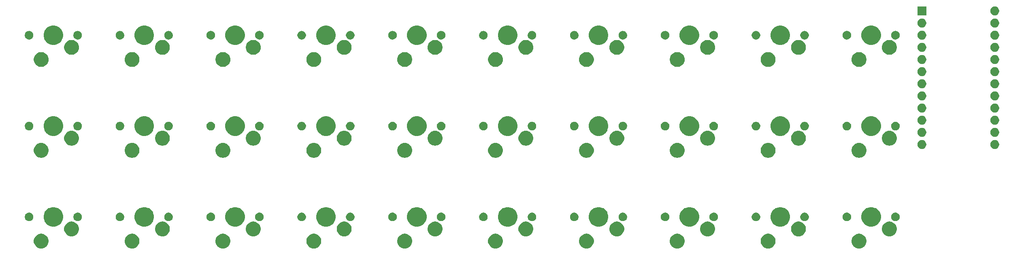
<source format=gbr>
G04 #@! TF.GenerationSoftware,KiCad,Pcbnew,5.1.5-52549c5~84~ubuntu19.10.1*
G04 #@! TF.CreationDate,2020-02-17T22:45:33-08:00*
G04 #@! TF.ProjectId,keycad,6b657963-6164-42e6-9b69-6361645f7063,rev?*
G04 #@! TF.SameCoordinates,Original*
G04 #@! TF.FileFunction,Soldermask,Top*
G04 #@! TF.FilePolarity,Negative*
%FSLAX46Y46*%
G04 Gerber Fmt 4.6, Leading zero omitted, Abs format (unit mm)*
G04 Created by KiCad (PCBNEW 5.1.5-52549c5~84~ubuntu19.10.1) date 2020-02-17 22:45:33*
%MOMM*%
%LPD*%
G04 APERTURE LIST*
%ADD10C,0.150000*%
G04 APERTURE END LIST*
D10*
G36*
X168762585Y-41558802D02*
G01*
X168912410Y-41588604D01*
X169194674Y-41705521D01*
X169448705Y-41875259D01*
X169664741Y-42091295D01*
X169834479Y-42345326D01*
X169951396Y-42627590D01*
X170011000Y-42927240D01*
X170011000Y-43232760D01*
X169951396Y-43532410D01*
X169834479Y-43814674D01*
X169664741Y-44068705D01*
X169448705Y-44284741D01*
X169194674Y-44454479D01*
X168912410Y-44571396D01*
X168762585Y-44601198D01*
X168612761Y-44631000D01*
X168307239Y-44631000D01*
X168157415Y-44601198D01*
X168007590Y-44571396D01*
X167725326Y-44454479D01*
X167471295Y-44284741D01*
X167255259Y-44068705D01*
X167085521Y-43814674D01*
X166968604Y-43532410D01*
X166909000Y-43232760D01*
X166909000Y-42927240D01*
X166968604Y-42627590D01*
X167085521Y-42345326D01*
X167255259Y-42091295D01*
X167471295Y-41875259D01*
X167725326Y-41705521D01*
X168007590Y-41588604D01*
X168157415Y-41558802D01*
X168307239Y-41529000D01*
X168612761Y-41529000D01*
X168762585Y-41558802D01*
G37*
G36*
X-2237415Y-41558802D02*
G01*
X-2087590Y-41588604D01*
X-1805326Y-41705521D01*
X-1551295Y-41875259D01*
X-1335259Y-42091295D01*
X-1165521Y-42345326D01*
X-1048604Y-42627590D01*
X-989000Y-42927240D01*
X-989000Y-43232760D01*
X-1048604Y-43532410D01*
X-1165521Y-43814674D01*
X-1335259Y-44068705D01*
X-1551295Y-44284741D01*
X-1805326Y-44454479D01*
X-2087590Y-44571396D01*
X-2237415Y-44601198D01*
X-2387239Y-44631000D01*
X-2692761Y-44631000D01*
X-2842585Y-44601198D01*
X-2992410Y-44571396D01*
X-3274674Y-44454479D01*
X-3528705Y-44284741D01*
X-3744741Y-44068705D01*
X-3914479Y-43814674D01*
X-4031396Y-43532410D01*
X-4091000Y-43232760D01*
X-4091000Y-42927240D01*
X-4031396Y-42627590D01*
X-3914479Y-42345326D01*
X-3744741Y-42091295D01*
X-3528705Y-41875259D01*
X-3274674Y-41705521D01*
X-2992410Y-41588604D01*
X-2842585Y-41558802D01*
X-2692761Y-41529000D01*
X-2387239Y-41529000D01*
X-2237415Y-41558802D01*
G37*
G36*
X16762585Y-41558802D02*
G01*
X16912410Y-41588604D01*
X17194674Y-41705521D01*
X17448705Y-41875259D01*
X17664741Y-42091295D01*
X17834479Y-42345326D01*
X17951396Y-42627590D01*
X18011000Y-42927240D01*
X18011000Y-43232760D01*
X17951396Y-43532410D01*
X17834479Y-43814674D01*
X17664741Y-44068705D01*
X17448705Y-44284741D01*
X17194674Y-44454479D01*
X16912410Y-44571396D01*
X16762585Y-44601198D01*
X16612761Y-44631000D01*
X16307239Y-44631000D01*
X16157415Y-44601198D01*
X16007590Y-44571396D01*
X15725326Y-44454479D01*
X15471295Y-44284741D01*
X15255259Y-44068705D01*
X15085521Y-43814674D01*
X14968604Y-43532410D01*
X14909000Y-43232760D01*
X14909000Y-42927240D01*
X14968604Y-42627590D01*
X15085521Y-42345326D01*
X15255259Y-42091295D01*
X15471295Y-41875259D01*
X15725326Y-41705521D01*
X16007590Y-41588604D01*
X16157415Y-41558802D01*
X16307239Y-41529000D01*
X16612761Y-41529000D01*
X16762585Y-41558802D01*
G37*
G36*
X35762585Y-41558802D02*
G01*
X35912410Y-41588604D01*
X36194674Y-41705521D01*
X36448705Y-41875259D01*
X36664741Y-42091295D01*
X36834479Y-42345326D01*
X36951396Y-42627590D01*
X37011000Y-42927240D01*
X37011000Y-43232760D01*
X36951396Y-43532410D01*
X36834479Y-43814674D01*
X36664741Y-44068705D01*
X36448705Y-44284741D01*
X36194674Y-44454479D01*
X35912410Y-44571396D01*
X35762585Y-44601198D01*
X35612761Y-44631000D01*
X35307239Y-44631000D01*
X35157415Y-44601198D01*
X35007590Y-44571396D01*
X34725326Y-44454479D01*
X34471295Y-44284741D01*
X34255259Y-44068705D01*
X34085521Y-43814674D01*
X33968604Y-43532410D01*
X33909000Y-43232760D01*
X33909000Y-42927240D01*
X33968604Y-42627590D01*
X34085521Y-42345326D01*
X34255259Y-42091295D01*
X34471295Y-41875259D01*
X34725326Y-41705521D01*
X35007590Y-41588604D01*
X35157415Y-41558802D01*
X35307239Y-41529000D01*
X35612761Y-41529000D01*
X35762585Y-41558802D01*
G37*
G36*
X54762585Y-41558802D02*
G01*
X54912410Y-41588604D01*
X55194674Y-41705521D01*
X55448705Y-41875259D01*
X55664741Y-42091295D01*
X55834479Y-42345326D01*
X55951396Y-42627590D01*
X56011000Y-42927240D01*
X56011000Y-43232760D01*
X55951396Y-43532410D01*
X55834479Y-43814674D01*
X55664741Y-44068705D01*
X55448705Y-44284741D01*
X55194674Y-44454479D01*
X54912410Y-44571396D01*
X54762585Y-44601198D01*
X54612761Y-44631000D01*
X54307239Y-44631000D01*
X54157415Y-44601198D01*
X54007590Y-44571396D01*
X53725326Y-44454479D01*
X53471295Y-44284741D01*
X53255259Y-44068705D01*
X53085521Y-43814674D01*
X52968604Y-43532410D01*
X52909000Y-43232760D01*
X52909000Y-42927240D01*
X52968604Y-42627590D01*
X53085521Y-42345326D01*
X53255259Y-42091295D01*
X53471295Y-41875259D01*
X53725326Y-41705521D01*
X54007590Y-41588604D01*
X54157415Y-41558802D01*
X54307239Y-41529000D01*
X54612761Y-41529000D01*
X54762585Y-41558802D01*
G37*
G36*
X73762585Y-41558802D02*
G01*
X73912410Y-41588604D01*
X74194674Y-41705521D01*
X74448705Y-41875259D01*
X74664741Y-42091295D01*
X74834479Y-42345326D01*
X74951396Y-42627590D01*
X75011000Y-42927240D01*
X75011000Y-43232760D01*
X74951396Y-43532410D01*
X74834479Y-43814674D01*
X74664741Y-44068705D01*
X74448705Y-44284741D01*
X74194674Y-44454479D01*
X73912410Y-44571396D01*
X73762585Y-44601198D01*
X73612761Y-44631000D01*
X73307239Y-44631000D01*
X73157415Y-44601198D01*
X73007590Y-44571396D01*
X72725326Y-44454479D01*
X72471295Y-44284741D01*
X72255259Y-44068705D01*
X72085521Y-43814674D01*
X71968604Y-43532410D01*
X71909000Y-43232760D01*
X71909000Y-42927240D01*
X71968604Y-42627590D01*
X72085521Y-42345326D01*
X72255259Y-42091295D01*
X72471295Y-41875259D01*
X72725326Y-41705521D01*
X73007590Y-41588604D01*
X73157415Y-41558802D01*
X73307239Y-41529000D01*
X73612761Y-41529000D01*
X73762585Y-41558802D01*
G37*
G36*
X92762585Y-41558802D02*
G01*
X92912410Y-41588604D01*
X93194674Y-41705521D01*
X93448705Y-41875259D01*
X93664741Y-42091295D01*
X93834479Y-42345326D01*
X93951396Y-42627590D01*
X94011000Y-42927240D01*
X94011000Y-43232760D01*
X93951396Y-43532410D01*
X93834479Y-43814674D01*
X93664741Y-44068705D01*
X93448705Y-44284741D01*
X93194674Y-44454479D01*
X92912410Y-44571396D01*
X92762585Y-44601198D01*
X92612761Y-44631000D01*
X92307239Y-44631000D01*
X92157415Y-44601198D01*
X92007590Y-44571396D01*
X91725326Y-44454479D01*
X91471295Y-44284741D01*
X91255259Y-44068705D01*
X91085521Y-43814674D01*
X90968604Y-43532410D01*
X90909000Y-43232760D01*
X90909000Y-42927240D01*
X90968604Y-42627590D01*
X91085521Y-42345326D01*
X91255259Y-42091295D01*
X91471295Y-41875259D01*
X91725326Y-41705521D01*
X92007590Y-41588604D01*
X92157415Y-41558802D01*
X92307239Y-41529000D01*
X92612761Y-41529000D01*
X92762585Y-41558802D01*
G37*
G36*
X111762585Y-41558802D02*
G01*
X111912410Y-41588604D01*
X112194674Y-41705521D01*
X112448705Y-41875259D01*
X112664741Y-42091295D01*
X112834479Y-42345326D01*
X112951396Y-42627590D01*
X113011000Y-42927240D01*
X113011000Y-43232760D01*
X112951396Y-43532410D01*
X112834479Y-43814674D01*
X112664741Y-44068705D01*
X112448705Y-44284741D01*
X112194674Y-44454479D01*
X111912410Y-44571396D01*
X111762585Y-44601198D01*
X111612761Y-44631000D01*
X111307239Y-44631000D01*
X111157415Y-44601198D01*
X111007590Y-44571396D01*
X110725326Y-44454479D01*
X110471295Y-44284741D01*
X110255259Y-44068705D01*
X110085521Y-43814674D01*
X109968604Y-43532410D01*
X109909000Y-43232760D01*
X109909000Y-42927240D01*
X109968604Y-42627590D01*
X110085521Y-42345326D01*
X110255259Y-42091295D01*
X110471295Y-41875259D01*
X110725326Y-41705521D01*
X111007590Y-41588604D01*
X111157415Y-41558802D01*
X111307239Y-41529000D01*
X111612761Y-41529000D01*
X111762585Y-41558802D01*
G37*
G36*
X130762585Y-41558802D02*
G01*
X130912410Y-41588604D01*
X131194674Y-41705521D01*
X131448705Y-41875259D01*
X131664741Y-42091295D01*
X131834479Y-42345326D01*
X131951396Y-42627590D01*
X132011000Y-42927240D01*
X132011000Y-43232760D01*
X131951396Y-43532410D01*
X131834479Y-43814674D01*
X131664741Y-44068705D01*
X131448705Y-44284741D01*
X131194674Y-44454479D01*
X130912410Y-44571396D01*
X130762585Y-44601198D01*
X130612761Y-44631000D01*
X130307239Y-44631000D01*
X130157415Y-44601198D01*
X130007590Y-44571396D01*
X129725326Y-44454479D01*
X129471295Y-44284741D01*
X129255259Y-44068705D01*
X129085521Y-43814674D01*
X128968604Y-43532410D01*
X128909000Y-43232760D01*
X128909000Y-42927240D01*
X128968604Y-42627590D01*
X129085521Y-42345326D01*
X129255259Y-42091295D01*
X129471295Y-41875259D01*
X129725326Y-41705521D01*
X130007590Y-41588604D01*
X130157415Y-41558802D01*
X130307239Y-41529000D01*
X130612761Y-41529000D01*
X130762585Y-41558802D01*
G37*
G36*
X149762585Y-41558802D02*
G01*
X149912410Y-41588604D01*
X150194674Y-41705521D01*
X150448705Y-41875259D01*
X150664741Y-42091295D01*
X150834479Y-42345326D01*
X150951396Y-42627590D01*
X151011000Y-42927240D01*
X151011000Y-43232760D01*
X150951396Y-43532410D01*
X150834479Y-43814674D01*
X150664741Y-44068705D01*
X150448705Y-44284741D01*
X150194674Y-44454479D01*
X149912410Y-44571396D01*
X149762585Y-44601198D01*
X149612761Y-44631000D01*
X149307239Y-44631000D01*
X149157415Y-44601198D01*
X149007590Y-44571396D01*
X148725326Y-44454479D01*
X148471295Y-44284741D01*
X148255259Y-44068705D01*
X148085521Y-43814674D01*
X147968604Y-43532410D01*
X147909000Y-43232760D01*
X147909000Y-42927240D01*
X147968604Y-42627590D01*
X148085521Y-42345326D01*
X148255259Y-42091295D01*
X148471295Y-41875259D01*
X148725326Y-41705521D01*
X149007590Y-41588604D01*
X149157415Y-41558802D01*
X149307239Y-41529000D01*
X149612761Y-41529000D01*
X149762585Y-41558802D01*
G37*
G36*
X61112585Y-39018802D02*
G01*
X61262410Y-39048604D01*
X61544674Y-39165521D01*
X61798705Y-39335259D01*
X62014741Y-39551295D01*
X62184479Y-39805326D01*
X62301396Y-40087590D01*
X62361000Y-40387240D01*
X62361000Y-40692760D01*
X62301396Y-40992410D01*
X62184479Y-41274674D01*
X62014741Y-41528705D01*
X61798705Y-41744741D01*
X61544674Y-41914479D01*
X61262410Y-42031396D01*
X61112585Y-42061198D01*
X60962761Y-42091000D01*
X60657239Y-42091000D01*
X60507415Y-42061198D01*
X60357590Y-42031396D01*
X60075326Y-41914479D01*
X59821295Y-41744741D01*
X59605259Y-41528705D01*
X59435521Y-41274674D01*
X59318604Y-40992410D01*
X59259000Y-40692760D01*
X59259000Y-40387240D01*
X59318604Y-40087590D01*
X59435521Y-39805326D01*
X59605259Y-39551295D01*
X59821295Y-39335259D01*
X60075326Y-39165521D01*
X60357590Y-39048604D01*
X60507415Y-39018802D01*
X60657239Y-38989000D01*
X60962761Y-38989000D01*
X61112585Y-39018802D01*
G37*
G36*
X175112585Y-39018802D02*
G01*
X175262410Y-39048604D01*
X175544674Y-39165521D01*
X175798705Y-39335259D01*
X176014741Y-39551295D01*
X176184479Y-39805326D01*
X176301396Y-40087590D01*
X176361000Y-40387240D01*
X176361000Y-40692760D01*
X176301396Y-40992410D01*
X176184479Y-41274674D01*
X176014741Y-41528705D01*
X175798705Y-41744741D01*
X175544674Y-41914479D01*
X175262410Y-42031396D01*
X175112585Y-42061198D01*
X174962761Y-42091000D01*
X174657239Y-42091000D01*
X174507415Y-42061198D01*
X174357590Y-42031396D01*
X174075326Y-41914479D01*
X173821295Y-41744741D01*
X173605259Y-41528705D01*
X173435521Y-41274674D01*
X173318604Y-40992410D01*
X173259000Y-40692760D01*
X173259000Y-40387240D01*
X173318604Y-40087590D01*
X173435521Y-39805326D01*
X173605259Y-39551295D01*
X173821295Y-39335259D01*
X174075326Y-39165521D01*
X174357590Y-39048604D01*
X174507415Y-39018802D01*
X174657239Y-38989000D01*
X174962761Y-38989000D01*
X175112585Y-39018802D01*
G37*
G36*
X156112585Y-39018802D02*
G01*
X156262410Y-39048604D01*
X156544674Y-39165521D01*
X156798705Y-39335259D01*
X157014741Y-39551295D01*
X157184479Y-39805326D01*
X157301396Y-40087590D01*
X157361000Y-40387240D01*
X157361000Y-40692760D01*
X157301396Y-40992410D01*
X157184479Y-41274674D01*
X157014741Y-41528705D01*
X156798705Y-41744741D01*
X156544674Y-41914479D01*
X156262410Y-42031396D01*
X156112585Y-42061198D01*
X155962761Y-42091000D01*
X155657239Y-42091000D01*
X155507415Y-42061198D01*
X155357590Y-42031396D01*
X155075326Y-41914479D01*
X154821295Y-41744741D01*
X154605259Y-41528705D01*
X154435521Y-41274674D01*
X154318604Y-40992410D01*
X154259000Y-40692760D01*
X154259000Y-40387240D01*
X154318604Y-40087590D01*
X154435521Y-39805326D01*
X154605259Y-39551295D01*
X154821295Y-39335259D01*
X155075326Y-39165521D01*
X155357590Y-39048604D01*
X155507415Y-39018802D01*
X155657239Y-38989000D01*
X155962761Y-38989000D01*
X156112585Y-39018802D01*
G37*
G36*
X4112585Y-39018802D02*
G01*
X4262410Y-39048604D01*
X4544674Y-39165521D01*
X4798705Y-39335259D01*
X5014741Y-39551295D01*
X5184479Y-39805326D01*
X5301396Y-40087590D01*
X5361000Y-40387240D01*
X5361000Y-40692760D01*
X5301396Y-40992410D01*
X5184479Y-41274674D01*
X5014741Y-41528705D01*
X4798705Y-41744741D01*
X4544674Y-41914479D01*
X4262410Y-42031396D01*
X4112585Y-42061198D01*
X3962761Y-42091000D01*
X3657239Y-42091000D01*
X3507415Y-42061198D01*
X3357590Y-42031396D01*
X3075326Y-41914479D01*
X2821295Y-41744741D01*
X2605259Y-41528705D01*
X2435521Y-41274674D01*
X2318604Y-40992410D01*
X2259000Y-40692760D01*
X2259000Y-40387240D01*
X2318604Y-40087590D01*
X2435521Y-39805326D01*
X2605259Y-39551295D01*
X2821295Y-39335259D01*
X3075326Y-39165521D01*
X3357590Y-39048604D01*
X3507415Y-39018802D01*
X3657239Y-38989000D01*
X3962761Y-38989000D01*
X4112585Y-39018802D01*
G37*
G36*
X137112585Y-39018802D02*
G01*
X137262410Y-39048604D01*
X137544674Y-39165521D01*
X137798705Y-39335259D01*
X138014741Y-39551295D01*
X138184479Y-39805326D01*
X138301396Y-40087590D01*
X138361000Y-40387240D01*
X138361000Y-40692760D01*
X138301396Y-40992410D01*
X138184479Y-41274674D01*
X138014741Y-41528705D01*
X137798705Y-41744741D01*
X137544674Y-41914479D01*
X137262410Y-42031396D01*
X137112585Y-42061198D01*
X136962761Y-42091000D01*
X136657239Y-42091000D01*
X136507415Y-42061198D01*
X136357590Y-42031396D01*
X136075326Y-41914479D01*
X135821295Y-41744741D01*
X135605259Y-41528705D01*
X135435521Y-41274674D01*
X135318604Y-40992410D01*
X135259000Y-40692760D01*
X135259000Y-40387240D01*
X135318604Y-40087590D01*
X135435521Y-39805326D01*
X135605259Y-39551295D01*
X135821295Y-39335259D01*
X136075326Y-39165521D01*
X136357590Y-39048604D01*
X136507415Y-39018802D01*
X136657239Y-38989000D01*
X136962761Y-38989000D01*
X137112585Y-39018802D01*
G37*
G36*
X23112585Y-39018802D02*
G01*
X23262410Y-39048604D01*
X23544674Y-39165521D01*
X23798705Y-39335259D01*
X24014741Y-39551295D01*
X24184479Y-39805326D01*
X24301396Y-40087590D01*
X24361000Y-40387240D01*
X24361000Y-40692760D01*
X24301396Y-40992410D01*
X24184479Y-41274674D01*
X24014741Y-41528705D01*
X23798705Y-41744741D01*
X23544674Y-41914479D01*
X23262410Y-42031396D01*
X23112585Y-42061198D01*
X22962761Y-42091000D01*
X22657239Y-42091000D01*
X22507415Y-42061198D01*
X22357590Y-42031396D01*
X22075326Y-41914479D01*
X21821295Y-41744741D01*
X21605259Y-41528705D01*
X21435521Y-41274674D01*
X21318604Y-40992410D01*
X21259000Y-40692760D01*
X21259000Y-40387240D01*
X21318604Y-40087590D01*
X21435521Y-39805326D01*
X21605259Y-39551295D01*
X21821295Y-39335259D01*
X22075326Y-39165521D01*
X22357590Y-39048604D01*
X22507415Y-39018802D01*
X22657239Y-38989000D01*
X22962761Y-38989000D01*
X23112585Y-39018802D01*
G37*
G36*
X42112585Y-39018802D02*
G01*
X42262410Y-39048604D01*
X42544674Y-39165521D01*
X42798705Y-39335259D01*
X43014741Y-39551295D01*
X43184479Y-39805326D01*
X43301396Y-40087590D01*
X43361000Y-40387240D01*
X43361000Y-40692760D01*
X43301396Y-40992410D01*
X43184479Y-41274674D01*
X43014741Y-41528705D01*
X42798705Y-41744741D01*
X42544674Y-41914479D01*
X42262410Y-42031396D01*
X42112585Y-42061198D01*
X41962761Y-42091000D01*
X41657239Y-42091000D01*
X41507415Y-42061198D01*
X41357590Y-42031396D01*
X41075326Y-41914479D01*
X40821295Y-41744741D01*
X40605259Y-41528705D01*
X40435521Y-41274674D01*
X40318604Y-40992410D01*
X40259000Y-40692760D01*
X40259000Y-40387240D01*
X40318604Y-40087590D01*
X40435521Y-39805326D01*
X40605259Y-39551295D01*
X40821295Y-39335259D01*
X41075326Y-39165521D01*
X41357590Y-39048604D01*
X41507415Y-39018802D01*
X41657239Y-38989000D01*
X41962761Y-38989000D01*
X42112585Y-39018802D01*
G37*
G36*
X118112585Y-39018802D02*
G01*
X118262410Y-39048604D01*
X118544674Y-39165521D01*
X118798705Y-39335259D01*
X119014741Y-39551295D01*
X119184479Y-39805326D01*
X119301396Y-40087590D01*
X119361000Y-40387240D01*
X119361000Y-40692760D01*
X119301396Y-40992410D01*
X119184479Y-41274674D01*
X119014741Y-41528705D01*
X118798705Y-41744741D01*
X118544674Y-41914479D01*
X118262410Y-42031396D01*
X118112585Y-42061198D01*
X117962761Y-42091000D01*
X117657239Y-42091000D01*
X117507415Y-42061198D01*
X117357590Y-42031396D01*
X117075326Y-41914479D01*
X116821295Y-41744741D01*
X116605259Y-41528705D01*
X116435521Y-41274674D01*
X116318604Y-40992410D01*
X116259000Y-40692760D01*
X116259000Y-40387240D01*
X116318604Y-40087590D01*
X116435521Y-39805326D01*
X116605259Y-39551295D01*
X116821295Y-39335259D01*
X117075326Y-39165521D01*
X117357590Y-39048604D01*
X117507415Y-39018802D01*
X117657239Y-38989000D01*
X117962761Y-38989000D01*
X118112585Y-39018802D01*
G37*
G36*
X80112585Y-39018802D02*
G01*
X80262410Y-39048604D01*
X80544674Y-39165521D01*
X80798705Y-39335259D01*
X81014741Y-39551295D01*
X81184479Y-39805326D01*
X81301396Y-40087590D01*
X81361000Y-40387240D01*
X81361000Y-40692760D01*
X81301396Y-40992410D01*
X81184479Y-41274674D01*
X81014741Y-41528705D01*
X80798705Y-41744741D01*
X80544674Y-41914479D01*
X80262410Y-42031396D01*
X80112585Y-42061198D01*
X79962761Y-42091000D01*
X79657239Y-42091000D01*
X79507415Y-42061198D01*
X79357590Y-42031396D01*
X79075326Y-41914479D01*
X78821295Y-41744741D01*
X78605259Y-41528705D01*
X78435521Y-41274674D01*
X78318604Y-40992410D01*
X78259000Y-40692760D01*
X78259000Y-40387240D01*
X78318604Y-40087590D01*
X78435521Y-39805326D01*
X78605259Y-39551295D01*
X78821295Y-39335259D01*
X79075326Y-39165521D01*
X79357590Y-39048604D01*
X79507415Y-39018802D01*
X79657239Y-38989000D01*
X79962761Y-38989000D01*
X80112585Y-39018802D01*
G37*
G36*
X99112585Y-39018802D02*
G01*
X99262410Y-39048604D01*
X99544674Y-39165521D01*
X99798705Y-39335259D01*
X100014741Y-39551295D01*
X100184479Y-39805326D01*
X100301396Y-40087590D01*
X100361000Y-40387240D01*
X100361000Y-40692760D01*
X100301396Y-40992410D01*
X100184479Y-41274674D01*
X100014741Y-41528705D01*
X99798705Y-41744741D01*
X99544674Y-41914479D01*
X99262410Y-42031396D01*
X99112585Y-42061198D01*
X98962761Y-42091000D01*
X98657239Y-42091000D01*
X98507415Y-42061198D01*
X98357590Y-42031396D01*
X98075326Y-41914479D01*
X97821295Y-41744741D01*
X97605259Y-41528705D01*
X97435521Y-41274674D01*
X97318604Y-40992410D01*
X97259000Y-40692760D01*
X97259000Y-40387240D01*
X97318604Y-40087590D01*
X97435521Y-39805326D01*
X97605259Y-39551295D01*
X97821295Y-39335259D01*
X98075326Y-39165521D01*
X98357590Y-39048604D01*
X98507415Y-39018802D01*
X98657239Y-38989000D01*
X98962761Y-38989000D01*
X99112585Y-39018802D01*
G37*
G36*
X133596474Y-36033684D02*
G01*
X133814474Y-36123983D01*
X133968623Y-36187833D01*
X134303548Y-36411623D01*
X134588377Y-36696452D01*
X134812167Y-37031377D01*
X134876017Y-37185526D01*
X134966316Y-37403526D01*
X135044900Y-37798594D01*
X135044900Y-38201406D01*
X134966316Y-38596474D01*
X134882322Y-38799253D01*
X134812167Y-38968623D01*
X134588377Y-39303548D01*
X134303548Y-39588377D01*
X133968623Y-39812167D01*
X133814474Y-39876017D01*
X133596474Y-39966316D01*
X133201406Y-40044900D01*
X132798594Y-40044900D01*
X132403526Y-39966316D01*
X132185526Y-39876017D01*
X132031377Y-39812167D01*
X131696452Y-39588377D01*
X131411623Y-39303548D01*
X131187833Y-38968623D01*
X131117678Y-38799253D01*
X131033684Y-38596474D01*
X130955100Y-38201406D01*
X130955100Y-37798594D01*
X131033684Y-37403526D01*
X131123983Y-37185526D01*
X131187833Y-37031377D01*
X131411623Y-36696452D01*
X131696452Y-36411623D01*
X132031377Y-36187833D01*
X132185526Y-36123983D01*
X132403526Y-36033684D01*
X132798594Y-35955100D01*
X133201406Y-35955100D01*
X133596474Y-36033684D01*
G37*
G36*
X38596474Y-36033684D02*
G01*
X38814474Y-36123983D01*
X38968623Y-36187833D01*
X39303548Y-36411623D01*
X39588377Y-36696452D01*
X39812167Y-37031377D01*
X39876017Y-37185526D01*
X39966316Y-37403526D01*
X40044900Y-37798594D01*
X40044900Y-38201406D01*
X39966316Y-38596474D01*
X39882322Y-38799253D01*
X39812167Y-38968623D01*
X39588377Y-39303548D01*
X39303548Y-39588377D01*
X38968623Y-39812167D01*
X38814474Y-39876017D01*
X38596474Y-39966316D01*
X38201406Y-40044900D01*
X37798594Y-40044900D01*
X37403526Y-39966316D01*
X37185526Y-39876017D01*
X37031377Y-39812167D01*
X36696452Y-39588377D01*
X36411623Y-39303548D01*
X36187833Y-38968623D01*
X36117678Y-38799253D01*
X36033684Y-38596474D01*
X35955100Y-38201406D01*
X35955100Y-37798594D01*
X36033684Y-37403526D01*
X36123983Y-37185526D01*
X36187833Y-37031377D01*
X36411623Y-36696452D01*
X36696452Y-36411623D01*
X37031377Y-36187833D01*
X37185526Y-36123983D01*
X37403526Y-36033684D01*
X37798594Y-35955100D01*
X38201406Y-35955100D01*
X38596474Y-36033684D01*
G37*
G36*
X596474Y-36033684D02*
G01*
X814474Y-36123983D01*
X968623Y-36187833D01*
X1303548Y-36411623D01*
X1588377Y-36696452D01*
X1812167Y-37031377D01*
X1876017Y-37185526D01*
X1966316Y-37403526D01*
X2044900Y-37798594D01*
X2044900Y-38201406D01*
X1966316Y-38596474D01*
X1882322Y-38799253D01*
X1812167Y-38968623D01*
X1588377Y-39303548D01*
X1303548Y-39588377D01*
X968623Y-39812167D01*
X814474Y-39876017D01*
X596474Y-39966316D01*
X201406Y-40044900D01*
X-201406Y-40044900D01*
X-596474Y-39966316D01*
X-814474Y-39876017D01*
X-968623Y-39812167D01*
X-1303548Y-39588377D01*
X-1588377Y-39303548D01*
X-1812167Y-38968623D01*
X-1882322Y-38799253D01*
X-1966316Y-38596474D01*
X-2044900Y-38201406D01*
X-2044900Y-37798594D01*
X-1966316Y-37403526D01*
X-1876017Y-37185526D01*
X-1812167Y-37031377D01*
X-1588377Y-36696452D01*
X-1303548Y-36411623D01*
X-968623Y-36187833D01*
X-814474Y-36123983D01*
X-596474Y-36033684D01*
X-201406Y-35955100D01*
X201406Y-35955100D01*
X596474Y-36033684D01*
G37*
G36*
X19596474Y-36033684D02*
G01*
X19814474Y-36123983D01*
X19968623Y-36187833D01*
X20303548Y-36411623D01*
X20588377Y-36696452D01*
X20812167Y-37031377D01*
X20876017Y-37185526D01*
X20966316Y-37403526D01*
X21044900Y-37798594D01*
X21044900Y-38201406D01*
X20966316Y-38596474D01*
X20882322Y-38799253D01*
X20812167Y-38968623D01*
X20588377Y-39303548D01*
X20303548Y-39588377D01*
X19968623Y-39812167D01*
X19814474Y-39876017D01*
X19596474Y-39966316D01*
X19201406Y-40044900D01*
X18798594Y-40044900D01*
X18403526Y-39966316D01*
X18185526Y-39876017D01*
X18031377Y-39812167D01*
X17696452Y-39588377D01*
X17411623Y-39303548D01*
X17187833Y-38968623D01*
X17117678Y-38799253D01*
X17033684Y-38596474D01*
X16955100Y-38201406D01*
X16955100Y-37798594D01*
X17033684Y-37403526D01*
X17123983Y-37185526D01*
X17187833Y-37031377D01*
X17411623Y-36696452D01*
X17696452Y-36411623D01*
X18031377Y-36187833D01*
X18185526Y-36123983D01*
X18403526Y-36033684D01*
X18798594Y-35955100D01*
X19201406Y-35955100D01*
X19596474Y-36033684D01*
G37*
G36*
X95596474Y-36033684D02*
G01*
X95814474Y-36123983D01*
X95968623Y-36187833D01*
X96303548Y-36411623D01*
X96588377Y-36696452D01*
X96812167Y-37031377D01*
X96876017Y-37185526D01*
X96966316Y-37403526D01*
X97044900Y-37798594D01*
X97044900Y-38201406D01*
X96966316Y-38596474D01*
X96882322Y-38799253D01*
X96812167Y-38968623D01*
X96588377Y-39303548D01*
X96303548Y-39588377D01*
X95968623Y-39812167D01*
X95814474Y-39876017D01*
X95596474Y-39966316D01*
X95201406Y-40044900D01*
X94798594Y-40044900D01*
X94403526Y-39966316D01*
X94185526Y-39876017D01*
X94031377Y-39812167D01*
X93696452Y-39588377D01*
X93411623Y-39303548D01*
X93187833Y-38968623D01*
X93117678Y-38799253D01*
X93033684Y-38596474D01*
X92955100Y-38201406D01*
X92955100Y-37798594D01*
X93033684Y-37403526D01*
X93123983Y-37185526D01*
X93187833Y-37031377D01*
X93411623Y-36696452D01*
X93696452Y-36411623D01*
X94031377Y-36187833D01*
X94185526Y-36123983D01*
X94403526Y-36033684D01*
X94798594Y-35955100D01*
X95201406Y-35955100D01*
X95596474Y-36033684D01*
G37*
G36*
X114596474Y-36033684D02*
G01*
X114814474Y-36123983D01*
X114968623Y-36187833D01*
X115303548Y-36411623D01*
X115588377Y-36696452D01*
X115812167Y-37031377D01*
X115876017Y-37185526D01*
X115966316Y-37403526D01*
X116044900Y-37798594D01*
X116044900Y-38201406D01*
X115966316Y-38596474D01*
X115882322Y-38799253D01*
X115812167Y-38968623D01*
X115588377Y-39303548D01*
X115303548Y-39588377D01*
X114968623Y-39812167D01*
X114814474Y-39876017D01*
X114596474Y-39966316D01*
X114201406Y-40044900D01*
X113798594Y-40044900D01*
X113403526Y-39966316D01*
X113185526Y-39876017D01*
X113031377Y-39812167D01*
X112696452Y-39588377D01*
X112411623Y-39303548D01*
X112187833Y-38968623D01*
X112117678Y-38799253D01*
X112033684Y-38596474D01*
X111955100Y-38201406D01*
X111955100Y-37798594D01*
X112033684Y-37403526D01*
X112123983Y-37185526D01*
X112187833Y-37031377D01*
X112411623Y-36696452D01*
X112696452Y-36411623D01*
X113031377Y-36187833D01*
X113185526Y-36123983D01*
X113403526Y-36033684D01*
X113798594Y-35955100D01*
X114201406Y-35955100D01*
X114596474Y-36033684D01*
G37*
G36*
X57596474Y-36033684D02*
G01*
X57814474Y-36123983D01*
X57968623Y-36187833D01*
X58303548Y-36411623D01*
X58588377Y-36696452D01*
X58812167Y-37031377D01*
X58876017Y-37185526D01*
X58966316Y-37403526D01*
X59044900Y-37798594D01*
X59044900Y-38201406D01*
X58966316Y-38596474D01*
X58882322Y-38799253D01*
X58812167Y-38968623D01*
X58588377Y-39303548D01*
X58303548Y-39588377D01*
X57968623Y-39812167D01*
X57814474Y-39876017D01*
X57596474Y-39966316D01*
X57201406Y-40044900D01*
X56798594Y-40044900D01*
X56403526Y-39966316D01*
X56185526Y-39876017D01*
X56031377Y-39812167D01*
X55696452Y-39588377D01*
X55411623Y-39303548D01*
X55187833Y-38968623D01*
X55117678Y-38799253D01*
X55033684Y-38596474D01*
X54955100Y-38201406D01*
X54955100Y-37798594D01*
X55033684Y-37403526D01*
X55123983Y-37185526D01*
X55187833Y-37031377D01*
X55411623Y-36696452D01*
X55696452Y-36411623D01*
X56031377Y-36187833D01*
X56185526Y-36123983D01*
X56403526Y-36033684D01*
X56798594Y-35955100D01*
X57201406Y-35955100D01*
X57596474Y-36033684D01*
G37*
G36*
X76596474Y-36033684D02*
G01*
X76814474Y-36123983D01*
X76968623Y-36187833D01*
X77303548Y-36411623D01*
X77588377Y-36696452D01*
X77812167Y-37031377D01*
X77876017Y-37185526D01*
X77966316Y-37403526D01*
X78044900Y-37798594D01*
X78044900Y-38201406D01*
X77966316Y-38596474D01*
X77882322Y-38799253D01*
X77812167Y-38968623D01*
X77588377Y-39303548D01*
X77303548Y-39588377D01*
X76968623Y-39812167D01*
X76814474Y-39876017D01*
X76596474Y-39966316D01*
X76201406Y-40044900D01*
X75798594Y-40044900D01*
X75403526Y-39966316D01*
X75185526Y-39876017D01*
X75031377Y-39812167D01*
X74696452Y-39588377D01*
X74411623Y-39303548D01*
X74187833Y-38968623D01*
X74117678Y-38799253D01*
X74033684Y-38596474D01*
X73955100Y-38201406D01*
X73955100Y-37798594D01*
X74033684Y-37403526D01*
X74123983Y-37185526D01*
X74187833Y-37031377D01*
X74411623Y-36696452D01*
X74696452Y-36411623D01*
X75031377Y-36187833D01*
X75185526Y-36123983D01*
X75403526Y-36033684D01*
X75798594Y-35955100D01*
X76201406Y-35955100D01*
X76596474Y-36033684D01*
G37*
G36*
X171596474Y-36033684D02*
G01*
X171814474Y-36123983D01*
X171968623Y-36187833D01*
X172303548Y-36411623D01*
X172588377Y-36696452D01*
X172812167Y-37031377D01*
X172876017Y-37185526D01*
X172966316Y-37403526D01*
X173044900Y-37798594D01*
X173044900Y-38201406D01*
X172966316Y-38596474D01*
X172882322Y-38799253D01*
X172812167Y-38968623D01*
X172588377Y-39303548D01*
X172303548Y-39588377D01*
X171968623Y-39812167D01*
X171814474Y-39876017D01*
X171596474Y-39966316D01*
X171201406Y-40044900D01*
X170798594Y-40044900D01*
X170403526Y-39966316D01*
X170185526Y-39876017D01*
X170031377Y-39812167D01*
X169696452Y-39588377D01*
X169411623Y-39303548D01*
X169187833Y-38968623D01*
X169117678Y-38799253D01*
X169033684Y-38596474D01*
X168955100Y-38201406D01*
X168955100Y-37798594D01*
X169033684Y-37403526D01*
X169123983Y-37185526D01*
X169187833Y-37031377D01*
X169411623Y-36696452D01*
X169696452Y-36411623D01*
X170031377Y-36187833D01*
X170185526Y-36123983D01*
X170403526Y-36033684D01*
X170798594Y-35955100D01*
X171201406Y-35955100D01*
X171596474Y-36033684D01*
G37*
G36*
X152596474Y-36033684D02*
G01*
X152814474Y-36123983D01*
X152968623Y-36187833D01*
X153303548Y-36411623D01*
X153588377Y-36696452D01*
X153812167Y-37031377D01*
X153876017Y-37185526D01*
X153966316Y-37403526D01*
X154044900Y-37798594D01*
X154044900Y-38201406D01*
X153966316Y-38596474D01*
X153882322Y-38799253D01*
X153812167Y-38968623D01*
X153588377Y-39303548D01*
X153303548Y-39588377D01*
X152968623Y-39812167D01*
X152814474Y-39876017D01*
X152596474Y-39966316D01*
X152201406Y-40044900D01*
X151798594Y-40044900D01*
X151403526Y-39966316D01*
X151185526Y-39876017D01*
X151031377Y-39812167D01*
X150696452Y-39588377D01*
X150411623Y-39303548D01*
X150187833Y-38968623D01*
X150117678Y-38799253D01*
X150033684Y-38596474D01*
X149955100Y-38201406D01*
X149955100Y-37798594D01*
X150033684Y-37403526D01*
X150123983Y-37185526D01*
X150187833Y-37031377D01*
X150411623Y-36696452D01*
X150696452Y-36411623D01*
X151031377Y-36187833D01*
X151185526Y-36123983D01*
X151403526Y-36033684D01*
X151798594Y-35955100D01*
X152201406Y-35955100D01*
X152596474Y-36033684D01*
G37*
G36*
X119255952Y-37115430D02*
G01*
X119343075Y-37132759D01*
X119452498Y-37178084D01*
X119507211Y-37200747D01*
X119653933Y-37298783D01*
X119654928Y-37299448D01*
X119780552Y-37425072D01*
X119780554Y-37425075D01*
X119879253Y-37572789D01*
X119879253Y-37572790D01*
X119947241Y-37736925D01*
X119981900Y-37911171D01*
X119981900Y-38088829D01*
X119947241Y-38263075D01*
X119901916Y-38372498D01*
X119879253Y-38427211D01*
X119781217Y-38573933D01*
X119780552Y-38574928D01*
X119654928Y-38700552D01*
X119654925Y-38700554D01*
X119507211Y-38799253D01*
X119452498Y-38821916D01*
X119343075Y-38867241D01*
X119255952Y-38884570D01*
X119168831Y-38901900D01*
X118991169Y-38901900D01*
X118904048Y-38884571D01*
X118816925Y-38867241D01*
X118707502Y-38821916D01*
X118652789Y-38799253D01*
X118505075Y-38700554D01*
X118505072Y-38700552D01*
X118379448Y-38574928D01*
X118378783Y-38573933D01*
X118280747Y-38427211D01*
X118258084Y-38372498D01*
X118212759Y-38263075D01*
X118178100Y-38088829D01*
X118178100Y-37911171D01*
X118212759Y-37736925D01*
X118280747Y-37572790D01*
X118280747Y-37572789D01*
X118379446Y-37425075D01*
X118379448Y-37425072D01*
X118505072Y-37299448D01*
X118506067Y-37298783D01*
X118652789Y-37200747D01*
X118707502Y-37178084D01*
X118816925Y-37132759D01*
X118904048Y-37115429D01*
X118991169Y-37098100D01*
X119168831Y-37098100D01*
X119255952Y-37115430D01*
G37*
G36*
X100255952Y-37115430D02*
G01*
X100343075Y-37132759D01*
X100452498Y-37178084D01*
X100507211Y-37200747D01*
X100653933Y-37298783D01*
X100654928Y-37299448D01*
X100780552Y-37425072D01*
X100780554Y-37425075D01*
X100879253Y-37572789D01*
X100879253Y-37572790D01*
X100947241Y-37736925D01*
X100981900Y-37911171D01*
X100981900Y-38088829D01*
X100947241Y-38263075D01*
X100901916Y-38372498D01*
X100879253Y-38427211D01*
X100781217Y-38573933D01*
X100780552Y-38574928D01*
X100654928Y-38700552D01*
X100654925Y-38700554D01*
X100507211Y-38799253D01*
X100452498Y-38821916D01*
X100343075Y-38867241D01*
X100255952Y-38884570D01*
X100168831Y-38901900D01*
X99991169Y-38901900D01*
X99904048Y-38884571D01*
X99816925Y-38867241D01*
X99707502Y-38821916D01*
X99652789Y-38799253D01*
X99505075Y-38700554D01*
X99505072Y-38700552D01*
X99379448Y-38574928D01*
X99378783Y-38573933D01*
X99280747Y-38427211D01*
X99258084Y-38372498D01*
X99212759Y-38263075D01*
X99178100Y-38088829D01*
X99178100Y-37911171D01*
X99212759Y-37736925D01*
X99280747Y-37572790D01*
X99280747Y-37572789D01*
X99379446Y-37425075D01*
X99379448Y-37425072D01*
X99505072Y-37299448D01*
X99506067Y-37298783D01*
X99652789Y-37200747D01*
X99707502Y-37178084D01*
X99816925Y-37132759D01*
X99904048Y-37115429D01*
X99991169Y-37098100D01*
X100168831Y-37098100D01*
X100255952Y-37115430D01*
G37*
G36*
X109095952Y-37115430D02*
G01*
X109183075Y-37132759D01*
X109292498Y-37178084D01*
X109347211Y-37200747D01*
X109493933Y-37298783D01*
X109494928Y-37299448D01*
X109620552Y-37425072D01*
X109620554Y-37425075D01*
X109719253Y-37572789D01*
X109719253Y-37572790D01*
X109787241Y-37736925D01*
X109821900Y-37911171D01*
X109821900Y-38088829D01*
X109787241Y-38263075D01*
X109741916Y-38372498D01*
X109719253Y-38427211D01*
X109621217Y-38573933D01*
X109620552Y-38574928D01*
X109494928Y-38700552D01*
X109494925Y-38700554D01*
X109347211Y-38799253D01*
X109292498Y-38821916D01*
X109183075Y-38867241D01*
X109095952Y-38884570D01*
X109008831Y-38901900D01*
X108831169Y-38901900D01*
X108744048Y-38884571D01*
X108656925Y-38867241D01*
X108547502Y-38821916D01*
X108492789Y-38799253D01*
X108345075Y-38700554D01*
X108345072Y-38700552D01*
X108219448Y-38574928D01*
X108218783Y-38573933D01*
X108120747Y-38427211D01*
X108098084Y-38372498D01*
X108052759Y-38263075D01*
X108018100Y-38088829D01*
X108018100Y-37911171D01*
X108052759Y-37736925D01*
X108120747Y-37572790D01*
X108120747Y-37572789D01*
X108219446Y-37425075D01*
X108219448Y-37425072D01*
X108345072Y-37299448D01*
X108346067Y-37298783D01*
X108492789Y-37200747D01*
X108547502Y-37178084D01*
X108656925Y-37132759D01*
X108744048Y-37115429D01*
X108831169Y-37098100D01*
X109008831Y-37098100D01*
X109095952Y-37115430D01*
G37*
G36*
X128095952Y-37115430D02*
G01*
X128183075Y-37132759D01*
X128292498Y-37178084D01*
X128347211Y-37200747D01*
X128493933Y-37298783D01*
X128494928Y-37299448D01*
X128620552Y-37425072D01*
X128620554Y-37425075D01*
X128719253Y-37572789D01*
X128719253Y-37572790D01*
X128787241Y-37736925D01*
X128821900Y-37911171D01*
X128821900Y-38088829D01*
X128787241Y-38263075D01*
X128741916Y-38372498D01*
X128719253Y-38427211D01*
X128621217Y-38573933D01*
X128620552Y-38574928D01*
X128494928Y-38700552D01*
X128494925Y-38700554D01*
X128347211Y-38799253D01*
X128292498Y-38821916D01*
X128183075Y-38867241D01*
X128095952Y-38884570D01*
X128008831Y-38901900D01*
X127831169Y-38901900D01*
X127744048Y-38884571D01*
X127656925Y-38867241D01*
X127547502Y-38821916D01*
X127492789Y-38799253D01*
X127345075Y-38700554D01*
X127345072Y-38700552D01*
X127219448Y-38574928D01*
X127218783Y-38573933D01*
X127120747Y-38427211D01*
X127098084Y-38372498D01*
X127052759Y-38263075D01*
X127018100Y-38088829D01*
X127018100Y-37911171D01*
X127052759Y-37736925D01*
X127120747Y-37572790D01*
X127120747Y-37572789D01*
X127219446Y-37425075D01*
X127219448Y-37425072D01*
X127345072Y-37299448D01*
X127346067Y-37298783D01*
X127492789Y-37200747D01*
X127547502Y-37178084D01*
X127656925Y-37132759D01*
X127744048Y-37115429D01*
X127831169Y-37098100D01*
X128008831Y-37098100D01*
X128095952Y-37115430D01*
G37*
G36*
X138255952Y-37115430D02*
G01*
X138343075Y-37132759D01*
X138452498Y-37178084D01*
X138507211Y-37200747D01*
X138653933Y-37298783D01*
X138654928Y-37299448D01*
X138780552Y-37425072D01*
X138780554Y-37425075D01*
X138879253Y-37572789D01*
X138879253Y-37572790D01*
X138947241Y-37736925D01*
X138981900Y-37911171D01*
X138981900Y-38088829D01*
X138947241Y-38263075D01*
X138901916Y-38372498D01*
X138879253Y-38427211D01*
X138781217Y-38573933D01*
X138780552Y-38574928D01*
X138654928Y-38700552D01*
X138654925Y-38700554D01*
X138507211Y-38799253D01*
X138452498Y-38821916D01*
X138343075Y-38867241D01*
X138255952Y-38884570D01*
X138168831Y-38901900D01*
X137991169Y-38901900D01*
X137904048Y-38884571D01*
X137816925Y-38867241D01*
X137707502Y-38821916D01*
X137652789Y-38799253D01*
X137505075Y-38700554D01*
X137505072Y-38700552D01*
X137379448Y-38574928D01*
X137378783Y-38573933D01*
X137280747Y-38427211D01*
X137258084Y-38372498D01*
X137212759Y-38263075D01*
X137178100Y-38088829D01*
X137178100Y-37911171D01*
X137212759Y-37736925D01*
X137280747Y-37572790D01*
X137280747Y-37572789D01*
X137379446Y-37425075D01*
X137379448Y-37425072D01*
X137505072Y-37299448D01*
X137506067Y-37298783D01*
X137652789Y-37200747D01*
X137707502Y-37178084D01*
X137816925Y-37132759D01*
X137904048Y-37115429D01*
X137991169Y-37098100D01*
X138168831Y-37098100D01*
X138255952Y-37115430D01*
G37*
G36*
X147095952Y-37115430D02*
G01*
X147183075Y-37132759D01*
X147292498Y-37178084D01*
X147347211Y-37200747D01*
X147493933Y-37298783D01*
X147494928Y-37299448D01*
X147620552Y-37425072D01*
X147620554Y-37425075D01*
X147719253Y-37572789D01*
X147719253Y-37572790D01*
X147787241Y-37736925D01*
X147821900Y-37911171D01*
X147821900Y-38088829D01*
X147787241Y-38263075D01*
X147741916Y-38372498D01*
X147719253Y-38427211D01*
X147621217Y-38573933D01*
X147620552Y-38574928D01*
X147494928Y-38700552D01*
X147494925Y-38700554D01*
X147347211Y-38799253D01*
X147292498Y-38821916D01*
X147183075Y-38867241D01*
X147095952Y-38884570D01*
X147008831Y-38901900D01*
X146831169Y-38901900D01*
X146744048Y-38884571D01*
X146656925Y-38867241D01*
X146547502Y-38821916D01*
X146492789Y-38799253D01*
X146345075Y-38700554D01*
X146345072Y-38700552D01*
X146219448Y-38574928D01*
X146218783Y-38573933D01*
X146120747Y-38427211D01*
X146098084Y-38372498D01*
X146052759Y-38263075D01*
X146018100Y-38088829D01*
X146018100Y-37911171D01*
X146052759Y-37736925D01*
X146120747Y-37572790D01*
X146120747Y-37572789D01*
X146219446Y-37425075D01*
X146219448Y-37425072D01*
X146345072Y-37299448D01*
X146346067Y-37298783D01*
X146492789Y-37200747D01*
X146547502Y-37178084D01*
X146656925Y-37132759D01*
X146744048Y-37115429D01*
X146831169Y-37098100D01*
X147008831Y-37098100D01*
X147095952Y-37115430D01*
G37*
G36*
X157255952Y-37115430D02*
G01*
X157343075Y-37132759D01*
X157452498Y-37178084D01*
X157507211Y-37200747D01*
X157653933Y-37298783D01*
X157654928Y-37299448D01*
X157780552Y-37425072D01*
X157780554Y-37425075D01*
X157879253Y-37572789D01*
X157879253Y-37572790D01*
X157947241Y-37736925D01*
X157981900Y-37911171D01*
X157981900Y-38088829D01*
X157947241Y-38263075D01*
X157901916Y-38372498D01*
X157879253Y-38427211D01*
X157781217Y-38573933D01*
X157780552Y-38574928D01*
X157654928Y-38700552D01*
X157654925Y-38700554D01*
X157507211Y-38799253D01*
X157452498Y-38821916D01*
X157343075Y-38867241D01*
X157255952Y-38884570D01*
X157168831Y-38901900D01*
X156991169Y-38901900D01*
X156904048Y-38884571D01*
X156816925Y-38867241D01*
X156707502Y-38821916D01*
X156652789Y-38799253D01*
X156505075Y-38700554D01*
X156505072Y-38700552D01*
X156379448Y-38574928D01*
X156378783Y-38573933D01*
X156280747Y-38427211D01*
X156258084Y-38372498D01*
X156212759Y-38263075D01*
X156178100Y-38088829D01*
X156178100Y-37911171D01*
X156212759Y-37736925D01*
X156280747Y-37572790D01*
X156280747Y-37572789D01*
X156379446Y-37425075D01*
X156379448Y-37425072D01*
X156505072Y-37299448D01*
X156506067Y-37298783D01*
X156652789Y-37200747D01*
X156707502Y-37178084D01*
X156816925Y-37132759D01*
X156904048Y-37115429D01*
X156991169Y-37098100D01*
X157168831Y-37098100D01*
X157255952Y-37115430D01*
G37*
G36*
X166095952Y-37115430D02*
G01*
X166183075Y-37132759D01*
X166292498Y-37178084D01*
X166347211Y-37200747D01*
X166493933Y-37298783D01*
X166494928Y-37299448D01*
X166620552Y-37425072D01*
X166620554Y-37425075D01*
X166719253Y-37572789D01*
X166719253Y-37572790D01*
X166787241Y-37736925D01*
X166821900Y-37911171D01*
X166821900Y-38088829D01*
X166787241Y-38263075D01*
X166741916Y-38372498D01*
X166719253Y-38427211D01*
X166621217Y-38573933D01*
X166620552Y-38574928D01*
X166494928Y-38700552D01*
X166494925Y-38700554D01*
X166347211Y-38799253D01*
X166292498Y-38821916D01*
X166183075Y-38867241D01*
X166095952Y-38884570D01*
X166008831Y-38901900D01*
X165831169Y-38901900D01*
X165744048Y-38884571D01*
X165656925Y-38867241D01*
X165547502Y-38821916D01*
X165492789Y-38799253D01*
X165345075Y-38700554D01*
X165345072Y-38700552D01*
X165219448Y-38574928D01*
X165218783Y-38573933D01*
X165120747Y-38427211D01*
X165098084Y-38372498D01*
X165052759Y-38263075D01*
X165018100Y-38088829D01*
X165018100Y-37911171D01*
X165052759Y-37736925D01*
X165120747Y-37572790D01*
X165120747Y-37572789D01*
X165219446Y-37425075D01*
X165219448Y-37425072D01*
X165345072Y-37299448D01*
X165346067Y-37298783D01*
X165492789Y-37200747D01*
X165547502Y-37178084D01*
X165656925Y-37132759D01*
X165744048Y-37115429D01*
X165831169Y-37098100D01*
X166008831Y-37098100D01*
X166095952Y-37115430D01*
G37*
G36*
X43255952Y-37115430D02*
G01*
X43343075Y-37132759D01*
X43452498Y-37178084D01*
X43507211Y-37200747D01*
X43653933Y-37298783D01*
X43654928Y-37299448D01*
X43780552Y-37425072D01*
X43780554Y-37425075D01*
X43879253Y-37572789D01*
X43879253Y-37572790D01*
X43947241Y-37736925D01*
X43981900Y-37911171D01*
X43981900Y-38088829D01*
X43947241Y-38263075D01*
X43901916Y-38372498D01*
X43879253Y-38427211D01*
X43781217Y-38573933D01*
X43780552Y-38574928D01*
X43654928Y-38700552D01*
X43654925Y-38700554D01*
X43507211Y-38799253D01*
X43452498Y-38821916D01*
X43343075Y-38867241D01*
X43255952Y-38884571D01*
X43168831Y-38901900D01*
X42991169Y-38901900D01*
X42904048Y-38884571D01*
X42816925Y-38867241D01*
X42707502Y-38821916D01*
X42652789Y-38799253D01*
X42505075Y-38700554D01*
X42505072Y-38700552D01*
X42379448Y-38574928D01*
X42378783Y-38573933D01*
X42280747Y-38427211D01*
X42258084Y-38372498D01*
X42212759Y-38263075D01*
X42178100Y-38088829D01*
X42178100Y-37911171D01*
X42212759Y-37736925D01*
X42280747Y-37572790D01*
X42280747Y-37572789D01*
X42379446Y-37425075D01*
X42379448Y-37425072D01*
X42505072Y-37299448D01*
X42506067Y-37298783D01*
X42652789Y-37200747D01*
X42707502Y-37178084D01*
X42816925Y-37132759D01*
X42904048Y-37115430D01*
X42991169Y-37098100D01*
X43168831Y-37098100D01*
X43255952Y-37115430D01*
G37*
G36*
X176255952Y-37115430D02*
G01*
X176343075Y-37132759D01*
X176452498Y-37178084D01*
X176507211Y-37200747D01*
X176653933Y-37298783D01*
X176654928Y-37299448D01*
X176780552Y-37425072D01*
X176780554Y-37425075D01*
X176879253Y-37572789D01*
X176879253Y-37572790D01*
X176947241Y-37736925D01*
X176981900Y-37911171D01*
X176981900Y-38088829D01*
X176947241Y-38263075D01*
X176901916Y-38372498D01*
X176879253Y-38427211D01*
X176781217Y-38573933D01*
X176780552Y-38574928D01*
X176654928Y-38700552D01*
X176654925Y-38700554D01*
X176507211Y-38799253D01*
X176452498Y-38821916D01*
X176343075Y-38867241D01*
X176255952Y-38884570D01*
X176168831Y-38901900D01*
X175991169Y-38901900D01*
X175904048Y-38884571D01*
X175816925Y-38867241D01*
X175707502Y-38821916D01*
X175652789Y-38799253D01*
X175505075Y-38700554D01*
X175505072Y-38700552D01*
X175379448Y-38574928D01*
X175378783Y-38573933D01*
X175280747Y-38427211D01*
X175258084Y-38372498D01*
X175212759Y-38263075D01*
X175178100Y-38088829D01*
X175178100Y-37911171D01*
X175212759Y-37736925D01*
X175280747Y-37572790D01*
X175280747Y-37572789D01*
X175379446Y-37425075D01*
X175379448Y-37425072D01*
X175505072Y-37299448D01*
X175506067Y-37298783D01*
X175652789Y-37200747D01*
X175707502Y-37178084D01*
X175816925Y-37132759D01*
X175904048Y-37115429D01*
X175991169Y-37098100D01*
X176168831Y-37098100D01*
X176255952Y-37115430D01*
G37*
G36*
X52095952Y-37115430D02*
G01*
X52183075Y-37132759D01*
X52292498Y-37178084D01*
X52347211Y-37200747D01*
X52493933Y-37298783D01*
X52494928Y-37299448D01*
X52620552Y-37425072D01*
X52620554Y-37425075D01*
X52719253Y-37572789D01*
X52719253Y-37572790D01*
X52787241Y-37736925D01*
X52821900Y-37911171D01*
X52821900Y-38088829D01*
X52787241Y-38263075D01*
X52741916Y-38372498D01*
X52719253Y-38427211D01*
X52621217Y-38573933D01*
X52620552Y-38574928D01*
X52494928Y-38700552D01*
X52494925Y-38700554D01*
X52347211Y-38799253D01*
X52292498Y-38821916D01*
X52183075Y-38867241D01*
X52095952Y-38884571D01*
X52008831Y-38901900D01*
X51831169Y-38901900D01*
X51744048Y-38884571D01*
X51656925Y-38867241D01*
X51547502Y-38821916D01*
X51492789Y-38799253D01*
X51345075Y-38700554D01*
X51345072Y-38700552D01*
X51219448Y-38574928D01*
X51218783Y-38573933D01*
X51120747Y-38427211D01*
X51098084Y-38372498D01*
X51052759Y-38263075D01*
X51018100Y-38088829D01*
X51018100Y-37911171D01*
X51052759Y-37736925D01*
X51120747Y-37572790D01*
X51120747Y-37572789D01*
X51219446Y-37425075D01*
X51219448Y-37425072D01*
X51345072Y-37299448D01*
X51346067Y-37298783D01*
X51492789Y-37200747D01*
X51547502Y-37178084D01*
X51656925Y-37132759D01*
X51744048Y-37115430D01*
X51831169Y-37098100D01*
X52008831Y-37098100D01*
X52095952Y-37115430D01*
G37*
G36*
X90095952Y-37115430D02*
G01*
X90183075Y-37132759D01*
X90292498Y-37178084D01*
X90347211Y-37200747D01*
X90493933Y-37298783D01*
X90494928Y-37299448D01*
X90620552Y-37425072D01*
X90620554Y-37425075D01*
X90719253Y-37572789D01*
X90719253Y-37572790D01*
X90787241Y-37736925D01*
X90821900Y-37911171D01*
X90821900Y-38088829D01*
X90787241Y-38263075D01*
X90741916Y-38372498D01*
X90719253Y-38427211D01*
X90621217Y-38573933D01*
X90620552Y-38574928D01*
X90494928Y-38700552D01*
X90494925Y-38700554D01*
X90347211Y-38799253D01*
X90292498Y-38821916D01*
X90183075Y-38867241D01*
X90095952Y-38884570D01*
X90008831Y-38901900D01*
X89831169Y-38901900D01*
X89744048Y-38884571D01*
X89656925Y-38867241D01*
X89547502Y-38821916D01*
X89492789Y-38799253D01*
X89345075Y-38700554D01*
X89345072Y-38700552D01*
X89219448Y-38574928D01*
X89218783Y-38573933D01*
X89120747Y-38427211D01*
X89098084Y-38372498D01*
X89052759Y-38263075D01*
X89018100Y-38088829D01*
X89018100Y-37911171D01*
X89052759Y-37736925D01*
X89120747Y-37572790D01*
X89120747Y-37572789D01*
X89219446Y-37425075D01*
X89219448Y-37425072D01*
X89345072Y-37299448D01*
X89346067Y-37298783D01*
X89492789Y-37200747D01*
X89547502Y-37178084D01*
X89656925Y-37132759D01*
X89744048Y-37115429D01*
X89831169Y-37098100D01*
X90008831Y-37098100D01*
X90095952Y-37115430D01*
G37*
G36*
X14095952Y-37115430D02*
G01*
X14183075Y-37132759D01*
X14292498Y-37178084D01*
X14347211Y-37200747D01*
X14493933Y-37298783D01*
X14494928Y-37299448D01*
X14620552Y-37425072D01*
X14620554Y-37425075D01*
X14719253Y-37572789D01*
X14719253Y-37572790D01*
X14787241Y-37736925D01*
X14821900Y-37911171D01*
X14821900Y-38088829D01*
X14787241Y-38263075D01*
X14741916Y-38372498D01*
X14719253Y-38427211D01*
X14621217Y-38573933D01*
X14620552Y-38574928D01*
X14494928Y-38700552D01*
X14494925Y-38700554D01*
X14347211Y-38799253D01*
X14292498Y-38821916D01*
X14183075Y-38867241D01*
X14095952Y-38884571D01*
X14008831Y-38901900D01*
X13831169Y-38901900D01*
X13744048Y-38884571D01*
X13656925Y-38867241D01*
X13547502Y-38821916D01*
X13492789Y-38799253D01*
X13345075Y-38700554D01*
X13345072Y-38700552D01*
X13219448Y-38574928D01*
X13218783Y-38573933D01*
X13120747Y-38427211D01*
X13098084Y-38372498D01*
X13052759Y-38263075D01*
X13018100Y-38088829D01*
X13018100Y-37911171D01*
X13052759Y-37736925D01*
X13120747Y-37572790D01*
X13120747Y-37572789D01*
X13219446Y-37425075D01*
X13219448Y-37425072D01*
X13345072Y-37299448D01*
X13346067Y-37298783D01*
X13492789Y-37200747D01*
X13547502Y-37178084D01*
X13656925Y-37132759D01*
X13744048Y-37115430D01*
X13831169Y-37098100D01*
X14008831Y-37098100D01*
X14095952Y-37115430D01*
G37*
G36*
X62255952Y-37115430D02*
G01*
X62343075Y-37132759D01*
X62452498Y-37178084D01*
X62507211Y-37200747D01*
X62653933Y-37298783D01*
X62654928Y-37299448D01*
X62780552Y-37425072D01*
X62780554Y-37425075D01*
X62879253Y-37572789D01*
X62879253Y-37572790D01*
X62947241Y-37736925D01*
X62981900Y-37911171D01*
X62981900Y-38088829D01*
X62947241Y-38263075D01*
X62901916Y-38372498D01*
X62879253Y-38427211D01*
X62781217Y-38573933D01*
X62780552Y-38574928D01*
X62654928Y-38700552D01*
X62654925Y-38700554D01*
X62507211Y-38799253D01*
X62452498Y-38821916D01*
X62343075Y-38867241D01*
X62255952Y-38884571D01*
X62168831Y-38901900D01*
X61991169Y-38901900D01*
X61904048Y-38884571D01*
X61816925Y-38867241D01*
X61707502Y-38821916D01*
X61652789Y-38799253D01*
X61505075Y-38700554D01*
X61505072Y-38700552D01*
X61379448Y-38574928D01*
X61378783Y-38573933D01*
X61280747Y-38427211D01*
X61258084Y-38372498D01*
X61212759Y-38263075D01*
X61178100Y-38088829D01*
X61178100Y-37911171D01*
X61212759Y-37736925D01*
X61280747Y-37572790D01*
X61280747Y-37572789D01*
X61379446Y-37425075D01*
X61379448Y-37425072D01*
X61505072Y-37299448D01*
X61506067Y-37298783D01*
X61652789Y-37200747D01*
X61707502Y-37178084D01*
X61816925Y-37132759D01*
X61904048Y-37115430D01*
X61991169Y-37098100D01*
X62168831Y-37098100D01*
X62255952Y-37115430D01*
G37*
G36*
X24255952Y-37115430D02*
G01*
X24343075Y-37132759D01*
X24452498Y-37178084D01*
X24507211Y-37200747D01*
X24653933Y-37298783D01*
X24654928Y-37299448D01*
X24780552Y-37425072D01*
X24780554Y-37425075D01*
X24879253Y-37572789D01*
X24879253Y-37572790D01*
X24947241Y-37736925D01*
X24981900Y-37911171D01*
X24981900Y-38088829D01*
X24947241Y-38263075D01*
X24901916Y-38372498D01*
X24879253Y-38427211D01*
X24781217Y-38573933D01*
X24780552Y-38574928D01*
X24654928Y-38700552D01*
X24654925Y-38700554D01*
X24507211Y-38799253D01*
X24452498Y-38821916D01*
X24343075Y-38867241D01*
X24255952Y-38884571D01*
X24168831Y-38901900D01*
X23991169Y-38901900D01*
X23904048Y-38884571D01*
X23816925Y-38867241D01*
X23707502Y-38821916D01*
X23652789Y-38799253D01*
X23505075Y-38700554D01*
X23505072Y-38700552D01*
X23379448Y-38574928D01*
X23378783Y-38573933D01*
X23280747Y-38427211D01*
X23258084Y-38372498D01*
X23212759Y-38263075D01*
X23178100Y-38088829D01*
X23178100Y-37911171D01*
X23212759Y-37736925D01*
X23280747Y-37572790D01*
X23280747Y-37572789D01*
X23379446Y-37425075D01*
X23379448Y-37425072D01*
X23505072Y-37299448D01*
X23506067Y-37298783D01*
X23652789Y-37200747D01*
X23707502Y-37178084D01*
X23816925Y-37132759D01*
X23904048Y-37115430D01*
X23991169Y-37098100D01*
X24168831Y-37098100D01*
X24255952Y-37115430D01*
G37*
G36*
X5255952Y-37115430D02*
G01*
X5343075Y-37132759D01*
X5452498Y-37178084D01*
X5507211Y-37200747D01*
X5653933Y-37298783D01*
X5654928Y-37299448D01*
X5780552Y-37425072D01*
X5780554Y-37425075D01*
X5879253Y-37572789D01*
X5879253Y-37572790D01*
X5947241Y-37736925D01*
X5981900Y-37911171D01*
X5981900Y-38088829D01*
X5947241Y-38263075D01*
X5901916Y-38372498D01*
X5879253Y-38427211D01*
X5781217Y-38573933D01*
X5780552Y-38574928D01*
X5654928Y-38700552D01*
X5654925Y-38700554D01*
X5507211Y-38799253D01*
X5452498Y-38821916D01*
X5343075Y-38867241D01*
X5255952Y-38884571D01*
X5168831Y-38901900D01*
X4991169Y-38901900D01*
X4904048Y-38884571D01*
X4816925Y-38867241D01*
X4707502Y-38821916D01*
X4652789Y-38799253D01*
X4505075Y-38700554D01*
X4505072Y-38700552D01*
X4379448Y-38574928D01*
X4378783Y-38573933D01*
X4280747Y-38427211D01*
X4258084Y-38372498D01*
X4212759Y-38263075D01*
X4178100Y-38088829D01*
X4178100Y-37911171D01*
X4212759Y-37736925D01*
X4280747Y-37572790D01*
X4280747Y-37572789D01*
X4379446Y-37425075D01*
X4379448Y-37425072D01*
X4505072Y-37299448D01*
X4506067Y-37298783D01*
X4652789Y-37200747D01*
X4707502Y-37178084D01*
X4816925Y-37132759D01*
X4904048Y-37115430D01*
X4991169Y-37098100D01*
X5168831Y-37098100D01*
X5255952Y-37115430D01*
G37*
G36*
X81255952Y-37115430D02*
G01*
X81343075Y-37132759D01*
X81452498Y-37178084D01*
X81507211Y-37200747D01*
X81653933Y-37298783D01*
X81654928Y-37299448D01*
X81780552Y-37425072D01*
X81780554Y-37425075D01*
X81879253Y-37572789D01*
X81879253Y-37572790D01*
X81947241Y-37736925D01*
X81981900Y-37911171D01*
X81981900Y-38088829D01*
X81947241Y-38263075D01*
X81901916Y-38372498D01*
X81879253Y-38427211D01*
X81781217Y-38573933D01*
X81780552Y-38574928D01*
X81654928Y-38700552D01*
X81654925Y-38700554D01*
X81507211Y-38799253D01*
X81452498Y-38821916D01*
X81343075Y-38867241D01*
X81255952Y-38884570D01*
X81168831Y-38901900D01*
X80991169Y-38901900D01*
X80904048Y-38884571D01*
X80816925Y-38867241D01*
X80707502Y-38821916D01*
X80652789Y-38799253D01*
X80505075Y-38700554D01*
X80505072Y-38700552D01*
X80379448Y-38574928D01*
X80378783Y-38573933D01*
X80280747Y-38427211D01*
X80258084Y-38372498D01*
X80212759Y-38263075D01*
X80178100Y-38088829D01*
X80178100Y-37911171D01*
X80212759Y-37736925D01*
X80280747Y-37572790D01*
X80280747Y-37572789D01*
X80379446Y-37425075D01*
X80379448Y-37425072D01*
X80505072Y-37299448D01*
X80506067Y-37298783D01*
X80652789Y-37200747D01*
X80707502Y-37178084D01*
X80816925Y-37132759D01*
X80904048Y-37115430D01*
X80991169Y-37098100D01*
X81168831Y-37098100D01*
X81255952Y-37115430D01*
G37*
G36*
X-4904048Y-37115430D02*
G01*
X-4816925Y-37132759D01*
X-4707502Y-37178084D01*
X-4652789Y-37200747D01*
X-4506067Y-37298783D01*
X-4505072Y-37299448D01*
X-4379448Y-37425072D01*
X-4379446Y-37425075D01*
X-4280747Y-37572789D01*
X-4280747Y-37572790D01*
X-4212759Y-37736925D01*
X-4178100Y-37911171D01*
X-4178100Y-38088829D01*
X-4212759Y-38263075D01*
X-4258084Y-38372498D01*
X-4280747Y-38427211D01*
X-4378783Y-38573933D01*
X-4379448Y-38574928D01*
X-4505072Y-38700552D01*
X-4505075Y-38700554D01*
X-4652789Y-38799253D01*
X-4707502Y-38821916D01*
X-4816925Y-38867241D01*
X-4904048Y-38884571D01*
X-4991169Y-38901900D01*
X-5168831Y-38901900D01*
X-5255952Y-38884571D01*
X-5343075Y-38867241D01*
X-5452498Y-38821916D01*
X-5507211Y-38799253D01*
X-5654925Y-38700554D01*
X-5654928Y-38700552D01*
X-5780552Y-38574928D01*
X-5781217Y-38573933D01*
X-5879253Y-38427211D01*
X-5901916Y-38372498D01*
X-5947241Y-38263075D01*
X-5981900Y-38088829D01*
X-5981900Y-37911171D01*
X-5947241Y-37736925D01*
X-5879253Y-37572790D01*
X-5879253Y-37572789D01*
X-5780554Y-37425075D01*
X-5780552Y-37425072D01*
X-5654928Y-37299448D01*
X-5653933Y-37298783D01*
X-5507211Y-37200747D01*
X-5452498Y-37178084D01*
X-5343075Y-37132759D01*
X-5255952Y-37115430D01*
X-5168831Y-37098100D01*
X-4991169Y-37098100D01*
X-4904048Y-37115430D01*
G37*
G36*
X33095952Y-37115430D02*
G01*
X33183075Y-37132759D01*
X33292498Y-37178084D01*
X33347211Y-37200747D01*
X33493933Y-37298783D01*
X33494928Y-37299448D01*
X33620552Y-37425072D01*
X33620554Y-37425075D01*
X33719253Y-37572789D01*
X33719253Y-37572790D01*
X33787241Y-37736925D01*
X33821900Y-37911171D01*
X33821900Y-38088829D01*
X33787241Y-38263075D01*
X33741916Y-38372498D01*
X33719253Y-38427211D01*
X33621217Y-38573933D01*
X33620552Y-38574928D01*
X33494928Y-38700552D01*
X33494925Y-38700554D01*
X33347211Y-38799253D01*
X33292498Y-38821916D01*
X33183075Y-38867241D01*
X33095952Y-38884571D01*
X33008831Y-38901900D01*
X32831169Y-38901900D01*
X32744048Y-38884571D01*
X32656925Y-38867241D01*
X32547502Y-38821916D01*
X32492789Y-38799253D01*
X32345075Y-38700554D01*
X32345072Y-38700552D01*
X32219448Y-38574928D01*
X32218783Y-38573933D01*
X32120747Y-38427211D01*
X32098084Y-38372498D01*
X32052759Y-38263075D01*
X32018100Y-38088829D01*
X32018100Y-37911171D01*
X32052759Y-37736925D01*
X32120747Y-37572790D01*
X32120747Y-37572789D01*
X32219446Y-37425075D01*
X32219448Y-37425072D01*
X32345072Y-37299448D01*
X32346067Y-37298783D01*
X32492789Y-37200747D01*
X32547502Y-37178084D01*
X32656925Y-37132759D01*
X32744048Y-37115430D01*
X32831169Y-37098100D01*
X33008831Y-37098100D01*
X33095952Y-37115430D01*
G37*
G36*
X71095952Y-37115430D02*
G01*
X71183075Y-37132759D01*
X71292498Y-37178084D01*
X71347211Y-37200747D01*
X71493933Y-37298783D01*
X71494928Y-37299448D01*
X71620552Y-37425072D01*
X71620554Y-37425075D01*
X71719253Y-37572789D01*
X71719253Y-37572790D01*
X71787241Y-37736925D01*
X71821900Y-37911171D01*
X71821900Y-38088829D01*
X71787241Y-38263075D01*
X71741916Y-38372498D01*
X71719253Y-38427211D01*
X71621217Y-38573933D01*
X71620552Y-38574928D01*
X71494928Y-38700552D01*
X71494925Y-38700554D01*
X71347211Y-38799253D01*
X71292498Y-38821916D01*
X71183075Y-38867241D01*
X71095952Y-38884571D01*
X71008831Y-38901900D01*
X70831169Y-38901900D01*
X70744048Y-38884571D01*
X70656925Y-38867241D01*
X70547502Y-38821916D01*
X70492789Y-38799253D01*
X70345075Y-38700554D01*
X70345072Y-38700552D01*
X70219448Y-38574928D01*
X70218783Y-38573933D01*
X70120747Y-38427211D01*
X70098084Y-38372498D01*
X70052759Y-38263075D01*
X70018100Y-38088829D01*
X70018100Y-37911171D01*
X70052759Y-37736925D01*
X70120747Y-37572790D01*
X70120747Y-37572789D01*
X70219446Y-37425075D01*
X70219448Y-37425072D01*
X70345072Y-37299448D01*
X70346067Y-37298783D01*
X70492789Y-37200747D01*
X70547502Y-37178084D01*
X70656925Y-37132759D01*
X70744048Y-37115430D01*
X70831169Y-37098100D01*
X71008831Y-37098100D01*
X71095952Y-37115430D01*
G37*
G36*
X73762585Y-22558802D02*
G01*
X73912410Y-22588604D01*
X74194674Y-22705521D01*
X74448705Y-22875259D01*
X74664741Y-23091295D01*
X74834479Y-23345326D01*
X74951396Y-23627590D01*
X75011000Y-23927240D01*
X75011000Y-24232760D01*
X74951396Y-24532410D01*
X74834479Y-24814674D01*
X74664741Y-25068705D01*
X74448705Y-25284741D01*
X74194674Y-25454479D01*
X73912410Y-25571396D01*
X73762585Y-25601198D01*
X73612761Y-25631000D01*
X73307239Y-25631000D01*
X73157415Y-25601198D01*
X73007590Y-25571396D01*
X72725326Y-25454479D01*
X72471295Y-25284741D01*
X72255259Y-25068705D01*
X72085521Y-24814674D01*
X71968604Y-24532410D01*
X71909000Y-24232760D01*
X71909000Y-23927240D01*
X71968604Y-23627590D01*
X72085521Y-23345326D01*
X72255259Y-23091295D01*
X72471295Y-22875259D01*
X72725326Y-22705521D01*
X73007590Y-22588604D01*
X73157415Y-22558802D01*
X73307239Y-22529000D01*
X73612761Y-22529000D01*
X73762585Y-22558802D01*
G37*
G36*
X-2237415Y-22558802D02*
G01*
X-2087590Y-22588604D01*
X-1805326Y-22705521D01*
X-1551295Y-22875259D01*
X-1335259Y-23091295D01*
X-1165521Y-23345326D01*
X-1048604Y-23627590D01*
X-989000Y-23927240D01*
X-989000Y-24232760D01*
X-1048604Y-24532410D01*
X-1165521Y-24814674D01*
X-1335259Y-25068705D01*
X-1551295Y-25284741D01*
X-1805326Y-25454479D01*
X-2087590Y-25571396D01*
X-2237415Y-25601198D01*
X-2387239Y-25631000D01*
X-2692761Y-25631000D01*
X-2842585Y-25601198D01*
X-2992410Y-25571396D01*
X-3274674Y-25454479D01*
X-3528705Y-25284741D01*
X-3744741Y-25068705D01*
X-3914479Y-24814674D01*
X-4031396Y-24532410D01*
X-4091000Y-24232760D01*
X-4091000Y-23927240D01*
X-4031396Y-23627590D01*
X-3914479Y-23345326D01*
X-3744741Y-23091295D01*
X-3528705Y-22875259D01*
X-3274674Y-22705521D01*
X-2992410Y-22588604D01*
X-2842585Y-22558802D01*
X-2692761Y-22529000D01*
X-2387239Y-22529000D01*
X-2237415Y-22558802D01*
G37*
G36*
X16762585Y-22558802D02*
G01*
X16912410Y-22588604D01*
X17194674Y-22705521D01*
X17448705Y-22875259D01*
X17664741Y-23091295D01*
X17834479Y-23345326D01*
X17951396Y-23627590D01*
X18011000Y-23927240D01*
X18011000Y-24232760D01*
X17951396Y-24532410D01*
X17834479Y-24814674D01*
X17664741Y-25068705D01*
X17448705Y-25284741D01*
X17194674Y-25454479D01*
X16912410Y-25571396D01*
X16762585Y-25601198D01*
X16612761Y-25631000D01*
X16307239Y-25631000D01*
X16157415Y-25601198D01*
X16007590Y-25571396D01*
X15725326Y-25454479D01*
X15471295Y-25284741D01*
X15255259Y-25068705D01*
X15085521Y-24814674D01*
X14968604Y-24532410D01*
X14909000Y-24232760D01*
X14909000Y-23927240D01*
X14968604Y-23627590D01*
X15085521Y-23345326D01*
X15255259Y-23091295D01*
X15471295Y-22875259D01*
X15725326Y-22705521D01*
X16007590Y-22588604D01*
X16157415Y-22558802D01*
X16307239Y-22529000D01*
X16612761Y-22529000D01*
X16762585Y-22558802D01*
G37*
G36*
X35762585Y-22558802D02*
G01*
X35912410Y-22588604D01*
X36194674Y-22705521D01*
X36448705Y-22875259D01*
X36664741Y-23091295D01*
X36834479Y-23345326D01*
X36951396Y-23627590D01*
X37011000Y-23927240D01*
X37011000Y-24232760D01*
X36951396Y-24532410D01*
X36834479Y-24814674D01*
X36664741Y-25068705D01*
X36448705Y-25284741D01*
X36194674Y-25454479D01*
X35912410Y-25571396D01*
X35762585Y-25601198D01*
X35612761Y-25631000D01*
X35307239Y-25631000D01*
X35157415Y-25601198D01*
X35007590Y-25571396D01*
X34725326Y-25454479D01*
X34471295Y-25284741D01*
X34255259Y-25068705D01*
X34085521Y-24814674D01*
X33968604Y-24532410D01*
X33909000Y-24232760D01*
X33909000Y-23927240D01*
X33968604Y-23627590D01*
X34085521Y-23345326D01*
X34255259Y-23091295D01*
X34471295Y-22875259D01*
X34725326Y-22705521D01*
X35007590Y-22588604D01*
X35157415Y-22558802D01*
X35307239Y-22529000D01*
X35612761Y-22529000D01*
X35762585Y-22558802D01*
G37*
G36*
X92762585Y-22558802D02*
G01*
X92912410Y-22588604D01*
X93194674Y-22705521D01*
X93448705Y-22875259D01*
X93664741Y-23091295D01*
X93834479Y-23345326D01*
X93951396Y-23627590D01*
X94011000Y-23927240D01*
X94011000Y-24232760D01*
X93951396Y-24532410D01*
X93834479Y-24814674D01*
X93664741Y-25068705D01*
X93448705Y-25284741D01*
X93194674Y-25454479D01*
X92912410Y-25571396D01*
X92762585Y-25601198D01*
X92612761Y-25631000D01*
X92307239Y-25631000D01*
X92157415Y-25601198D01*
X92007590Y-25571396D01*
X91725326Y-25454479D01*
X91471295Y-25284741D01*
X91255259Y-25068705D01*
X91085521Y-24814674D01*
X90968604Y-24532410D01*
X90909000Y-24232760D01*
X90909000Y-23927240D01*
X90968604Y-23627590D01*
X91085521Y-23345326D01*
X91255259Y-23091295D01*
X91471295Y-22875259D01*
X91725326Y-22705521D01*
X92007590Y-22588604D01*
X92157415Y-22558802D01*
X92307239Y-22529000D01*
X92612761Y-22529000D01*
X92762585Y-22558802D01*
G37*
G36*
X111762585Y-22558802D02*
G01*
X111912410Y-22588604D01*
X112194674Y-22705521D01*
X112448705Y-22875259D01*
X112664741Y-23091295D01*
X112834479Y-23345326D01*
X112951396Y-23627590D01*
X113011000Y-23927240D01*
X113011000Y-24232760D01*
X112951396Y-24532410D01*
X112834479Y-24814674D01*
X112664741Y-25068705D01*
X112448705Y-25284741D01*
X112194674Y-25454479D01*
X111912410Y-25571396D01*
X111762585Y-25601198D01*
X111612761Y-25631000D01*
X111307239Y-25631000D01*
X111157415Y-25601198D01*
X111007590Y-25571396D01*
X110725326Y-25454479D01*
X110471295Y-25284741D01*
X110255259Y-25068705D01*
X110085521Y-24814674D01*
X109968604Y-24532410D01*
X109909000Y-24232760D01*
X109909000Y-23927240D01*
X109968604Y-23627590D01*
X110085521Y-23345326D01*
X110255259Y-23091295D01*
X110471295Y-22875259D01*
X110725326Y-22705521D01*
X111007590Y-22588604D01*
X111157415Y-22558802D01*
X111307239Y-22529000D01*
X111612761Y-22529000D01*
X111762585Y-22558802D01*
G37*
G36*
X130762585Y-22558802D02*
G01*
X130912410Y-22588604D01*
X131194674Y-22705521D01*
X131448705Y-22875259D01*
X131664741Y-23091295D01*
X131834479Y-23345326D01*
X131951396Y-23627590D01*
X132011000Y-23927240D01*
X132011000Y-24232760D01*
X131951396Y-24532410D01*
X131834479Y-24814674D01*
X131664741Y-25068705D01*
X131448705Y-25284741D01*
X131194674Y-25454479D01*
X130912410Y-25571396D01*
X130762585Y-25601198D01*
X130612761Y-25631000D01*
X130307239Y-25631000D01*
X130157415Y-25601198D01*
X130007590Y-25571396D01*
X129725326Y-25454479D01*
X129471295Y-25284741D01*
X129255259Y-25068705D01*
X129085521Y-24814674D01*
X128968604Y-24532410D01*
X128909000Y-24232760D01*
X128909000Y-23927240D01*
X128968604Y-23627590D01*
X129085521Y-23345326D01*
X129255259Y-23091295D01*
X129471295Y-22875259D01*
X129725326Y-22705521D01*
X130007590Y-22588604D01*
X130157415Y-22558802D01*
X130307239Y-22529000D01*
X130612761Y-22529000D01*
X130762585Y-22558802D01*
G37*
G36*
X149762585Y-22558802D02*
G01*
X149912410Y-22588604D01*
X150194674Y-22705521D01*
X150448705Y-22875259D01*
X150664741Y-23091295D01*
X150834479Y-23345326D01*
X150951396Y-23627590D01*
X151011000Y-23927240D01*
X151011000Y-24232760D01*
X150951396Y-24532410D01*
X150834479Y-24814674D01*
X150664741Y-25068705D01*
X150448705Y-25284741D01*
X150194674Y-25454479D01*
X149912410Y-25571396D01*
X149762585Y-25601198D01*
X149612761Y-25631000D01*
X149307239Y-25631000D01*
X149157415Y-25601198D01*
X149007590Y-25571396D01*
X148725326Y-25454479D01*
X148471295Y-25284741D01*
X148255259Y-25068705D01*
X148085521Y-24814674D01*
X147968604Y-24532410D01*
X147909000Y-24232760D01*
X147909000Y-23927240D01*
X147968604Y-23627590D01*
X148085521Y-23345326D01*
X148255259Y-23091295D01*
X148471295Y-22875259D01*
X148725326Y-22705521D01*
X149007590Y-22588604D01*
X149157415Y-22558802D01*
X149307239Y-22529000D01*
X149612761Y-22529000D01*
X149762585Y-22558802D01*
G37*
G36*
X168762585Y-22558802D02*
G01*
X168912410Y-22588604D01*
X169194674Y-22705521D01*
X169448705Y-22875259D01*
X169664741Y-23091295D01*
X169834479Y-23345326D01*
X169951396Y-23627590D01*
X170011000Y-23927240D01*
X170011000Y-24232760D01*
X169951396Y-24532410D01*
X169834479Y-24814674D01*
X169664741Y-25068705D01*
X169448705Y-25284741D01*
X169194674Y-25454479D01*
X168912410Y-25571396D01*
X168762585Y-25601198D01*
X168612761Y-25631000D01*
X168307239Y-25631000D01*
X168157415Y-25601198D01*
X168007590Y-25571396D01*
X167725326Y-25454479D01*
X167471295Y-25284741D01*
X167255259Y-25068705D01*
X167085521Y-24814674D01*
X166968604Y-24532410D01*
X166909000Y-24232760D01*
X166909000Y-23927240D01*
X166968604Y-23627590D01*
X167085521Y-23345326D01*
X167255259Y-23091295D01*
X167471295Y-22875259D01*
X167725326Y-22705521D01*
X168007590Y-22588604D01*
X168157415Y-22558802D01*
X168307239Y-22529000D01*
X168612761Y-22529000D01*
X168762585Y-22558802D01*
G37*
G36*
X54762585Y-22558802D02*
G01*
X54912410Y-22588604D01*
X55194674Y-22705521D01*
X55448705Y-22875259D01*
X55664741Y-23091295D01*
X55834479Y-23345326D01*
X55951396Y-23627590D01*
X56011000Y-23927240D01*
X56011000Y-24232760D01*
X55951396Y-24532410D01*
X55834479Y-24814674D01*
X55664741Y-25068705D01*
X55448705Y-25284741D01*
X55194674Y-25454479D01*
X54912410Y-25571396D01*
X54762585Y-25601198D01*
X54612761Y-25631000D01*
X54307239Y-25631000D01*
X54157415Y-25601198D01*
X54007590Y-25571396D01*
X53725326Y-25454479D01*
X53471295Y-25284741D01*
X53255259Y-25068705D01*
X53085521Y-24814674D01*
X52968604Y-24532410D01*
X52909000Y-24232760D01*
X52909000Y-23927240D01*
X52968604Y-23627590D01*
X53085521Y-23345326D01*
X53255259Y-23091295D01*
X53471295Y-22875259D01*
X53725326Y-22705521D01*
X54007590Y-22588604D01*
X54157415Y-22558802D01*
X54307239Y-22529000D01*
X54612761Y-22529000D01*
X54762585Y-22558802D01*
G37*
G36*
X181880483Y-21968335D02*
G01*
X182049240Y-22038236D01*
X182201118Y-22139718D01*
X182330282Y-22268882D01*
X182431764Y-22420760D01*
X182501665Y-22589517D01*
X182537300Y-22768668D01*
X182537300Y-22951332D01*
X182501665Y-23130483D01*
X182431764Y-23299240D01*
X182330282Y-23451118D01*
X182201118Y-23580282D01*
X182049240Y-23681764D01*
X181880483Y-23751665D01*
X181701332Y-23787300D01*
X181518668Y-23787300D01*
X181339517Y-23751665D01*
X181170760Y-23681764D01*
X181018882Y-23580282D01*
X180889718Y-23451118D01*
X180788236Y-23299240D01*
X180718335Y-23130483D01*
X180682700Y-22951332D01*
X180682700Y-22768668D01*
X180718335Y-22589517D01*
X180788236Y-22420760D01*
X180889718Y-22268882D01*
X181018882Y-22139718D01*
X181170760Y-22038236D01*
X181339517Y-21968335D01*
X181518668Y-21932700D01*
X181701332Y-21932700D01*
X181880483Y-21968335D01*
G37*
G36*
X197120483Y-21968335D02*
G01*
X197289240Y-22038236D01*
X197441118Y-22139718D01*
X197570282Y-22268882D01*
X197671764Y-22420760D01*
X197741665Y-22589517D01*
X197777300Y-22768668D01*
X197777300Y-22951332D01*
X197741665Y-23130483D01*
X197671764Y-23299240D01*
X197570282Y-23451118D01*
X197441118Y-23580282D01*
X197289240Y-23681764D01*
X197120483Y-23751665D01*
X196941332Y-23787300D01*
X196758668Y-23787300D01*
X196579517Y-23751665D01*
X196410760Y-23681764D01*
X196258882Y-23580282D01*
X196129718Y-23451118D01*
X196028236Y-23299240D01*
X195958335Y-23130483D01*
X195922700Y-22951332D01*
X195922700Y-22768668D01*
X195958335Y-22589517D01*
X196028236Y-22420760D01*
X196129718Y-22268882D01*
X196258882Y-22139718D01*
X196410760Y-22038236D01*
X196579517Y-21968335D01*
X196758668Y-21932700D01*
X196941332Y-21932700D01*
X197120483Y-21968335D01*
G37*
G36*
X61112585Y-20018802D02*
G01*
X61262410Y-20048604D01*
X61544674Y-20165521D01*
X61798705Y-20335259D01*
X62014741Y-20551295D01*
X62184479Y-20805326D01*
X62301396Y-21087590D01*
X62361000Y-21387240D01*
X62361000Y-21692760D01*
X62301396Y-21992410D01*
X62184479Y-22274674D01*
X62014741Y-22528705D01*
X61798705Y-22744741D01*
X61544674Y-22914479D01*
X61262410Y-23031396D01*
X61112585Y-23061198D01*
X60962761Y-23091000D01*
X60657239Y-23091000D01*
X60507415Y-23061198D01*
X60357590Y-23031396D01*
X60075326Y-22914479D01*
X59821295Y-22744741D01*
X59605259Y-22528705D01*
X59435521Y-22274674D01*
X59318604Y-21992410D01*
X59259000Y-21692760D01*
X59259000Y-21387240D01*
X59318604Y-21087590D01*
X59435521Y-20805326D01*
X59605259Y-20551295D01*
X59821295Y-20335259D01*
X60075326Y-20165521D01*
X60357590Y-20048604D01*
X60507415Y-20018802D01*
X60657239Y-19989000D01*
X60962761Y-19989000D01*
X61112585Y-20018802D01*
G37*
G36*
X42112585Y-20018802D02*
G01*
X42262410Y-20048604D01*
X42544674Y-20165521D01*
X42798705Y-20335259D01*
X43014741Y-20551295D01*
X43184479Y-20805326D01*
X43301396Y-21087590D01*
X43361000Y-21387240D01*
X43361000Y-21692760D01*
X43301396Y-21992410D01*
X43184479Y-22274674D01*
X43014741Y-22528705D01*
X42798705Y-22744741D01*
X42544674Y-22914479D01*
X42262410Y-23031396D01*
X42112585Y-23061198D01*
X41962761Y-23091000D01*
X41657239Y-23091000D01*
X41507415Y-23061198D01*
X41357590Y-23031396D01*
X41075326Y-22914479D01*
X40821295Y-22744741D01*
X40605259Y-22528705D01*
X40435521Y-22274674D01*
X40318604Y-21992410D01*
X40259000Y-21692760D01*
X40259000Y-21387240D01*
X40318604Y-21087590D01*
X40435521Y-20805326D01*
X40605259Y-20551295D01*
X40821295Y-20335259D01*
X41075326Y-20165521D01*
X41357590Y-20048604D01*
X41507415Y-20018802D01*
X41657239Y-19989000D01*
X41962761Y-19989000D01*
X42112585Y-20018802D01*
G37*
G36*
X4112585Y-20018802D02*
G01*
X4262410Y-20048604D01*
X4544674Y-20165521D01*
X4798705Y-20335259D01*
X5014741Y-20551295D01*
X5184479Y-20805326D01*
X5301396Y-21087590D01*
X5361000Y-21387240D01*
X5361000Y-21692760D01*
X5301396Y-21992410D01*
X5184479Y-22274674D01*
X5014741Y-22528705D01*
X4798705Y-22744741D01*
X4544674Y-22914479D01*
X4262410Y-23031396D01*
X4112585Y-23061198D01*
X3962761Y-23091000D01*
X3657239Y-23091000D01*
X3507415Y-23061198D01*
X3357590Y-23031396D01*
X3075326Y-22914479D01*
X2821295Y-22744741D01*
X2605259Y-22528705D01*
X2435521Y-22274674D01*
X2318604Y-21992410D01*
X2259000Y-21692760D01*
X2259000Y-21387240D01*
X2318604Y-21087590D01*
X2435521Y-20805326D01*
X2605259Y-20551295D01*
X2821295Y-20335259D01*
X3075326Y-20165521D01*
X3357590Y-20048604D01*
X3507415Y-20018802D01*
X3657239Y-19989000D01*
X3962761Y-19989000D01*
X4112585Y-20018802D01*
G37*
G36*
X80112585Y-20018802D02*
G01*
X80262410Y-20048604D01*
X80544674Y-20165521D01*
X80798705Y-20335259D01*
X81014741Y-20551295D01*
X81184479Y-20805326D01*
X81301396Y-21087590D01*
X81361000Y-21387240D01*
X81361000Y-21692760D01*
X81301396Y-21992410D01*
X81184479Y-22274674D01*
X81014741Y-22528705D01*
X80798705Y-22744741D01*
X80544674Y-22914479D01*
X80262410Y-23031396D01*
X80112585Y-23061198D01*
X79962761Y-23091000D01*
X79657239Y-23091000D01*
X79507415Y-23061198D01*
X79357590Y-23031396D01*
X79075326Y-22914479D01*
X78821295Y-22744741D01*
X78605259Y-22528705D01*
X78435521Y-22274674D01*
X78318604Y-21992410D01*
X78259000Y-21692760D01*
X78259000Y-21387240D01*
X78318604Y-21087590D01*
X78435521Y-20805326D01*
X78605259Y-20551295D01*
X78821295Y-20335259D01*
X79075326Y-20165521D01*
X79357590Y-20048604D01*
X79507415Y-20018802D01*
X79657239Y-19989000D01*
X79962761Y-19989000D01*
X80112585Y-20018802D01*
G37*
G36*
X99112585Y-20018802D02*
G01*
X99262410Y-20048604D01*
X99544674Y-20165521D01*
X99798705Y-20335259D01*
X100014741Y-20551295D01*
X100184479Y-20805326D01*
X100301396Y-21087590D01*
X100361000Y-21387240D01*
X100361000Y-21692760D01*
X100301396Y-21992410D01*
X100184479Y-22274674D01*
X100014741Y-22528705D01*
X99798705Y-22744741D01*
X99544674Y-22914479D01*
X99262410Y-23031396D01*
X99112585Y-23061198D01*
X98962761Y-23091000D01*
X98657239Y-23091000D01*
X98507415Y-23061198D01*
X98357590Y-23031396D01*
X98075326Y-22914479D01*
X97821295Y-22744741D01*
X97605259Y-22528705D01*
X97435521Y-22274674D01*
X97318604Y-21992410D01*
X97259000Y-21692760D01*
X97259000Y-21387240D01*
X97318604Y-21087590D01*
X97435521Y-20805326D01*
X97605259Y-20551295D01*
X97821295Y-20335259D01*
X98075326Y-20165521D01*
X98357590Y-20048604D01*
X98507415Y-20018802D01*
X98657239Y-19989000D01*
X98962761Y-19989000D01*
X99112585Y-20018802D01*
G37*
G36*
X118112585Y-20018802D02*
G01*
X118262410Y-20048604D01*
X118544674Y-20165521D01*
X118798705Y-20335259D01*
X119014741Y-20551295D01*
X119184479Y-20805326D01*
X119301396Y-21087590D01*
X119361000Y-21387240D01*
X119361000Y-21692760D01*
X119301396Y-21992410D01*
X119184479Y-22274674D01*
X119014741Y-22528705D01*
X118798705Y-22744741D01*
X118544674Y-22914479D01*
X118262410Y-23031396D01*
X118112585Y-23061198D01*
X117962761Y-23091000D01*
X117657239Y-23091000D01*
X117507415Y-23061198D01*
X117357590Y-23031396D01*
X117075326Y-22914479D01*
X116821295Y-22744741D01*
X116605259Y-22528705D01*
X116435521Y-22274674D01*
X116318604Y-21992410D01*
X116259000Y-21692760D01*
X116259000Y-21387240D01*
X116318604Y-21087590D01*
X116435521Y-20805326D01*
X116605259Y-20551295D01*
X116821295Y-20335259D01*
X117075326Y-20165521D01*
X117357590Y-20048604D01*
X117507415Y-20018802D01*
X117657239Y-19989000D01*
X117962761Y-19989000D01*
X118112585Y-20018802D01*
G37*
G36*
X156112585Y-20018802D02*
G01*
X156262410Y-20048604D01*
X156544674Y-20165521D01*
X156798705Y-20335259D01*
X157014741Y-20551295D01*
X157184479Y-20805326D01*
X157301396Y-21087590D01*
X157361000Y-21387240D01*
X157361000Y-21692760D01*
X157301396Y-21992410D01*
X157184479Y-22274674D01*
X157014741Y-22528705D01*
X156798705Y-22744741D01*
X156544674Y-22914479D01*
X156262410Y-23031396D01*
X156112585Y-23061198D01*
X155962761Y-23091000D01*
X155657239Y-23091000D01*
X155507415Y-23061198D01*
X155357590Y-23031396D01*
X155075326Y-22914479D01*
X154821295Y-22744741D01*
X154605259Y-22528705D01*
X154435521Y-22274674D01*
X154318604Y-21992410D01*
X154259000Y-21692760D01*
X154259000Y-21387240D01*
X154318604Y-21087590D01*
X154435521Y-20805326D01*
X154605259Y-20551295D01*
X154821295Y-20335259D01*
X155075326Y-20165521D01*
X155357590Y-20048604D01*
X155507415Y-20018802D01*
X155657239Y-19989000D01*
X155962761Y-19989000D01*
X156112585Y-20018802D01*
G37*
G36*
X137112585Y-20018802D02*
G01*
X137262410Y-20048604D01*
X137544674Y-20165521D01*
X137798705Y-20335259D01*
X138014741Y-20551295D01*
X138184479Y-20805326D01*
X138301396Y-21087590D01*
X138361000Y-21387240D01*
X138361000Y-21692760D01*
X138301396Y-21992410D01*
X138184479Y-22274674D01*
X138014741Y-22528705D01*
X137798705Y-22744741D01*
X137544674Y-22914479D01*
X137262410Y-23031396D01*
X137112585Y-23061198D01*
X136962761Y-23091000D01*
X136657239Y-23091000D01*
X136507415Y-23061198D01*
X136357590Y-23031396D01*
X136075326Y-22914479D01*
X135821295Y-22744741D01*
X135605259Y-22528705D01*
X135435521Y-22274674D01*
X135318604Y-21992410D01*
X135259000Y-21692760D01*
X135259000Y-21387240D01*
X135318604Y-21087590D01*
X135435521Y-20805326D01*
X135605259Y-20551295D01*
X135821295Y-20335259D01*
X136075326Y-20165521D01*
X136357590Y-20048604D01*
X136507415Y-20018802D01*
X136657239Y-19989000D01*
X136962761Y-19989000D01*
X137112585Y-20018802D01*
G37*
G36*
X23112585Y-20018802D02*
G01*
X23262410Y-20048604D01*
X23544674Y-20165521D01*
X23798705Y-20335259D01*
X24014741Y-20551295D01*
X24184479Y-20805326D01*
X24301396Y-21087590D01*
X24361000Y-21387240D01*
X24361000Y-21692760D01*
X24301396Y-21992410D01*
X24184479Y-22274674D01*
X24014741Y-22528705D01*
X23798705Y-22744741D01*
X23544674Y-22914479D01*
X23262410Y-23031396D01*
X23112585Y-23061198D01*
X22962761Y-23091000D01*
X22657239Y-23091000D01*
X22507415Y-23061198D01*
X22357590Y-23031396D01*
X22075326Y-22914479D01*
X21821295Y-22744741D01*
X21605259Y-22528705D01*
X21435521Y-22274674D01*
X21318604Y-21992410D01*
X21259000Y-21692760D01*
X21259000Y-21387240D01*
X21318604Y-21087590D01*
X21435521Y-20805326D01*
X21605259Y-20551295D01*
X21821295Y-20335259D01*
X22075326Y-20165521D01*
X22357590Y-20048604D01*
X22507415Y-20018802D01*
X22657239Y-19989000D01*
X22962761Y-19989000D01*
X23112585Y-20018802D01*
G37*
G36*
X175112585Y-20018802D02*
G01*
X175262410Y-20048604D01*
X175544674Y-20165521D01*
X175798705Y-20335259D01*
X176014741Y-20551295D01*
X176184479Y-20805326D01*
X176301396Y-21087590D01*
X176361000Y-21387240D01*
X176361000Y-21692760D01*
X176301396Y-21992410D01*
X176184479Y-22274674D01*
X176014741Y-22528705D01*
X175798705Y-22744741D01*
X175544674Y-22914479D01*
X175262410Y-23031396D01*
X175112585Y-23061198D01*
X174962761Y-23091000D01*
X174657239Y-23091000D01*
X174507415Y-23061198D01*
X174357590Y-23031396D01*
X174075326Y-22914479D01*
X173821295Y-22744741D01*
X173605259Y-22528705D01*
X173435521Y-22274674D01*
X173318604Y-21992410D01*
X173259000Y-21692760D01*
X173259000Y-21387240D01*
X173318604Y-21087590D01*
X173435521Y-20805326D01*
X173605259Y-20551295D01*
X173821295Y-20335259D01*
X174075326Y-20165521D01*
X174357590Y-20048604D01*
X174507415Y-20018802D01*
X174657239Y-19989000D01*
X174962761Y-19989000D01*
X175112585Y-20018802D01*
G37*
G36*
X181880483Y-19428335D02*
G01*
X182049240Y-19498236D01*
X182201118Y-19599718D01*
X182330282Y-19728882D01*
X182431764Y-19880760D01*
X182501665Y-20049517D01*
X182537300Y-20228668D01*
X182537300Y-20411332D01*
X182501665Y-20590483D01*
X182431764Y-20759240D01*
X182330282Y-20911118D01*
X182201118Y-21040282D01*
X182049240Y-21141764D01*
X181880483Y-21211665D01*
X181701332Y-21247300D01*
X181518668Y-21247300D01*
X181339517Y-21211665D01*
X181170760Y-21141764D01*
X181018882Y-21040282D01*
X180889718Y-20911118D01*
X180788236Y-20759240D01*
X180718335Y-20590483D01*
X180682700Y-20411332D01*
X180682700Y-20228668D01*
X180718335Y-20049517D01*
X180788236Y-19880760D01*
X180889718Y-19728882D01*
X181018882Y-19599718D01*
X181170760Y-19498236D01*
X181339517Y-19428335D01*
X181518668Y-19392700D01*
X181701332Y-19392700D01*
X181880483Y-19428335D01*
G37*
G36*
X197120483Y-19428335D02*
G01*
X197289240Y-19498236D01*
X197441118Y-19599718D01*
X197570282Y-19728882D01*
X197671764Y-19880760D01*
X197741665Y-20049517D01*
X197777300Y-20228668D01*
X197777300Y-20411332D01*
X197741665Y-20590483D01*
X197671764Y-20759240D01*
X197570282Y-20911118D01*
X197441118Y-21040282D01*
X197289240Y-21141764D01*
X197120483Y-21211665D01*
X196941332Y-21247300D01*
X196758668Y-21247300D01*
X196579517Y-21211665D01*
X196410760Y-21141764D01*
X196258882Y-21040282D01*
X196129718Y-20911118D01*
X196028236Y-20759240D01*
X195958335Y-20590483D01*
X195922700Y-20411332D01*
X195922700Y-20228668D01*
X195958335Y-20049517D01*
X196028236Y-19880760D01*
X196129718Y-19728882D01*
X196258882Y-19599718D01*
X196410760Y-19498236D01*
X196579517Y-19428335D01*
X196758668Y-19392700D01*
X196941332Y-19392700D01*
X197120483Y-19428335D01*
G37*
G36*
X95596474Y-17033684D02*
G01*
X95814474Y-17123983D01*
X95968623Y-17187833D01*
X96303548Y-17411623D01*
X96588377Y-17696452D01*
X96812167Y-18031377D01*
X96876017Y-18185526D01*
X96966316Y-18403526D01*
X97044900Y-18798594D01*
X97044900Y-19201406D01*
X96966316Y-19596474D01*
X96882322Y-19799253D01*
X96812167Y-19968623D01*
X96588377Y-20303548D01*
X96303548Y-20588377D01*
X95968623Y-20812167D01*
X95814474Y-20876017D01*
X95596474Y-20966316D01*
X95201406Y-21044900D01*
X94798594Y-21044900D01*
X94403526Y-20966316D01*
X94185526Y-20876017D01*
X94031377Y-20812167D01*
X93696452Y-20588377D01*
X93411623Y-20303548D01*
X93187833Y-19968623D01*
X93117678Y-19799253D01*
X93033684Y-19596474D01*
X92955100Y-19201406D01*
X92955100Y-18798594D01*
X93033684Y-18403526D01*
X93123983Y-18185526D01*
X93187833Y-18031377D01*
X93411623Y-17696452D01*
X93696452Y-17411623D01*
X94031377Y-17187833D01*
X94185526Y-17123983D01*
X94403526Y-17033684D01*
X94798594Y-16955100D01*
X95201406Y-16955100D01*
X95596474Y-17033684D01*
G37*
G36*
X133596474Y-17033684D02*
G01*
X133814474Y-17123983D01*
X133968623Y-17187833D01*
X134303548Y-17411623D01*
X134588377Y-17696452D01*
X134812167Y-18031377D01*
X134876017Y-18185526D01*
X134966316Y-18403526D01*
X135044900Y-18798594D01*
X135044900Y-19201406D01*
X134966316Y-19596474D01*
X134882322Y-19799253D01*
X134812167Y-19968623D01*
X134588377Y-20303548D01*
X134303548Y-20588377D01*
X133968623Y-20812167D01*
X133814474Y-20876017D01*
X133596474Y-20966316D01*
X133201406Y-21044900D01*
X132798594Y-21044900D01*
X132403526Y-20966316D01*
X132185526Y-20876017D01*
X132031377Y-20812167D01*
X131696452Y-20588377D01*
X131411623Y-20303548D01*
X131187833Y-19968623D01*
X131117678Y-19799253D01*
X131033684Y-19596474D01*
X130955100Y-19201406D01*
X130955100Y-18798594D01*
X131033684Y-18403526D01*
X131123983Y-18185526D01*
X131187833Y-18031377D01*
X131411623Y-17696452D01*
X131696452Y-17411623D01*
X132031377Y-17187833D01*
X132185526Y-17123983D01*
X132403526Y-17033684D01*
X132798594Y-16955100D01*
X133201406Y-16955100D01*
X133596474Y-17033684D01*
G37*
G36*
X76596474Y-17033684D02*
G01*
X76814474Y-17123983D01*
X76968623Y-17187833D01*
X77303548Y-17411623D01*
X77588377Y-17696452D01*
X77812167Y-18031377D01*
X77876017Y-18185526D01*
X77966316Y-18403526D01*
X78044900Y-18798594D01*
X78044900Y-19201406D01*
X77966316Y-19596474D01*
X77882322Y-19799253D01*
X77812167Y-19968623D01*
X77588377Y-20303548D01*
X77303548Y-20588377D01*
X76968623Y-20812167D01*
X76814474Y-20876017D01*
X76596474Y-20966316D01*
X76201406Y-21044900D01*
X75798594Y-21044900D01*
X75403526Y-20966316D01*
X75185526Y-20876017D01*
X75031377Y-20812167D01*
X74696452Y-20588377D01*
X74411623Y-20303548D01*
X74187833Y-19968623D01*
X74117678Y-19799253D01*
X74033684Y-19596474D01*
X73955100Y-19201406D01*
X73955100Y-18798594D01*
X74033684Y-18403526D01*
X74123983Y-18185526D01*
X74187833Y-18031377D01*
X74411623Y-17696452D01*
X74696452Y-17411623D01*
X75031377Y-17187833D01*
X75185526Y-17123983D01*
X75403526Y-17033684D01*
X75798594Y-16955100D01*
X76201406Y-16955100D01*
X76596474Y-17033684D01*
G37*
G36*
X57596474Y-17033684D02*
G01*
X57814474Y-17123983D01*
X57968623Y-17187833D01*
X58303548Y-17411623D01*
X58588377Y-17696452D01*
X58812167Y-18031377D01*
X58876017Y-18185526D01*
X58966316Y-18403526D01*
X59044900Y-18798594D01*
X59044900Y-19201406D01*
X58966316Y-19596474D01*
X58882322Y-19799253D01*
X58812167Y-19968623D01*
X58588377Y-20303548D01*
X58303548Y-20588377D01*
X57968623Y-20812167D01*
X57814474Y-20876017D01*
X57596474Y-20966316D01*
X57201406Y-21044900D01*
X56798594Y-21044900D01*
X56403526Y-20966316D01*
X56185526Y-20876017D01*
X56031377Y-20812167D01*
X55696452Y-20588377D01*
X55411623Y-20303548D01*
X55187833Y-19968623D01*
X55117678Y-19799253D01*
X55033684Y-19596474D01*
X54955100Y-19201406D01*
X54955100Y-18798594D01*
X55033684Y-18403526D01*
X55123983Y-18185526D01*
X55187833Y-18031377D01*
X55411623Y-17696452D01*
X55696452Y-17411623D01*
X56031377Y-17187833D01*
X56185526Y-17123983D01*
X56403526Y-17033684D01*
X56798594Y-16955100D01*
X57201406Y-16955100D01*
X57596474Y-17033684D01*
G37*
G36*
X38596474Y-17033684D02*
G01*
X38814474Y-17123983D01*
X38968623Y-17187833D01*
X39303548Y-17411623D01*
X39588377Y-17696452D01*
X39812167Y-18031377D01*
X39876017Y-18185526D01*
X39966316Y-18403526D01*
X40044900Y-18798594D01*
X40044900Y-19201406D01*
X39966316Y-19596474D01*
X39882322Y-19799253D01*
X39812167Y-19968623D01*
X39588377Y-20303548D01*
X39303548Y-20588377D01*
X38968623Y-20812167D01*
X38814474Y-20876017D01*
X38596474Y-20966316D01*
X38201406Y-21044900D01*
X37798594Y-21044900D01*
X37403526Y-20966316D01*
X37185526Y-20876017D01*
X37031377Y-20812167D01*
X36696452Y-20588377D01*
X36411623Y-20303548D01*
X36187833Y-19968623D01*
X36117678Y-19799253D01*
X36033684Y-19596474D01*
X35955100Y-19201406D01*
X35955100Y-18798594D01*
X36033684Y-18403526D01*
X36123983Y-18185526D01*
X36187833Y-18031377D01*
X36411623Y-17696452D01*
X36696452Y-17411623D01*
X37031377Y-17187833D01*
X37185526Y-17123983D01*
X37403526Y-17033684D01*
X37798594Y-16955100D01*
X38201406Y-16955100D01*
X38596474Y-17033684D01*
G37*
G36*
X19596474Y-17033684D02*
G01*
X19814474Y-17123983D01*
X19968623Y-17187833D01*
X20303548Y-17411623D01*
X20588377Y-17696452D01*
X20812167Y-18031377D01*
X20876017Y-18185526D01*
X20966316Y-18403526D01*
X21044900Y-18798594D01*
X21044900Y-19201406D01*
X20966316Y-19596474D01*
X20882322Y-19799253D01*
X20812167Y-19968623D01*
X20588377Y-20303548D01*
X20303548Y-20588377D01*
X19968623Y-20812167D01*
X19814474Y-20876017D01*
X19596474Y-20966316D01*
X19201406Y-21044900D01*
X18798594Y-21044900D01*
X18403526Y-20966316D01*
X18185526Y-20876017D01*
X18031377Y-20812167D01*
X17696452Y-20588377D01*
X17411623Y-20303548D01*
X17187833Y-19968623D01*
X17117678Y-19799253D01*
X17033684Y-19596474D01*
X16955100Y-19201406D01*
X16955100Y-18798594D01*
X17033684Y-18403526D01*
X17123983Y-18185526D01*
X17187833Y-18031377D01*
X17411623Y-17696452D01*
X17696452Y-17411623D01*
X18031377Y-17187833D01*
X18185526Y-17123983D01*
X18403526Y-17033684D01*
X18798594Y-16955100D01*
X19201406Y-16955100D01*
X19596474Y-17033684D01*
G37*
G36*
X596474Y-17033684D02*
G01*
X814474Y-17123983D01*
X968623Y-17187833D01*
X1303548Y-17411623D01*
X1588377Y-17696452D01*
X1812167Y-18031377D01*
X1876017Y-18185526D01*
X1966316Y-18403526D01*
X2044900Y-18798594D01*
X2044900Y-19201406D01*
X1966316Y-19596474D01*
X1882322Y-19799253D01*
X1812167Y-19968623D01*
X1588377Y-20303548D01*
X1303548Y-20588377D01*
X968623Y-20812167D01*
X814474Y-20876017D01*
X596474Y-20966316D01*
X201406Y-21044900D01*
X-201406Y-21044900D01*
X-596474Y-20966316D01*
X-814474Y-20876017D01*
X-968623Y-20812167D01*
X-1303548Y-20588377D01*
X-1588377Y-20303548D01*
X-1812167Y-19968623D01*
X-1882322Y-19799253D01*
X-1966316Y-19596474D01*
X-2044900Y-19201406D01*
X-2044900Y-18798594D01*
X-1966316Y-18403526D01*
X-1876017Y-18185526D01*
X-1812167Y-18031377D01*
X-1588377Y-17696452D01*
X-1303548Y-17411623D01*
X-968623Y-17187833D01*
X-814474Y-17123983D01*
X-596474Y-17033684D01*
X-201406Y-16955100D01*
X201406Y-16955100D01*
X596474Y-17033684D01*
G37*
G36*
X114596474Y-17033684D02*
G01*
X114814474Y-17123983D01*
X114968623Y-17187833D01*
X115303548Y-17411623D01*
X115588377Y-17696452D01*
X115812167Y-18031377D01*
X115876017Y-18185526D01*
X115966316Y-18403526D01*
X116044900Y-18798594D01*
X116044900Y-19201406D01*
X115966316Y-19596474D01*
X115882322Y-19799253D01*
X115812167Y-19968623D01*
X115588377Y-20303548D01*
X115303548Y-20588377D01*
X114968623Y-20812167D01*
X114814474Y-20876017D01*
X114596474Y-20966316D01*
X114201406Y-21044900D01*
X113798594Y-21044900D01*
X113403526Y-20966316D01*
X113185526Y-20876017D01*
X113031377Y-20812167D01*
X112696452Y-20588377D01*
X112411623Y-20303548D01*
X112187833Y-19968623D01*
X112117678Y-19799253D01*
X112033684Y-19596474D01*
X111955100Y-19201406D01*
X111955100Y-18798594D01*
X112033684Y-18403526D01*
X112123983Y-18185526D01*
X112187833Y-18031377D01*
X112411623Y-17696452D01*
X112696452Y-17411623D01*
X113031377Y-17187833D01*
X113185526Y-17123983D01*
X113403526Y-17033684D01*
X113798594Y-16955100D01*
X114201406Y-16955100D01*
X114596474Y-17033684D01*
G37*
G36*
X152596474Y-17033684D02*
G01*
X152814474Y-17123983D01*
X152968623Y-17187833D01*
X153303548Y-17411623D01*
X153588377Y-17696452D01*
X153812167Y-18031377D01*
X153876017Y-18185526D01*
X153966316Y-18403526D01*
X154044900Y-18798594D01*
X154044900Y-19201406D01*
X153966316Y-19596474D01*
X153882322Y-19799253D01*
X153812167Y-19968623D01*
X153588377Y-20303548D01*
X153303548Y-20588377D01*
X152968623Y-20812167D01*
X152814474Y-20876017D01*
X152596474Y-20966316D01*
X152201406Y-21044900D01*
X151798594Y-21044900D01*
X151403526Y-20966316D01*
X151185526Y-20876017D01*
X151031377Y-20812167D01*
X150696452Y-20588377D01*
X150411623Y-20303548D01*
X150187833Y-19968623D01*
X150117678Y-19799253D01*
X150033684Y-19596474D01*
X149955100Y-19201406D01*
X149955100Y-18798594D01*
X150033684Y-18403526D01*
X150123983Y-18185526D01*
X150187833Y-18031377D01*
X150411623Y-17696452D01*
X150696452Y-17411623D01*
X151031377Y-17187833D01*
X151185526Y-17123983D01*
X151403526Y-17033684D01*
X151798594Y-16955100D01*
X152201406Y-16955100D01*
X152596474Y-17033684D01*
G37*
G36*
X171596474Y-17033684D02*
G01*
X171814474Y-17123983D01*
X171968623Y-17187833D01*
X172303548Y-17411623D01*
X172588377Y-17696452D01*
X172812167Y-18031377D01*
X172876017Y-18185526D01*
X172966316Y-18403526D01*
X173044900Y-18798594D01*
X173044900Y-19201406D01*
X172966316Y-19596474D01*
X172882322Y-19799253D01*
X172812167Y-19968623D01*
X172588377Y-20303548D01*
X172303548Y-20588377D01*
X171968623Y-20812167D01*
X171814474Y-20876017D01*
X171596474Y-20966316D01*
X171201406Y-21044900D01*
X170798594Y-21044900D01*
X170403526Y-20966316D01*
X170185526Y-20876017D01*
X170031377Y-20812167D01*
X169696452Y-20588377D01*
X169411623Y-20303548D01*
X169187833Y-19968623D01*
X169117678Y-19799253D01*
X169033684Y-19596474D01*
X168955100Y-19201406D01*
X168955100Y-18798594D01*
X169033684Y-18403526D01*
X169123983Y-18185526D01*
X169187833Y-18031377D01*
X169411623Y-17696452D01*
X169696452Y-17411623D01*
X170031377Y-17187833D01*
X170185526Y-17123983D01*
X170403526Y-17033684D01*
X170798594Y-16955100D01*
X171201406Y-16955100D01*
X171596474Y-17033684D01*
G37*
G36*
X24255952Y-18115429D02*
G01*
X24343075Y-18132759D01*
X24452498Y-18178084D01*
X24507211Y-18200747D01*
X24534889Y-18219241D01*
X24654928Y-18299448D01*
X24780552Y-18425072D01*
X24780554Y-18425075D01*
X24879253Y-18572789D01*
X24879253Y-18572790D01*
X24947241Y-18736925D01*
X24981900Y-18911171D01*
X24981900Y-19088829D01*
X24947241Y-19263075D01*
X24901916Y-19372498D01*
X24879253Y-19427211D01*
X24831795Y-19498237D01*
X24780552Y-19574928D01*
X24654928Y-19700552D01*
X24654925Y-19700554D01*
X24507211Y-19799253D01*
X24452498Y-19821916D01*
X24343075Y-19867241D01*
X24275114Y-19880759D01*
X24168831Y-19901900D01*
X23991169Y-19901900D01*
X23884886Y-19880759D01*
X23816925Y-19867241D01*
X23707502Y-19821916D01*
X23652789Y-19799253D01*
X23505075Y-19700554D01*
X23505072Y-19700552D01*
X23379448Y-19574928D01*
X23328205Y-19498237D01*
X23280747Y-19427211D01*
X23258084Y-19372498D01*
X23212759Y-19263075D01*
X23178100Y-19088829D01*
X23178100Y-18911171D01*
X23212759Y-18736925D01*
X23280747Y-18572790D01*
X23280747Y-18572789D01*
X23379446Y-18425075D01*
X23379448Y-18425072D01*
X23505072Y-18299448D01*
X23625111Y-18219241D01*
X23652789Y-18200747D01*
X23707502Y-18178084D01*
X23816925Y-18132759D01*
X23904048Y-18115429D01*
X23991169Y-18098100D01*
X24168831Y-18098100D01*
X24255952Y-18115429D01*
G37*
G36*
X33095952Y-18115429D02*
G01*
X33183075Y-18132759D01*
X33292498Y-18178084D01*
X33347211Y-18200747D01*
X33374889Y-18219241D01*
X33494928Y-18299448D01*
X33620552Y-18425072D01*
X33620554Y-18425075D01*
X33719253Y-18572789D01*
X33719253Y-18572790D01*
X33787241Y-18736925D01*
X33821900Y-18911171D01*
X33821900Y-19088829D01*
X33787241Y-19263075D01*
X33741916Y-19372498D01*
X33719253Y-19427211D01*
X33671795Y-19498237D01*
X33620552Y-19574928D01*
X33494928Y-19700552D01*
X33494925Y-19700554D01*
X33347211Y-19799253D01*
X33292498Y-19821916D01*
X33183075Y-19867241D01*
X33115114Y-19880759D01*
X33008831Y-19901900D01*
X32831169Y-19901900D01*
X32724886Y-19880759D01*
X32656925Y-19867241D01*
X32547502Y-19821916D01*
X32492789Y-19799253D01*
X32345075Y-19700554D01*
X32345072Y-19700552D01*
X32219448Y-19574928D01*
X32168205Y-19498237D01*
X32120747Y-19427211D01*
X32098084Y-19372498D01*
X32052759Y-19263075D01*
X32018100Y-19088829D01*
X32018100Y-18911171D01*
X32052759Y-18736925D01*
X32120747Y-18572790D01*
X32120747Y-18572789D01*
X32219446Y-18425075D01*
X32219448Y-18425072D01*
X32345072Y-18299448D01*
X32465111Y-18219241D01*
X32492789Y-18200747D01*
X32547502Y-18178084D01*
X32656925Y-18132759D01*
X32744048Y-18115429D01*
X32831169Y-18098100D01*
X33008831Y-18098100D01*
X33095952Y-18115429D01*
G37*
G36*
X43255952Y-18115429D02*
G01*
X43343075Y-18132759D01*
X43452498Y-18178084D01*
X43507211Y-18200747D01*
X43534889Y-18219241D01*
X43654928Y-18299448D01*
X43780552Y-18425072D01*
X43780554Y-18425075D01*
X43879253Y-18572789D01*
X43879253Y-18572790D01*
X43947241Y-18736925D01*
X43981900Y-18911171D01*
X43981900Y-19088829D01*
X43947241Y-19263075D01*
X43901916Y-19372498D01*
X43879253Y-19427211D01*
X43831795Y-19498237D01*
X43780552Y-19574928D01*
X43654928Y-19700552D01*
X43654925Y-19700554D01*
X43507211Y-19799253D01*
X43452498Y-19821916D01*
X43343075Y-19867241D01*
X43275114Y-19880759D01*
X43168831Y-19901900D01*
X42991169Y-19901900D01*
X42884886Y-19880759D01*
X42816925Y-19867241D01*
X42707502Y-19821916D01*
X42652789Y-19799253D01*
X42505075Y-19700554D01*
X42505072Y-19700552D01*
X42379448Y-19574928D01*
X42328205Y-19498237D01*
X42280747Y-19427211D01*
X42258084Y-19372498D01*
X42212759Y-19263075D01*
X42178100Y-19088829D01*
X42178100Y-18911171D01*
X42212759Y-18736925D01*
X42280747Y-18572790D01*
X42280747Y-18572789D01*
X42379446Y-18425075D01*
X42379448Y-18425072D01*
X42505072Y-18299448D01*
X42625111Y-18219241D01*
X42652789Y-18200747D01*
X42707502Y-18178084D01*
X42816925Y-18132759D01*
X42904048Y-18115429D01*
X42991169Y-18098100D01*
X43168831Y-18098100D01*
X43255952Y-18115429D01*
G37*
G36*
X176255952Y-18115429D02*
G01*
X176343075Y-18132759D01*
X176452498Y-18178084D01*
X176507211Y-18200747D01*
X176534889Y-18219241D01*
X176654928Y-18299448D01*
X176780552Y-18425072D01*
X176780554Y-18425075D01*
X176879253Y-18572789D01*
X176879253Y-18572790D01*
X176947241Y-18736925D01*
X176981900Y-18911171D01*
X176981900Y-19088829D01*
X176947241Y-19263075D01*
X176901916Y-19372498D01*
X176879253Y-19427211D01*
X176831795Y-19498237D01*
X176780552Y-19574928D01*
X176654928Y-19700552D01*
X176654925Y-19700554D01*
X176507211Y-19799253D01*
X176452498Y-19821916D01*
X176343075Y-19867241D01*
X176275114Y-19880759D01*
X176168831Y-19901900D01*
X175991169Y-19901900D01*
X175884886Y-19880759D01*
X175816925Y-19867241D01*
X175707502Y-19821916D01*
X175652789Y-19799253D01*
X175505075Y-19700554D01*
X175505072Y-19700552D01*
X175379448Y-19574928D01*
X175328205Y-19498237D01*
X175280747Y-19427211D01*
X175258084Y-19372498D01*
X175212759Y-19263075D01*
X175178100Y-19088829D01*
X175178100Y-18911171D01*
X175212759Y-18736925D01*
X175280747Y-18572790D01*
X175280747Y-18572789D01*
X175379446Y-18425075D01*
X175379448Y-18425072D01*
X175505072Y-18299448D01*
X175625111Y-18219241D01*
X175652789Y-18200747D01*
X175707502Y-18178084D01*
X175816925Y-18132759D01*
X175904048Y-18115430D01*
X175991169Y-18098100D01*
X176168831Y-18098100D01*
X176255952Y-18115429D01*
G37*
G36*
X52095952Y-18115429D02*
G01*
X52183075Y-18132759D01*
X52292498Y-18178084D01*
X52347211Y-18200747D01*
X52374889Y-18219241D01*
X52494928Y-18299448D01*
X52620552Y-18425072D01*
X52620554Y-18425075D01*
X52719253Y-18572789D01*
X52719253Y-18572790D01*
X52787241Y-18736925D01*
X52821900Y-18911171D01*
X52821900Y-19088829D01*
X52787241Y-19263075D01*
X52741916Y-19372498D01*
X52719253Y-19427211D01*
X52671795Y-19498237D01*
X52620552Y-19574928D01*
X52494928Y-19700552D01*
X52494925Y-19700554D01*
X52347211Y-19799253D01*
X52292498Y-19821916D01*
X52183075Y-19867241D01*
X52115114Y-19880759D01*
X52008831Y-19901900D01*
X51831169Y-19901900D01*
X51724886Y-19880759D01*
X51656925Y-19867241D01*
X51547502Y-19821916D01*
X51492789Y-19799253D01*
X51345075Y-19700554D01*
X51345072Y-19700552D01*
X51219448Y-19574928D01*
X51168205Y-19498237D01*
X51120747Y-19427211D01*
X51098084Y-19372498D01*
X51052759Y-19263075D01*
X51018100Y-19088829D01*
X51018100Y-18911171D01*
X51052759Y-18736925D01*
X51120747Y-18572790D01*
X51120747Y-18572789D01*
X51219446Y-18425075D01*
X51219448Y-18425072D01*
X51345072Y-18299448D01*
X51465111Y-18219241D01*
X51492789Y-18200747D01*
X51547502Y-18178084D01*
X51656925Y-18132759D01*
X51744048Y-18115430D01*
X51831169Y-18098100D01*
X52008831Y-18098100D01*
X52095952Y-18115429D01*
G37*
G36*
X71095952Y-18115429D02*
G01*
X71183075Y-18132759D01*
X71292498Y-18178084D01*
X71347211Y-18200747D01*
X71374889Y-18219241D01*
X71494928Y-18299448D01*
X71620552Y-18425072D01*
X71620554Y-18425075D01*
X71719253Y-18572789D01*
X71719253Y-18572790D01*
X71787241Y-18736925D01*
X71821900Y-18911171D01*
X71821900Y-19088829D01*
X71787241Y-19263075D01*
X71741916Y-19372498D01*
X71719253Y-19427211D01*
X71671795Y-19498237D01*
X71620552Y-19574928D01*
X71494928Y-19700552D01*
X71494925Y-19700554D01*
X71347211Y-19799253D01*
X71292498Y-19821916D01*
X71183075Y-19867241D01*
X71115114Y-19880759D01*
X71008831Y-19901900D01*
X70831169Y-19901900D01*
X70724886Y-19880759D01*
X70656925Y-19867241D01*
X70547502Y-19821916D01*
X70492789Y-19799253D01*
X70345075Y-19700554D01*
X70345072Y-19700552D01*
X70219448Y-19574928D01*
X70168205Y-19498237D01*
X70120747Y-19427211D01*
X70098084Y-19372498D01*
X70052759Y-19263075D01*
X70018100Y-19088829D01*
X70018100Y-18911171D01*
X70052759Y-18736925D01*
X70120747Y-18572790D01*
X70120747Y-18572789D01*
X70219446Y-18425075D01*
X70219448Y-18425072D01*
X70345072Y-18299448D01*
X70465111Y-18219241D01*
X70492789Y-18200747D01*
X70547502Y-18178084D01*
X70656925Y-18132759D01*
X70744048Y-18115430D01*
X70831169Y-18098100D01*
X71008831Y-18098100D01*
X71095952Y-18115429D01*
G37*
G36*
X-4904048Y-18115429D02*
G01*
X-4816925Y-18132759D01*
X-4707502Y-18178084D01*
X-4652789Y-18200747D01*
X-4625111Y-18219241D01*
X-4505072Y-18299448D01*
X-4379448Y-18425072D01*
X-4379446Y-18425075D01*
X-4280747Y-18572789D01*
X-4280747Y-18572790D01*
X-4212759Y-18736925D01*
X-4178100Y-18911171D01*
X-4178100Y-19088829D01*
X-4212759Y-19263075D01*
X-4258084Y-19372498D01*
X-4280747Y-19427211D01*
X-4328205Y-19498237D01*
X-4379448Y-19574928D01*
X-4505072Y-19700552D01*
X-4505075Y-19700554D01*
X-4652789Y-19799253D01*
X-4707502Y-19821916D01*
X-4816925Y-19867241D01*
X-4884886Y-19880759D01*
X-4991169Y-19901900D01*
X-5168831Y-19901900D01*
X-5275114Y-19880759D01*
X-5343075Y-19867241D01*
X-5452498Y-19821916D01*
X-5507211Y-19799253D01*
X-5654925Y-19700554D01*
X-5654928Y-19700552D01*
X-5780552Y-19574928D01*
X-5831795Y-19498237D01*
X-5879253Y-19427211D01*
X-5901916Y-19372498D01*
X-5947241Y-19263075D01*
X-5981900Y-19088829D01*
X-5981900Y-18911171D01*
X-5947241Y-18736925D01*
X-5879253Y-18572790D01*
X-5879253Y-18572789D01*
X-5780554Y-18425075D01*
X-5780552Y-18425072D01*
X-5654928Y-18299448D01*
X-5534889Y-18219241D01*
X-5507211Y-18200747D01*
X-5452498Y-18178084D01*
X-5343075Y-18132759D01*
X-5255952Y-18115429D01*
X-5168831Y-18098100D01*
X-4991169Y-18098100D01*
X-4904048Y-18115429D01*
G37*
G36*
X90095952Y-18115429D02*
G01*
X90183075Y-18132759D01*
X90292498Y-18178084D01*
X90347211Y-18200747D01*
X90374889Y-18219241D01*
X90494928Y-18299448D01*
X90620552Y-18425072D01*
X90620554Y-18425075D01*
X90719253Y-18572789D01*
X90719253Y-18572790D01*
X90787241Y-18736925D01*
X90821900Y-18911171D01*
X90821900Y-19088829D01*
X90787241Y-19263075D01*
X90741916Y-19372498D01*
X90719253Y-19427211D01*
X90671795Y-19498237D01*
X90620552Y-19574928D01*
X90494928Y-19700552D01*
X90494925Y-19700554D01*
X90347211Y-19799253D01*
X90292498Y-19821916D01*
X90183075Y-19867241D01*
X90115114Y-19880759D01*
X90008831Y-19901900D01*
X89831169Y-19901900D01*
X89724886Y-19880759D01*
X89656925Y-19867241D01*
X89547502Y-19821916D01*
X89492789Y-19799253D01*
X89345075Y-19700554D01*
X89345072Y-19700552D01*
X89219448Y-19574928D01*
X89168205Y-19498237D01*
X89120747Y-19427211D01*
X89098084Y-19372498D01*
X89052759Y-19263075D01*
X89018100Y-19088829D01*
X89018100Y-18911171D01*
X89052759Y-18736925D01*
X89120747Y-18572790D01*
X89120747Y-18572789D01*
X89219446Y-18425075D01*
X89219448Y-18425072D01*
X89345072Y-18299448D01*
X89465111Y-18219241D01*
X89492789Y-18200747D01*
X89547502Y-18178084D01*
X89656925Y-18132759D01*
X89744048Y-18115430D01*
X89831169Y-18098100D01*
X90008831Y-18098100D01*
X90095952Y-18115429D01*
G37*
G36*
X100255952Y-18115429D02*
G01*
X100343075Y-18132759D01*
X100452498Y-18178084D01*
X100507211Y-18200747D01*
X100534889Y-18219241D01*
X100654928Y-18299448D01*
X100780552Y-18425072D01*
X100780554Y-18425075D01*
X100879253Y-18572789D01*
X100879253Y-18572790D01*
X100947241Y-18736925D01*
X100981900Y-18911171D01*
X100981900Y-19088829D01*
X100947241Y-19263075D01*
X100901916Y-19372498D01*
X100879253Y-19427211D01*
X100831795Y-19498237D01*
X100780552Y-19574928D01*
X100654928Y-19700552D01*
X100654925Y-19700554D01*
X100507211Y-19799253D01*
X100452498Y-19821916D01*
X100343075Y-19867241D01*
X100275114Y-19880759D01*
X100168831Y-19901900D01*
X99991169Y-19901900D01*
X99884886Y-19880759D01*
X99816925Y-19867241D01*
X99707502Y-19821916D01*
X99652789Y-19799253D01*
X99505075Y-19700554D01*
X99505072Y-19700552D01*
X99379448Y-19574928D01*
X99328205Y-19498237D01*
X99280747Y-19427211D01*
X99258084Y-19372498D01*
X99212759Y-19263075D01*
X99178100Y-19088829D01*
X99178100Y-18911171D01*
X99212759Y-18736925D01*
X99280747Y-18572790D01*
X99280747Y-18572789D01*
X99379446Y-18425075D01*
X99379448Y-18425072D01*
X99505072Y-18299448D01*
X99625111Y-18219241D01*
X99652789Y-18200747D01*
X99707502Y-18178084D01*
X99816925Y-18132759D01*
X99904048Y-18115430D01*
X99991169Y-18098100D01*
X100168831Y-18098100D01*
X100255952Y-18115429D01*
G37*
G36*
X5255952Y-18115429D02*
G01*
X5343075Y-18132759D01*
X5452498Y-18178084D01*
X5507211Y-18200747D01*
X5534889Y-18219241D01*
X5654928Y-18299448D01*
X5780552Y-18425072D01*
X5780554Y-18425075D01*
X5879253Y-18572789D01*
X5879253Y-18572790D01*
X5947241Y-18736925D01*
X5981900Y-18911171D01*
X5981900Y-19088829D01*
X5947241Y-19263075D01*
X5901916Y-19372498D01*
X5879253Y-19427211D01*
X5831795Y-19498237D01*
X5780552Y-19574928D01*
X5654928Y-19700552D01*
X5654925Y-19700554D01*
X5507211Y-19799253D01*
X5452498Y-19821916D01*
X5343075Y-19867241D01*
X5275114Y-19880759D01*
X5168831Y-19901900D01*
X4991169Y-19901900D01*
X4884886Y-19880759D01*
X4816925Y-19867241D01*
X4707502Y-19821916D01*
X4652789Y-19799253D01*
X4505075Y-19700554D01*
X4505072Y-19700552D01*
X4379448Y-19574928D01*
X4328205Y-19498237D01*
X4280747Y-19427211D01*
X4258084Y-19372498D01*
X4212759Y-19263075D01*
X4178100Y-19088829D01*
X4178100Y-18911171D01*
X4212759Y-18736925D01*
X4280747Y-18572790D01*
X4280747Y-18572789D01*
X4379446Y-18425075D01*
X4379448Y-18425072D01*
X4505072Y-18299448D01*
X4625111Y-18219241D01*
X4652789Y-18200747D01*
X4707502Y-18178084D01*
X4816925Y-18132759D01*
X4904048Y-18115429D01*
X4991169Y-18098100D01*
X5168831Y-18098100D01*
X5255952Y-18115429D01*
G37*
G36*
X62255952Y-18115429D02*
G01*
X62343075Y-18132759D01*
X62452498Y-18178084D01*
X62507211Y-18200747D01*
X62534889Y-18219241D01*
X62654928Y-18299448D01*
X62780552Y-18425072D01*
X62780554Y-18425075D01*
X62879253Y-18572789D01*
X62879253Y-18572790D01*
X62947241Y-18736925D01*
X62981900Y-18911171D01*
X62981900Y-19088829D01*
X62947241Y-19263075D01*
X62901916Y-19372498D01*
X62879253Y-19427211D01*
X62831795Y-19498237D01*
X62780552Y-19574928D01*
X62654928Y-19700552D01*
X62654925Y-19700554D01*
X62507211Y-19799253D01*
X62452498Y-19821916D01*
X62343075Y-19867241D01*
X62275114Y-19880759D01*
X62168831Y-19901900D01*
X61991169Y-19901900D01*
X61884886Y-19880759D01*
X61816925Y-19867241D01*
X61707502Y-19821916D01*
X61652789Y-19799253D01*
X61505075Y-19700554D01*
X61505072Y-19700552D01*
X61379448Y-19574928D01*
X61328205Y-19498237D01*
X61280747Y-19427211D01*
X61258084Y-19372498D01*
X61212759Y-19263075D01*
X61178100Y-19088829D01*
X61178100Y-18911171D01*
X61212759Y-18736925D01*
X61280747Y-18572790D01*
X61280747Y-18572789D01*
X61379446Y-18425075D01*
X61379448Y-18425072D01*
X61505072Y-18299448D01*
X61625111Y-18219241D01*
X61652789Y-18200747D01*
X61707502Y-18178084D01*
X61816925Y-18132759D01*
X61904048Y-18115430D01*
X61991169Y-18098100D01*
X62168831Y-18098100D01*
X62255952Y-18115429D01*
G37*
G36*
X109095952Y-18115429D02*
G01*
X109183075Y-18132759D01*
X109292498Y-18178084D01*
X109347211Y-18200747D01*
X109374889Y-18219241D01*
X109494928Y-18299448D01*
X109620552Y-18425072D01*
X109620554Y-18425075D01*
X109719253Y-18572789D01*
X109719253Y-18572790D01*
X109787241Y-18736925D01*
X109821900Y-18911171D01*
X109821900Y-19088829D01*
X109787241Y-19263075D01*
X109741916Y-19372498D01*
X109719253Y-19427211D01*
X109671795Y-19498237D01*
X109620552Y-19574928D01*
X109494928Y-19700552D01*
X109494925Y-19700554D01*
X109347211Y-19799253D01*
X109292498Y-19821916D01*
X109183075Y-19867241D01*
X109115114Y-19880759D01*
X109008831Y-19901900D01*
X108831169Y-19901900D01*
X108724886Y-19880759D01*
X108656925Y-19867241D01*
X108547502Y-19821916D01*
X108492789Y-19799253D01*
X108345075Y-19700554D01*
X108345072Y-19700552D01*
X108219448Y-19574928D01*
X108168205Y-19498237D01*
X108120747Y-19427211D01*
X108098084Y-19372498D01*
X108052759Y-19263075D01*
X108018100Y-19088829D01*
X108018100Y-18911171D01*
X108052759Y-18736925D01*
X108120747Y-18572790D01*
X108120747Y-18572789D01*
X108219446Y-18425075D01*
X108219448Y-18425072D01*
X108345072Y-18299448D01*
X108465111Y-18219241D01*
X108492789Y-18200747D01*
X108547502Y-18178084D01*
X108656925Y-18132759D01*
X108744048Y-18115430D01*
X108831169Y-18098100D01*
X109008831Y-18098100D01*
X109095952Y-18115429D01*
G37*
G36*
X157255952Y-18115429D02*
G01*
X157343075Y-18132759D01*
X157452498Y-18178084D01*
X157507211Y-18200747D01*
X157534889Y-18219241D01*
X157654928Y-18299448D01*
X157780552Y-18425072D01*
X157780554Y-18425075D01*
X157879253Y-18572789D01*
X157879253Y-18572790D01*
X157947241Y-18736925D01*
X157981900Y-18911171D01*
X157981900Y-19088829D01*
X157947241Y-19263075D01*
X157901916Y-19372498D01*
X157879253Y-19427211D01*
X157831795Y-19498237D01*
X157780552Y-19574928D01*
X157654928Y-19700552D01*
X157654925Y-19700554D01*
X157507211Y-19799253D01*
X157452498Y-19821916D01*
X157343075Y-19867241D01*
X157275114Y-19880759D01*
X157168831Y-19901900D01*
X156991169Y-19901900D01*
X156884886Y-19880759D01*
X156816925Y-19867241D01*
X156707502Y-19821916D01*
X156652789Y-19799253D01*
X156505075Y-19700554D01*
X156505072Y-19700552D01*
X156379448Y-19574928D01*
X156328205Y-19498237D01*
X156280747Y-19427211D01*
X156258084Y-19372498D01*
X156212759Y-19263075D01*
X156178100Y-19088829D01*
X156178100Y-18911171D01*
X156212759Y-18736925D01*
X156280747Y-18572790D01*
X156280747Y-18572789D01*
X156379446Y-18425075D01*
X156379448Y-18425072D01*
X156505072Y-18299448D01*
X156625111Y-18219241D01*
X156652789Y-18200747D01*
X156707502Y-18178084D01*
X156816925Y-18132759D01*
X156904048Y-18115430D01*
X156991169Y-18098100D01*
X157168831Y-18098100D01*
X157255952Y-18115429D01*
G37*
G36*
X166095952Y-18115429D02*
G01*
X166183075Y-18132759D01*
X166292498Y-18178084D01*
X166347211Y-18200747D01*
X166374889Y-18219241D01*
X166494928Y-18299448D01*
X166620552Y-18425072D01*
X166620554Y-18425075D01*
X166719253Y-18572789D01*
X166719253Y-18572790D01*
X166787241Y-18736925D01*
X166821900Y-18911171D01*
X166821900Y-19088829D01*
X166787241Y-19263075D01*
X166741916Y-19372498D01*
X166719253Y-19427211D01*
X166671795Y-19498237D01*
X166620552Y-19574928D01*
X166494928Y-19700552D01*
X166494925Y-19700554D01*
X166347211Y-19799253D01*
X166292498Y-19821916D01*
X166183075Y-19867241D01*
X166115114Y-19880759D01*
X166008831Y-19901900D01*
X165831169Y-19901900D01*
X165724886Y-19880759D01*
X165656925Y-19867241D01*
X165547502Y-19821916D01*
X165492789Y-19799253D01*
X165345075Y-19700554D01*
X165345072Y-19700552D01*
X165219448Y-19574928D01*
X165168205Y-19498237D01*
X165120747Y-19427211D01*
X165098084Y-19372498D01*
X165052759Y-19263075D01*
X165018100Y-19088829D01*
X165018100Y-18911171D01*
X165052759Y-18736925D01*
X165120747Y-18572790D01*
X165120747Y-18572789D01*
X165219446Y-18425075D01*
X165219448Y-18425072D01*
X165345072Y-18299448D01*
X165465111Y-18219241D01*
X165492789Y-18200747D01*
X165547502Y-18178084D01*
X165656925Y-18132759D01*
X165744048Y-18115430D01*
X165831169Y-18098100D01*
X166008831Y-18098100D01*
X166095952Y-18115429D01*
G37*
G36*
X147095952Y-18115429D02*
G01*
X147183075Y-18132759D01*
X147292498Y-18178084D01*
X147347211Y-18200747D01*
X147374889Y-18219241D01*
X147494928Y-18299448D01*
X147620552Y-18425072D01*
X147620554Y-18425075D01*
X147719253Y-18572789D01*
X147719253Y-18572790D01*
X147787241Y-18736925D01*
X147821900Y-18911171D01*
X147821900Y-19088829D01*
X147787241Y-19263075D01*
X147741916Y-19372498D01*
X147719253Y-19427211D01*
X147671795Y-19498237D01*
X147620552Y-19574928D01*
X147494928Y-19700552D01*
X147494925Y-19700554D01*
X147347211Y-19799253D01*
X147292498Y-19821916D01*
X147183075Y-19867241D01*
X147115114Y-19880759D01*
X147008831Y-19901900D01*
X146831169Y-19901900D01*
X146724886Y-19880759D01*
X146656925Y-19867241D01*
X146547502Y-19821916D01*
X146492789Y-19799253D01*
X146345075Y-19700554D01*
X146345072Y-19700552D01*
X146219448Y-19574928D01*
X146168205Y-19498237D01*
X146120747Y-19427211D01*
X146098084Y-19372498D01*
X146052759Y-19263075D01*
X146018100Y-19088829D01*
X146018100Y-18911171D01*
X146052759Y-18736925D01*
X146120747Y-18572790D01*
X146120747Y-18572789D01*
X146219446Y-18425075D01*
X146219448Y-18425072D01*
X146345072Y-18299448D01*
X146465111Y-18219241D01*
X146492789Y-18200747D01*
X146547502Y-18178084D01*
X146656925Y-18132759D01*
X146744048Y-18115430D01*
X146831169Y-18098100D01*
X147008831Y-18098100D01*
X147095952Y-18115429D01*
G37*
G36*
X138255952Y-18115429D02*
G01*
X138343075Y-18132759D01*
X138452498Y-18178084D01*
X138507211Y-18200747D01*
X138534889Y-18219241D01*
X138654928Y-18299448D01*
X138780552Y-18425072D01*
X138780554Y-18425075D01*
X138879253Y-18572789D01*
X138879253Y-18572790D01*
X138947241Y-18736925D01*
X138981900Y-18911171D01*
X138981900Y-19088829D01*
X138947241Y-19263075D01*
X138901916Y-19372498D01*
X138879253Y-19427211D01*
X138831795Y-19498237D01*
X138780552Y-19574928D01*
X138654928Y-19700552D01*
X138654925Y-19700554D01*
X138507211Y-19799253D01*
X138452498Y-19821916D01*
X138343075Y-19867241D01*
X138275114Y-19880759D01*
X138168831Y-19901900D01*
X137991169Y-19901900D01*
X137884886Y-19880759D01*
X137816925Y-19867241D01*
X137707502Y-19821916D01*
X137652789Y-19799253D01*
X137505075Y-19700554D01*
X137505072Y-19700552D01*
X137379448Y-19574928D01*
X137328205Y-19498237D01*
X137280747Y-19427211D01*
X137258084Y-19372498D01*
X137212759Y-19263075D01*
X137178100Y-19088829D01*
X137178100Y-18911171D01*
X137212759Y-18736925D01*
X137280747Y-18572790D01*
X137280747Y-18572789D01*
X137379446Y-18425075D01*
X137379448Y-18425072D01*
X137505072Y-18299448D01*
X137625111Y-18219241D01*
X137652789Y-18200747D01*
X137707502Y-18178084D01*
X137816925Y-18132759D01*
X137904048Y-18115430D01*
X137991169Y-18098100D01*
X138168831Y-18098100D01*
X138255952Y-18115429D01*
G37*
G36*
X128095952Y-18115429D02*
G01*
X128183075Y-18132759D01*
X128292498Y-18178084D01*
X128347211Y-18200747D01*
X128374889Y-18219241D01*
X128494928Y-18299448D01*
X128620552Y-18425072D01*
X128620554Y-18425075D01*
X128719253Y-18572789D01*
X128719253Y-18572790D01*
X128787241Y-18736925D01*
X128821900Y-18911171D01*
X128821900Y-19088829D01*
X128787241Y-19263075D01*
X128741916Y-19372498D01*
X128719253Y-19427211D01*
X128671795Y-19498237D01*
X128620552Y-19574928D01*
X128494928Y-19700552D01*
X128494925Y-19700554D01*
X128347211Y-19799253D01*
X128292498Y-19821916D01*
X128183075Y-19867241D01*
X128115114Y-19880759D01*
X128008831Y-19901900D01*
X127831169Y-19901900D01*
X127724886Y-19880759D01*
X127656925Y-19867241D01*
X127547502Y-19821916D01*
X127492789Y-19799253D01*
X127345075Y-19700554D01*
X127345072Y-19700552D01*
X127219448Y-19574928D01*
X127168205Y-19498237D01*
X127120747Y-19427211D01*
X127098084Y-19372498D01*
X127052759Y-19263075D01*
X127018100Y-19088829D01*
X127018100Y-18911171D01*
X127052759Y-18736925D01*
X127120747Y-18572790D01*
X127120747Y-18572789D01*
X127219446Y-18425075D01*
X127219448Y-18425072D01*
X127345072Y-18299448D01*
X127465111Y-18219241D01*
X127492789Y-18200747D01*
X127547502Y-18178084D01*
X127656925Y-18132759D01*
X127744048Y-18115430D01*
X127831169Y-18098100D01*
X128008831Y-18098100D01*
X128095952Y-18115429D01*
G37*
G36*
X119255952Y-18115429D02*
G01*
X119343075Y-18132759D01*
X119452498Y-18178084D01*
X119507211Y-18200747D01*
X119534889Y-18219241D01*
X119654928Y-18299448D01*
X119780552Y-18425072D01*
X119780554Y-18425075D01*
X119879253Y-18572789D01*
X119879253Y-18572790D01*
X119947241Y-18736925D01*
X119981900Y-18911171D01*
X119981900Y-19088829D01*
X119947241Y-19263075D01*
X119901916Y-19372498D01*
X119879253Y-19427211D01*
X119831795Y-19498237D01*
X119780552Y-19574928D01*
X119654928Y-19700552D01*
X119654925Y-19700554D01*
X119507211Y-19799253D01*
X119452498Y-19821916D01*
X119343075Y-19867241D01*
X119275114Y-19880759D01*
X119168831Y-19901900D01*
X118991169Y-19901900D01*
X118884886Y-19880759D01*
X118816925Y-19867241D01*
X118707502Y-19821916D01*
X118652789Y-19799253D01*
X118505075Y-19700554D01*
X118505072Y-19700552D01*
X118379448Y-19574928D01*
X118328205Y-19498237D01*
X118280747Y-19427211D01*
X118258084Y-19372498D01*
X118212759Y-19263075D01*
X118178100Y-19088829D01*
X118178100Y-18911171D01*
X118212759Y-18736925D01*
X118280747Y-18572790D01*
X118280747Y-18572789D01*
X118379446Y-18425075D01*
X118379448Y-18425072D01*
X118505072Y-18299448D01*
X118625111Y-18219241D01*
X118652789Y-18200747D01*
X118707502Y-18178084D01*
X118816925Y-18132759D01*
X118904048Y-18115430D01*
X118991169Y-18098100D01*
X119168831Y-18098100D01*
X119255952Y-18115429D01*
G37*
G36*
X81255952Y-18115429D02*
G01*
X81343075Y-18132759D01*
X81452498Y-18178084D01*
X81507211Y-18200747D01*
X81534889Y-18219241D01*
X81654928Y-18299448D01*
X81780552Y-18425072D01*
X81780554Y-18425075D01*
X81879253Y-18572789D01*
X81879253Y-18572790D01*
X81947241Y-18736925D01*
X81981900Y-18911171D01*
X81981900Y-19088829D01*
X81947241Y-19263075D01*
X81901916Y-19372498D01*
X81879253Y-19427211D01*
X81831795Y-19498237D01*
X81780552Y-19574928D01*
X81654928Y-19700552D01*
X81654925Y-19700554D01*
X81507211Y-19799253D01*
X81452498Y-19821916D01*
X81343075Y-19867241D01*
X81275114Y-19880759D01*
X81168831Y-19901900D01*
X80991169Y-19901900D01*
X80884886Y-19880759D01*
X80816925Y-19867241D01*
X80707502Y-19821916D01*
X80652789Y-19799253D01*
X80505075Y-19700554D01*
X80505072Y-19700552D01*
X80379448Y-19574928D01*
X80328205Y-19498237D01*
X80280747Y-19427211D01*
X80258084Y-19372498D01*
X80212759Y-19263075D01*
X80178100Y-19088829D01*
X80178100Y-18911171D01*
X80212759Y-18736925D01*
X80280747Y-18572790D01*
X80280747Y-18572789D01*
X80379446Y-18425075D01*
X80379448Y-18425072D01*
X80505072Y-18299448D01*
X80625111Y-18219241D01*
X80652789Y-18200747D01*
X80707502Y-18178084D01*
X80816925Y-18132759D01*
X80904048Y-18115430D01*
X80991169Y-18098100D01*
X81168831Y-18098100D01*
X81255952Y-18115429D01*
G37*
G36*
X14095952Y-18115429D02*
G01*
X14183075Y-18132759D01*
X14292498Y-18178084D01*
X14347211Y-18200747D01*
X14374889Y-18219241D01*
X14494928Y-18299448D01*
X14620552Y-18425072D01*
X14620554Y-18425075D01*
X14719253Y-18572789D01*
X14719253Y-18572790D01*
X14787241Y-18736925D01*
X14821900Y-18911171D01*
X14821900Y-19088829D01*
X14787241Y-19263075D01*
X14741916Y-19372498D01*
X14719253Y-19427211D01*
X14671795Y-19498237D01*
X14620552Y-19574928D01*
X14494928Y-19700552D01*
X14494925Y-19700554D01*
X14347211Y-19799253D01*
X14292498Y-19821916D01*
X14183075Y-19867241D01*
X14115114Y-19880759D01*
X14008831Y-19901900D01*
X13831169Y-19901900D01*
X13724886Y-19880759D01*
X13656925Y-19867241D01*
X13547502Y-19821916D01*
X13492789Y-19799253D01*
X13345075Y-19700554D01*
X13345072Y-19700552D01*
X13219448Y-19574928D01*
X13168205Y-19498237D01*
X13120747Y-19427211D01*
X13098084Y-19372498D01*
X13052759Y-19263075D01*
X13018100Y-19088829D01*
X13018100Y-18911171D01*
X13052759Y-18736925D01*
X13120747Y-18572790D01*
X13120747Y-18572789D01*
X13219446Y-18425075D01*
X13219448Y-18425072D01*
X13345072Y-18299448D01*
X13465111Y-18219241D01*
X13492789Y-18200747D01*
X13547502Y-18178084D01*
X13656925Y-18132759D01*
X13744048Y-18115429D01*
X13831169Y-18098100D01*
X14008831Y-18098100D01*
X14095952Y-18115429D01*
G37*
G36*
X197120483Y-16888335D02*
G01*
X197289240Y-16958236D01*
X197441118Y-17059718D01*
X197570282Y-17188882D01*
X197671764Y-17340760D01*
X197741665Y-17509517D01*
X197777300Y-17688668D01*
X197777300Y-17871332D01*
X197741665Y-18050483D01*
X197671764Y-18219240D01*
X197570282Y-18371118D01*
X197441118Y-18500282D01*
X197289240Y-18601764D01*
X197120483Y-18671665D01*
X196941332Y-18707300D01*
X196758668Y-18707300D01*
X196579517Y-18671665D01*
X196410760Y-18601764D01*
X196258882Y-18500282D01*
X196129718Y-18371118D01*
X196028236Y-18219240D01*
X195958335Y-18050483D01*
X195922700Y-17871332D01*
X195922700Y-17688668D01*
X195958335Y-17509517D01*
X196028236Y-17340760D01*
X196129718Y-17188882D01*
X196258882Y-17059718D01*
X196410760Y-16958236D01*
X196579517Y-16888335D01*
X196758668Y-16852700D01*
X196941332Y-16852700D01*
X197120483Y-16888335D01*
G37*
G36*
X181880483Y-16888335D02*
G01*
X182049240Y-16958236D01*
X182201118Y-17059718D01*
X182330282Y-17188882D01*
X182431764Y-17340760D01*
X182501665Y-17509517D01*
X182537300Y-17688668D01*
X182537300Y-17871332D01*
X182501665Y-18050483D01*
X182431764Y-18219240D01*
X182330282Y-18371118D01*
X182201118Y-18500282D01*
X182049240Y-18601764D01*
X181880483Y-18671665D01*
X181701332Y-18707300D01*
X181518668Y-18707300D01*
X181339517Y-18671665D01*
X181170760Y-18601764D01*
X181018882Y-18500282D01*
X180889718Y-18371118D01*
X180788236Y-18219240D01*
X180718335Y-18050483D01*
X180682700Y-17871332D01*
X180682700Y-17688668D01*
X180718335Y-17509517D01*
X180788236Y-17340760D01*
X180889718Y-17188882D01*
X181018882Y-17059718D01*
X181170760Y-16958236D01*
X181339517Y-16888335D01*
X181518668Y-16852700D01*
X181701332Y-16852700D01*
X181880483Y-16888335D01*
G37*
G36*
X197120483Y-14348335D02*
G01*
X197289240Y-14418236D01*
X197441118Y-14519718D01*
X197570282Y-14648882D01*
X197671764Y-14800760D01*
X197741665Y-14969517D01*
X197777300Y-15148668D01*
X197777300Y-15331332D01*
X197741665Y-15510483D01*
X197671764Y-15679240D01*
X197570282Y-15831118D01*
X197441118Y-15960282D01*
X197289240Y-16061764D01*
X197120483Y-16131665D01*
X196941332Y-16167300D01*
X196758668Y-16167300D01*
X196579517Y-16131665D01*
X196410760Y-16061764D01*
X196258882Y-15960282D01*
X196129718Y-15831118D01*
X196028236Y-15679240D01*
X195958335Y-15510483D01*
X195922700Y-15331332D01*
X195922700Y-15148668D01*
X195958335Y-14969517D01*
X196028236Y-14800760D01*
X196129718Y-14648882D01*
X196258882Y-14519718D01*
X196410760Y-14418236D01*
X196579517Y-14348335D01*
X196758668Y-14312700D01*
X196941332Y-14312700D01*
X197120483Y-14348335D01*
G37*
G36*
X181880483Y-14348335D02*
G01*
X182049240Y-14418236D01*
X182201118Y-14519718D01*
X182330282Y-14648882D01*
X182431764Y-14800760D01*
X182501665Y-14969517D01*
X182537300Y-15148668D01*
X182537300Y-15331332D01*
X182501665Y-15510483D01*
X182431764Y-15679240D01*
X182330282Y-15831118D01*
X182201118Y-15960282D01*
X182049240Y-16061764D01*
X181880483Y-16131665D01*
X181701332Y-16167300D01*
X181518668Y-16167300D01*
X181339517Y-16131665D01*
X181170760Y-16061764D01*
X181018882Y-15960282D01*
X180889718Y-15831118D01*
X180788236Y-15679240D01*
X180718335Y-15510483D01*
X180682700Y-15331332D01*
X180682700Y-15148668D01*
X180718335Y-14969517D01*
X180788236Y-14800760D01*
X180889718Y-14648882D01*
X181018882Y-14519718D01*
X181170760Y-14418236D01*
X181339517Y-14348335D01*
X181518668Y-14312700D01*
X181701332Y-14312700D01*
X181880483Y-14348335D01*
G37*
G36*
X197120483Y-11808335D02*
G01*
X197289240Y-11878236D01*
X197441118Y-11979718D01*
X197570282Y-12108882D01*
X197671764Y-12260760D01*
X197741665Y-12429517D01*
X197777300Y-12608668D01*
X197777300Y-12791332D01*
X197741665Y-12970483D01*
X197671764Y-13139240D01*
X197570282Y-13291118D01*
X197441118Y-13420282D01*
X197289240Y-13521764D01*
X197120483Y-13591665D01*
X196941332Y-13627300D01*
X196758668Y-13627300D01*
X196579517Y-13591665D01*
X196410760Y-13521764D01*
X196258882Y-13420282D01*
X196129718Y-13291118D01*
X196028236Y-13139240D01*
X195958335Y-12970483D01*
X195922700Y-12791332D01*
X195922700Y-12608668D01*
X195958335Y-12429517D01*
X196028236Y-12260760D01*
X196129718Y-12108882D01*
X196258882Y-11979718D01*
X196410760Y-11878236D01*
X196579517Y-11808335D01*
X196758668Y-11772700D01*
X196941332Y-11772700D01*
X197120483Y-11808335D01*
G37*
G36*
X181880483Y-11808335D02*
G01*
X182049240Y-11878236D01*
X182201118Y-11979718D01*
X182330282Y-12108882D01*
X182431764Y-12260760D01*
X182501665Y-12429517D01*
X182537300Y-12608668D01*
X182537300Y-12791332D01*
X182501665Y-12970483D01*
X182431764Y-13139240D01*
X182330282Y-13291118D01*
X182201118Y-13420282D01*
X182049240Y-13521764D01*
X181880483Y-13591665D01*
X181701332Y-13627300D01*
X181518668Y-13627300D01*
X181339517Y-13591665D01*
X181170760Y-13521764D01*
X181018882Y-13420282D01*
X180889718Y-13291118D01*
X180788236Y-13139240D01*
X180718335Y-12970483D01*
X180682700Y-12791332D01*
X180682700Y-12608668D01*
X180718335Y-12429517D01*
X180788236Y-12260760D01*
X180889718Y-12108882D01*
X181018882Y-11979718D01*
X181170760Y-11878236D01*
X181339517Y-11808335D01*
X181518668Y-11772700D01*
X181701332Y-11772700D01*
X181880483Y-11808335D01*
G37*
G36*
X181880483Y-9268335D02*
G01*
X182049240Y-9338236D01*
X182201118Y-9439718D01*
X182330282Y-9568882D01*
X182431764Y-9720760D01*
X182501665Y-9889517D01*
X182537300Y-10068668D01*
X182537300Y-10251332D01*
X182501665Y-10430483D01*
X182431764Y-10599240D01*
X182330282Y-10751118D01*
X182201118Y-10880282D01*
X182049240Y-10981764D01*
X181880483Y-11051665D01*
X181701332Y-11087300D01*
X181518668Y-11087300D01*
X181339517Y-11051665D01*
X181170760Y-10981764D01*
X181018882Y-10880282D01*
X180889718Y-10751118D01*
X180788236Y-10599240D01*
X180718335Y-10430483D01*
X180682700Y-10251332D01*
X180682700Y-10068668D01*
X180718335Y-9889517D01*
X180788236Y-9720760D01*
X180889718Y-9568882D01*
X181018882Y-9439718D01*
X181170760Y-9338236D01*
X181339517Y-9268335D01*
X181518668Y-9232700D01*
X181701332Y-9232700D01*
X181880483Y-9268335D01*
G37*
G36*
X197120483Y-9268335D02*
G01*
X197289240Y-9338236D01*
X197441118Y-9439718D01*
X197570282Y-9568882D01*
X197671764Y-9720760D01*
X197741665Y-9889517D01*
X197777300Y-10068668D01*
X197777300Y-10251332D01*
X197741665Y-10430483D01*
X197671764Y-10599240D01*
X197570282Y-10751118D01*
X197441118Y-10880282D01*
X197289240Y-10981764D01*
X197120483Y-11051665D01*
X196941332Y-11087300D01*
X196758668Y-11087300D01*
X196579517Y-11051665D01*
X196410760Y-10981764D01*
X196258882Y-10880282D01*
X196129718Y-10751118D01*
X196028236Y-10599240D01*
X195958335Y-10430483D01*
X195922700Y-10251332D01*
X195922700Y-10068668D01*
X195958335Y-9889517D01*
X196028236Y-9720760D01*
X196129718Y-9568882D01*
X196258882Y-9439718D01*
X196410760Y-9338236D01*
X196579517Y-9268335D01*
X196758668Y-9232700D01*
X196941332Y-9232700D01*
X197120483Y-9268335D01*
G37*
G36*
X181880483Y-6728335D02*
G01*
X182049240Y-6798236D01*
X182201118Y-6899718D01*
X182330282Y-7028882D01*
X182431764Y-7180760D01*
X182501665Y-7349517D01*
X182537300Y-7528668D01*
X182537300Y-7711332D01*
X182501665Y-7890483D01*
X182431764Y-8059240D01*
X182330282Y-8211118D01*
X182201118Y-8340282D01*
X182049240Y-8441764D01*
X181880483Y-8511665D01*
X181701332Y-8547300D01*
X181518668Y-8547300D01*
X181339517Y-8511665D01*
X181170760Y-8441764D01*
X181018882Y-8340282D01*
X180889718Y-8211118D01*
X180788236Y-8059240D01*
X180718335Y-7890483D01*
X180682700Y-7711332D01*
X180682700Y-7528668D01*
X180718335Y-7349517D01*
X180788236Y-7180760D01*
X180889718Y-7028882D01*
X181018882Y-6899718D01*
X181170760Y-6798236D01*
X181339517Y-6728335D01*
X181518668Y-6692700D01*
X181701332Y-6692700D01*
X181880483Y-6728335D01*
G37*
G36*
X197120483Y-6728335D02*
G01*
X197289240Y-6798236D01*
X197441118Y-6899718D01*
X197570282Y-7028882D01*
X197671764Y-7180760D01*
X197741665Y-7349517D01*
X197777300Y-7528668D01*
X197777300Y-7711332D01*
X197741665Y-7890483D01*
X197671764Y-8059240D01*
X197570282Y-8211118D01*
X197441118Y-8340282D01*
X197289240Y-8441764D01*
X197120483Y-8511665D01*
X196941332Y-8547300D01*
X196758668Y-8547300D01*
X196579517Y-8511665D01*
X196410760Y-8441764D01*
X196258882Y-8340282D01*
X196129718Y-8211118D01*
X196028236Y-8059240D01*
X195958335Y-7890483D01*
X195922700Y-7711332D01*
X195922700Y-7528668D01*
X195958335Y-7349517D01*
X196028236Y-7180760D01*
X196129718Y-7028882D01*
X196258882Y-6899718D01*
X196410760Y-6798236D01*
X196579517Y-6728335D01*
X196758668Y-6692700D01*
X196941332Y-6692700D01*
X197120483Y-6728335D01*
G37*
G36*
X16762585Y-3558802D02*
G01*
X16912410Y-3588604D01*
X17194674Y-3705521D01*
X17448705Y-3875259D01*
X17664741Y-4091295D01*
X17834479Y-4345326D01*
X17951396Y-4627590D01*
X17981198Y-4777415D01*
X18011000Y-4927239D01*
X18011000Y-5232761D01*
X17981198Y-5382585D01*
X17951396Y-5532410D01*
X17834479Y-5814674D01*
X17664741Y-6068705D01*
X17448705Y-6284741D01*
X17194674Y-6454479D01*
X16912410Y-6571396D01*
X16762585Y-6601198D01*
X16612761Y-6631000D01*
X16307239Y-6631000D01*
X16157415Y-6601198D01*
X16007590Y-6571396D01*
X15725326Y-6454479D01*
X15471295Y-6284741D01*
X15255259Y-6068705D01*
X15085521Y-5814674D01*
X14968604Y-5532410D01*
X14938802Y-5382585D01*
X14909000Y-5232761D01*
X14909000Y-4927239D01*
X14938802Y-4777415D01*
X14968604Y-4627590D01*
X15085521Y-4345326D01*
X15255259Y-4091295D01*
X15471295Y-3875259D01*
X15725326Y-3705521D01*
X16007590Y-3588604D01*
X16157415Y-3558802D01*
X16307239Y-3529000D01*
X16612761Y-3529000D01*
X16762585Y-3558802D01*
G37*
G36*
X92762585Y-3558802D02*
G01*
X92912410Y-3588604D01*
X93194674Y-3705521D01*
X93448705Y-3875259D01*
X93664741Y-4091295D01*
X93834479Y-4345326D01*
X93951396Y-4627590D01*
X93981198Y-4777415D01*
X94011000Y-4927239D01*
X94011000Y-5232761D01*
X93981198Y-5382585D01*
X93951396Y-5532410D01*
X93834479Y-5814674D01*
X93664741Y-6068705D01*
X93448705Y-6284741D01*
X93194674Y-6454479D01*
X92912410Y-6571396D01*
X92762585Y-6601198D01*
X92612761Y-6631000D01*
X92307239Y-6631000D01*
X92157415Y-6601198D01*
X92007590Y-6571396D01*
X91725326Y-6454479D01*
X91471295Y-6284741D01*
X91255259Y-6068705D01*
X91085521Y-5814674D01*
X90968604Y-5532410D01*
X90938802Y-5382585D01*
X90909000Y-5232761D01*
X90909000Y-4927239D01*
X90938802Y-4777415D01*
X90968604Y-4627590D01*
X91085521Y-4345326D01*
X91255259Y-4091295D01*
X91471295Y-3875259D01*
X91725326Y-3705521D01*
X92007590Y-3588604D01*
X92157415Y-3558802D01*
X92307239Y-3529000D01*
X92612761Y-3529000D01*
X92762585Y-3558802D01*
G37*
G36*
X73762585Y-3558802D02*
G01*
X73912410Y-3588604D01*
X74194674Y-3705521D01*
X74448705Y-3875259D01*
X74664741Y-4091295D01*
X74834479Y-4345326D01*
X74951396Y-4627590D01*
X74981198Y-4777415D01*
X75011000Y-4927239D01*
X75011000Y-5232761D01*
X74981198Y-5382585D01*
X74951396Y-5532410D01*
X74834479Y-5814674D01*
X74664741Y-6068705D01*
X74448705Y-6284741D01*
X74194674Y-6454479D01*
X73912410Y-6571396D01*
X73762585Y-6601198D01*
X73612761Y-6631000D01*
X73307239Y-6631000D01*
X73157415Y-6601198D01*
X73007590Y-6571396D01*
X72725326Y-6454479D01*
X72471295Y-6284741D01*
X72255259Y-6068705D01*
X72085521Y-5814674D01*
X71968604Y-5532410D01*
X71938802Y-5382585D01*
X71909000Y-5232761D01*
X71909000Y-4927239D01*
X71938802Y-4777415D01*
X71968604Y-4627590D01*
X72085521Y-4345326D01*
X72255259Y-4091295D01*
X72471295Y-3875259D01*
X72725326Y-3705521D01*
X73007590Y-3588604D01*
X73157415Y-3558802D01*
X73307239Y-3529000D01*
X73612761Y-3529000D01*
X73762585Y-3558802D01*
G37*
G36*
X111762585Y-3558802D02*
G01*
X111912410Y-3588604D01*
X112194674Y-3705521D01*
X112448705Y-3875259D01*
X112664741Y-4091295D01*
X112834479Y-4345326D01*
X112951396Y-4627590D01*
X112981198Y-4777415D01*
X113011000Y-4927239D01*
X113011000Y-5232761D01*
X112981198Y-5382585D01*
X112951396Y-5532410D01*
X112834479Y-5814674D01*
X112664741Y-6068705D01*
X112448705Y-6284741D01*
X112194674Y-6454479D01*
X111912410Y-6571396D01*
X111762585Y-6601198D01*
X111612761Y-6631000D01*
X111307239Y-6631000D01*
X111157415Y-6601198D01*
X111007590Y-6571396D01*
X110725326Y-6454479D01*
X110471295Y-6284741D01*
X110255259Y-6068705D01*
X110085521Y-5814674D01*
X109968604Y-5532410D01*
X109938802Y-5382585D01*
X109909000Y-5232761D01*
X109909000Y-4927239D01*
X109938802Y-4777415D01*
X109968604Y-4627590D01*
X110085521Y-4345326D01*
X110255259Y-4091295D01*
X110471295Y-3875259D01*
X110725326Y-3705521D01*
X111007590Y-3588604D01*
X111157415Y-3558802D01*
X111307239Y-3529000D01*
X111612761Y-3529000D01*
X111762585Y-3558802D01*
G37*
G36*
X130762585Y-3558802D02*
G01*
X130912410Y-3588604D01*
X131194674Y-3705521D01*
X131448705Y-3875259D01*
X131664741Y-4091295D01*
X131834479Y-4345326D01*
X131951396Y-4627590D01*
X131981198Y-4777415D01*
X132011000Y-4927239D01*
X132011000Y-5232761D01*
X131981198Y-5382585D01*
X131951396Y-5532410D01*
X131834479Y-5814674D01*
X131664741Y-6068705D01*
X131448705Y-6284741D01*
X131194674Y-6454479D01*
X130912410Y-6571396D01*
X130762585Y-6601198D01*
X130612761Y-6631000D01*
X130307239Y-6631000D01*
X130157415Y-6601198D01*
X130007590Y-6571396D01*
X129725326Y-6454479D01*
X129471295Y-6284741D01*
X129255259Y-6068705D01*
X129085521Y-5814674D01*
X128968604Y-5532410D01*
X128938802Y-5382585D01*
X128909000Y-5232761D01*
X128909000Y-4927239D01*
X128938802Y-4777415D01*
X128968604Y-4627590D01*
X129085521Y-4345326D01*
X129255259Y-4091295D01*
X129471295Y-3875259D01*
X129725326Y-3705521D01*
X130007590Y-3588604D01*
X130157415Y-3558802D01*
X130307239Y-3529000D01*
X130612761Y-3529000D01*
X130762585Y-3558802D01*
G37*
G36*
X149762585Y-3558802D02*
G01*
X149912410Y-3588604D01*
X150194674Y-3705521D01*
X150448705Y-3875259D01*
X150664741Y-4091295D01*
X150834479Y-4345326D01*
X150951396Y-4627590D01*
X150981198Y-4777415D01*
X151011000Y-4927239D01*
X151011000Y-5232761D01*
X150981198Y-5382585D01*
X150951396Y-5532410D01*
X150834479Y-5814674D01*
X150664741Y-6068705D01*
X150448705Y-6284741D01*
X150194674Y-6454479D01*
X149912410Y-6571396D01*
X149762585Y-6601198D01*
X149612761Y-6631000D01*
X149307239Y-6631000D01*
X149157415Y-6601198D01*
X149007590Y-6571396D01*
X148725326Y-6454479D01*
X148471295Y-6284741D01*
X148255259Y-6068705D01*
X148085521Y-5814674D01*
X147968604Y-5532410D01*
X147938802Y-5382585D01*
X147909000Y-5232761D01*
X147909000Y-4927239D01*
X147938802Y-4777415D01*
X147968604Y-4627590D01*
X148085521Y-4345326D01*
X148255259Y-4091295D01*
X148471295Y-3875259D01*
X148725326Y-3705521D01*
X149007590Y-3588604D01*
X149157415Y-3558802D01*
X149307239Y-3529000D01*
X149612761Y-3529000D01*
X149762585Y-3558802D01*
G37*
G36*
X54762585Y-3558802D02*
G01*
X54912410Y-3588604D01*
X55194674Y-3705521D01*
X55448705Y-3875259D01*
X55664741Y-4091295D01*
X55834479Y-4345326D01*
X55951396Y-4627590D01*
X55981198Y-4777415D01*
X56011000Y-4927239D01*
X56011000Y-5232761D01*
X55981198Y-5382585D01*
X55951396Y-5532410D01*
X55834479Y-5814674D01*
X55664741Y-6068705D01*
X55448705Y-6284741D01*
X55194674Y-6454479D01*
X54912410Y-6571396D01*
X54762585Y-6601198D01*
X54612761Y-6631000D01*
X54307239Y-6631000D01*
X54157415Y-6601198D01*
X54007590Y-6571396D01*
X53725326Y-6454479D01*
X53471295Y-6284741D01*
X53255259Y-6068705D01*
X53085521Y-5814674D01*
X52968604Y-5532410D01*
X52938802Y-5382585D01*
X52909000Y-5232761D01*
X52909000Y-4927239D01*
X52938802Y-4777415D01*
X52968604Y-4627590D01*
X53085521Y-4345326D01*
X53255259Y-4091295D01*
X53471295Y-3875259D01*
X53725326Y-3705521D01*
X54007590Y-3588604D01*
X54157415Y-3558802D01*
X54307239Y-3529000D01*
X54612761Y-3529000D01*
X54762585Y-3558802D01*
G37*
G36*
X-2237415Y-3558802D02*
G01*
X-2087590Y-3588604D01*
X-1805326Y-3705521D01*
X-1551295Y-3875259D01*
X-1335259Y-4091295D01*
X-1165521Y-4345326D01*
X-1048604Y-4627590D01*
X-1018802Y-4777415D01*
X-989000Y-4927239D01*
X-989000Y-5232761D01*
X-1018802Y-5382585D01*
X-1048604Y-5532410D01*
X-1165521Y-5814674D01*
X-1335259Y-6068705D01*
X-1551295Y-6284741D01*
X-1805326Y-6454479D01*
X-2087590Y-6571396D01*
X-2237415Y-6601198D01*
X-2387239Y-6631000D01*
X-2692761Y-6631000D01*
X-2842585Y-6601198D01*
X-2992410Y-6571396D01*
X-3274674Y-6454479D01*
X-3528705Y-6284741D01*
X-3744741Y-6068705D01*
X-3914479Y-5814674D01*
X-4031396Y-5532410D01*
X-4061198Y-5382585D01*
X-4091000Y-5232761D01*
X-4091000Y-4927239D01*
X-4061198Y-4777415D01*
X-4031396Y-4627590D01*
X-3914479Y-4345326D01*
X-3744741Y-4091295D01*
X-3528705Y-3875259D01*
X-3274674Y-3705521D01*
X-2992410Y-3588604D01*
X-2842585Y-3558802D01*
X-2692761Y-3529000D01*
X-2387239Y-3529000D01*
X-2237415Y-3558802D01*
G37*
G36*
X168762585Y-3558802D02*
G01*
X168912410Y-3588604D01*
X169194674Y-3705521D01*
X169448705Y-3875259D01*
X169664741Y-4091295D01*
X169834479Y-4345326D01*
X169951396Y-4627590D01*
X169981198Y-4777415D01*
X170011000Y-4927239D01*
X170011000Y-5232761D01*
X169981198Y-5382585D01*
X169951396Y-5532410D01*
X169834479Y-5814674D01*
X169664741Y-6068705D01*
X169448705Y-6284741D01*
X169194674Y-6454479D01*
X168912410Y-6571396D01*
X168762585Y-6601198D01*
X168612761Y-6631000D01*
X168307239Y-6631000D01*
X168157415Y-6601198D01*
X168007590Y-6571396D01*
X167725326Y-6454479D01*
X167471295Y-6284741D01*
X167255259Y-6068705D01*
X167085521Y-5814674D01*
X166968604Y-5532410D01*
X166938802Y-5382585D01*
X166909000Y-5232761D01*
X166909000Y-4927239D01*
X166938802Y-4777415D01*
X166968604Y-4627590D01*
X167085521Y-4345326D01*
X167255259Y-4091295D01*
X167471295Y-3875259D01*
X167725326Y-3705521D01*
X168007590Y-3588604D01*
X168157415Y-3558802D01*
X168307239Y-3529000D01*
X168612761Y-3529000D01*
X168762585Y-3558802D01*
G37*
G36*
X35762585Y-3558802D02*
G01*
X35912410Y-3588604D01*
X36194674Y-3705521D01*
X36448705Y-3875259D01*
X36664741Y-4091295D01*
X36834479Y-4345326D01*
X36951396Y-4627590D01*
X36981198Y-4777415D01*
X37011000Y-4927239D01*
X37011000Y-5232761D01*
X36981198Y-5382585D01*
X36951396Y-5532410D01*
X36834479Y-5814674D01*
X36664741Y-6068705D01*
X36448705Y-6284741D01*
X36194674Y-6454479D01*
X35912410Y-6571396D01*
X35762585Y-6601198D01*
X35612761Y-6631000D01*
X35307239Y-6631000D01*
X35157415Y-6601198D01*
X35007590Y-6571396D01*
X34725326Y-6454479D01*
X34471295Y-6284741D01*
X34255259Y-6068705D01*
X34085521Y-5814674D01*
X33968604Y-5532410D01*
X33938802Y-5382585D01*
X33909000Y-5232761D01*
X33909000Y-4927239D01*
X33938802Y-4777415D01*
X33968604Y-4627590D01*
X34085521Y-4345326D01*
X34255259Y-4091295D01*
X34471295Y-3875259D01*
X34725326Y-3705521D01*
X35007590Y-3588604D01*
X35157415Y-3558802D01*
X35307239Y-3529000D01*
X35612761Y-3529000D01*
X35762585Y-3558802D01*
G37*
G36*
X197120483Y-4188335D02*
G01*
X197289240Y-4258236D01*
X197441118Y-4359718D01*
X197570282Y-4488882D01*
X197671764Y-4640760D01*
X197741665Y-4809517D01*
X197777300Y-4988668D01*
X197777300Y-5171332D01*
X197741665Y-5350483D01*
X197671764Y-5519240D01*
X197570282Y-5671118D01*
X197441118Y-5800282D01*
X197289240Y-5901764D01*
X197120483Y-5971665D01*
X196941332Y-6007300D01*
X196758668Y-6007300D01*
X196579517Y-5971665D01*
X196410760Y-5901764D01*
X196258882Y-5800282D01*
X196129718Y-5671118D01*
X196028236Y-5519240D01*
X195958335Y-5350483D01*
X195922700Y-5171332D01*
X195922700Y-4988668D01*
X195958335Y-4809517D01*
X196028236Y-4640760D01*
X196129718Y-4488882D01*
X196258882Y-4359718D01*
X196410760Y-4258236D01*
X196579517Y-4188335D01*
X196758668Y-4152700D01*
X196941332Y-4152700D01*
X197120483Y-4188335D01*
G37*
G36*
X181880483Y-4188335D02*
G01*
X182049240Y-4258236D01*
X182201118Y-4359718D01*
X182330282Y-4488882D01*
X182431764Y-4640760D01*
X182501665Y-4809517D01*
X182537300Y-4988668D01*
X182537300Y-5171332D01*
X182501665Y-5350483D01*
X182431764Y-5519240D01*
X182330282Y-5671118D01*
X182201118Y-5800282D01*
X182049240Y-5901764D01*
X181880483Y-5971665D01*
X181701332Y-6007300D01*
X181518668Y-6007300D01*
X181339517Y-5971665D01*
X181170760Y-5901764D01*
X181018882Y-5800282D01*
X180889718Y-5671118D01*
X180788236Y-5519240D01*
X180718335Y-5350483D01*
X180682700Y-5171332D01*
X180682700Y-4988668D01*
X180718335Y-4809517D01*
X180788236Y-4640760D01*
X180889718Y-4488882D01*
X181018882Y-4359718D01*
X181170760Y-4258236D01*
X181339517Y-4188335D01*
X181518668Y-4152700D01*
X181701332Y-4152700D01*
X181880483Y-4188335D01*
G37*
G36*
X175112585Y-1018802D02*
G01*
X175262410Y-1048604D01*
X175544674Y-1165521D01*
X175798705Y-1335259D01*
X176014741Y-1551295D01*
X176184479Y-1805326D01*
X176301396Y-2087590D01*
X176331198Y-2237415D01*
X176361000Y-2387239D01*
X176361000Y-2692761D01*
X176331198Y-2842585D01*
X176301396Y-2992410D01*
X176184479Y-3274674D01*
X176014741Y-3528705D01*
X175798705Y-3744741D01*
X175544674Y-3914479D01*
X175262410Y-4031396D01*
X175112585Y-4061198D01*
X174962761Y-4091000D01*
X174657239Y-4091000D01*
X174507415Y-4061198D01*
X174357590Y-4031396D01*
X174075326Y-3914479D01*
X173821295Y-3744741D01*
X173605259Y-3528705D01*
X173435521Y-3274674D01*
X173318604Y-2992410D01*
X173288802Y-2842585D01*
X173259000Y-2692761D01*
X173259000Y-2387239D01*
X173288802Y-2237415D01*
X173318604Y-2087590D01*
X173435521Y-1805326D01*
X173605259Y-1551295D01*
X173821295Y-1335259D01*
X174075326Y-1165521D01*
X174357590Y-1048604D01*
X174507415Y-1018802D01*
X174657239Y-989000D01*
X174962761Y-989000D01*
X175112585Y-1018802D01*
G37*
G36*
X4112585Y-1018802D02*
G01*
X4262410Y-1048604D01*
X4544674Y-1165521D01*
X4798705Y-1335259D01*
X5014741Y-1551295D01*
X5184479Y-1805326D01*
X5301396Y-2087590D01*
X5331198Y-2237415D01*
X5361000Y-2387239D01*
X5361000Y-2692761D01*
X5331198Y-2842585D01*
X5301396Y-2992410D01*
X5184479Y-3274674D01*
X5014741Y-3528705D01*
X4798705Y-3744741D01*
X4544674Y-3914479D01*
X4262410Y-4031396D01*
X4112585Y-4061198D01*
X3962761Y-4091000D01*
X3657239Y-4091000D01*
X3507415Y-4061198D01*
X3357590Y-4031396D01*
X3075326Y-3914479D01*
X2821295Y-3744741D01*
X2605259Y-3528705D01*
X2435521Y-3274674D01*
X2318604Y-2992410D01*
X2288802Y-2842585D01*
X2259000Y-2692761D01*
X2259000Y-2387239D01*
X2288802Y-2237415D01*
X2318604Y-2087590D01*
X2435521Y-1805326D01*
X2605259Y-1551295D01*
X2821295Y-1335259D01*
X3075326Y-1165521D01*
X3357590Y-1048604D01*
X3507415Y-1018802D01*
X3657239Y-989000D01*
X3962761Y-989000D01*
X4112585Y-1018802D01*
G37*
G36*
X23112585Y-1018802D02*
G01*
X23262410Y-1048604D01*
X23544674Y-1165521D01*
X23798705Y-1335259D01*
X24014741Y-1551295D01*
X24184479Y-1805326D01*
X24301396Y-2087590D01*
X24331198Y-2237415D01*
X24361000Y-2387239D01*
X24361000Y-2692761D01*
X24331198Y-2842585D01*
X24301396Y-2992410D01*
X24184479Y-3274674D01*
X24014741Y-3528705D01*
X23798705Y-3744741D01*
X23544674Y-3914479D01*
X23262410Y-4031396D01*
X23112585Y-4061198D01*
X22962761Y-4091000D01*
X22657239Y-4091000D01*
X22507415Y-4061198D01*
X22357590Y-4031396D01*
X22075326Y-3914479D01*
X21821295Y-3744741D01*
X21605259Y-3528705D01*
X21435521Y-3274674D01*
X21318604Y-2992410D01*
X21288802Y-2842585D01*
X21259000Y-2692761D01*
X21259000Y-2387239D01*
X21288802Y-2237415D01*
X21318604Y-2087590D01*
X21435521Y-1805326D01*
X21605259Y-1551295D01*
X21821295Y-1335259D01*
X22075326Y-1165521D01*
X22357590Y-1048604D01*
X22507415Y-1018802D01*
X22657239Y-989000D01*
X22962761Y-989000D01*
X23112585Y-1018802D01*
G37*
G36*
X42112585Y-1018802D02*
G01*
X42262410Y-1048604D01*
X42544674Y-1165521D01*
X42798705Y-1335259D01*
X43014741Y-1551295D01*
X43184479Y-1805326D01*
X43301396Y-2087590D01*
X43331198Y-2237415D01*
X43361000Y-2387239D01*
X43361000Y-2692761D01*
X43331198Y-2842585D01*
X43301396Y-2992410D01*
X43184479Y-3274674D01*
X43014741Y-3528705D01*
X42798705Y-3744741D01*
X42544674Y-3914479D01*
X42262410Y-4031396D01*
X42112585Y-4061198D01*
X41962761Y-4091000D01*
X41657239Y-4091000D01*
X41507415Y-4061198D01*
X41357590Y-4031396D01*
X41075326Y-3914479D01*
X40821295Y-3744741D01*
X40605259Y-3528705D01*
X40435521Y-3274674D01*
X40318604Y-2992410D01*
X40288802Y-2842585D01*
X40259000Y-2692761D01*
X40259000Y-2387239D01*
X40288802Y-2237415D01*
X40318604Y-2087590D01*
X40435521Y-1805326D01*
X40605259Y-1551295D01*
X40821295Y-1335259D01*
X41075326Y-1165521D01*
X41357590Y-1048604D01*
X41507415Y-1018802D01*
X41657239Y-989000D01*
X41962761Y-989000D01*
X42112585Y-1018802D01*
G37*
G36*
X61112585Y-1018802D02*
G01*
X61262410Y-1048604D01*
X61544674Y-1165521D01*
X61798705Y-1335259D01*
X62014741Y-1551295D01*
X62184479Y-1805326D01*
X62301396Y-2087590D01*
X62331198Y-2237415D01*
X62361000Y-2387239D01*
X62361000Y-2692761D01*
X62331198Y-2842585D01*
X62301396Y-2992410D01*
X62184479Y-3274674D01*
X62014741Y-3528705D01*
X61798705Y-3744741D01*
X61544674Y-3914479D01*
X61262410Y-4031396D01*
X61112585Y-4061198D01*
X60962761Y-4091000D01*
X60657239Y-4091000D01*
X60507415Y-4061198D01*
X60357590Y-4031396D01*
X60075326Y-3914479D01*
X59821295Y-3744741D01*
X59605259Y-3528705D01*
X59435521Y-3274674D01*
X59318604Y-2992410D01*
X59288802Y-2842585D01*
X59259000Y-2692761D01*
X59259000Y-2387239D01*
X59288802Y-2237415D01*
X59318604Y-2087590D01*
X59435521Y-1805326D01*
X59605259Y-1551295D01*
X59821295Y-1335259D01*
X60075326Y-1165521D01*
X60357590Y-1048604D01*
X60507415Y-1018802D01*
X60657239Y-989000D01*
X60962761Y-989000D01*
X61112585Y-1018802D01*
G37*
G36*
X118112585Y-1018802D02*
G01*
X118262410Y-1048604D01*
X118544674Y-1165521D01*
X118798705Y-1335259D01*
X119014741Y-1551295D01*
X119184479Y-1805326D01*
X119301396Y-2087590D01*
X119331198Y-2237415D01*
X119361000Y-2387239D01*
X119361000Y-2692761D01*
X119331198Y-2842585D01*
X119301396Y-2992410D01*
X119184479Y-3274674D01*
X119014741Y-3528705D01*
X118798705Y-3744741D01*
X118544674Y-3914479D01*
X118262410Y-4031396D01*
X118112585Y-4061198D01*
X117962761Y-4091000D01*
X117657239Y-4091000D01*
X117507415Y-4061198D01*
X117357590Y-4031396D01*
X117075326Y-3914479D01*
X116821295Y-3744741D01*
X116605259Y-3528705D01*
X116435521Y-3274674D01*
X116318604Y-2992410D01*
X116288802Y-2842585D01*
X116259000Y-2692761D01*
X116259000Y-2387239D01*
X116288802Y-2237415D01*
X116318604Y-2087590D01*
X116435521Y-1805326D01*
X116605259Y-1551295D01*
X116821295Y-1335259D01*
X117075326Y-1165521D01*
X117357590Y-1048604D01*
X117507415Y-1018802D01*
X117657239Y-989000D01*
X117962761Y-989000D01*
X118112585Y-1018802D01*
G37*
G36*
X137112585Y-1018802D02*
G01*
X137262410Y-1048604D01*
X137544674Y-1165521D01*
X137798705Y-1335259D01*
X138014741Y-1551295D01*
X138184479Y-1805326D01*
X138301396Y-2087590D01*
X138331198Y-2237415D01*
X138361000Y-2387239D01*
X138361000Y-2692761D01*
X138331198Y-2842585D01*
X138301396Y-2992410D01*
X138184479Y-3274674D01*
X138014741Y-3528705D01*
X137798705Y-3744741D01*
X137544674Y-3914479D01*
X137262410Y-4031396D01*
X137112585Y-4061198D01*
X136962761Y-4091000D01*
X136657239Y-4091000D01*
X136507415Y-4061198D01*
X136357590Y-4031396D01*
X136075326Y-3914479D01*
X135821295Y-3744741D01*
X135605259Y-3528705D01*
X135435521Y-3274674D01*
X135318604Y-2992410D01*
X135288802Y-2842585D01*
X135259000Y-2692761D01*
X135259000Y-2387239D01*
X135288802Y-2237415D01*
X135318604Y-2087590D01*
X135435521Y-1805326D01*
X135605259Y-1551295D01*
X135821295Y-1335259D01*
X136075326Y-1165521D01*
X136357590Y-1048604D01*
X136507415Y-1018802D01*
X136657239Y-989000D01*
X136962761Y-989000D01*
X137112585Y-1018802D01*
G37*
G36*
X80112585Y-1018802D02*
G01*
X80262410Y-1048604D01*
X80544674Y-1165521D01*
X80798705Y-1335259D01*
X81014741Y-1551295D01*
X81184479Y-1805326D01*
X81301396Y-2087590D01*
X81331198Y-2237415D01*
X81361000Y-2387239D01*
X81361000Y-2692761D01*
X81331198Y-2842585D01*
X81301396Y-2992410D01*
X81184479Y-3274674D01*
X81014741Y-3528705D01*
X80798705Y-3744741D01*
X80544674Y-3914479D01*
X80262410Y-4031396D01*
X80112585Y-4061198D01*
X79962761Y-4091000D01*
X79657239Y-4091000D01*
X79507415Y-4061198D01*
X79357590Y-4031396D01*
X79075326Y-3914479D01*
X78821295Y-3744741D01*
X78605259Y-3528705D01*
X78435521Y-3274674D01*
X78318604Y-2992410D01*
X78288802Y-2842585D01*
X78259000Y-2692761D01*
X78259000Y-2387239D01*
X78288802Y-2237415D01*
X78318604Y-2087590D01*
X78435521Y-1805326D01*
X78605259Y-1551295D01*
X78821295Y-1335259D01*
X79075326Y-1165521D01*
X79357590Y-1048604D01*
X79507415Y-1018802D01*
X79657239Y-989000D01*
X79962761Y-989000D01*
X80112585Y-1018802D01*
G37*
G36*
X156112585Y-1018802D02*
G01*
X156262410Y-1048604D01*
X156544674Y-1165521D01*
X156798705Y-1335259D01*
X157014741Y-1551295D01*
X157184479Y-1805326D01*
X157301396Y-2087590D01*
X157331198Y-2237415D01*
X157361000Y-2387239D01*
X157361000Y-2692761D01*
X157331198Y-2842585D01*
X157301396Y-2992410D01*
X157184479Y-3274674D01*
X157014741Y-3528705D01*
X156798705Y-3744741D01*
X156544674Y-3914479D01*
X156262410Y-4031396D01*
X156112585Y-4061198D01*
X155962761Y-4091000D01*
X155657239Y-4091000D01*
X155507415Y-4061198D01*
X155357590Y-4031396D01*
X155075326Y-3914479D01*
X154821295Y-3744741D01*
X154605259Y-3528705D01*
X154435521Y-3274674D01*
X154318604Y-2992410D01*
X154288802Y-2842585D01*
X154259000Y-2692761D01*
X154259000Y-2387239D01*
X154288802Y-2237415D01*
X154318604Y-2087590D01*
X154435521Y-1805326D01*
X154605259Y-1551295D01*
X154821295Y-1335259D01*
X155075326Y-1165521D01*
X155357590Y-1048604D01*
X155507415Y-1018802D01*
X155657239Y-989000D01*
X155962761Y-989000D01*
X156112585Y-1018802D01*
G37*
G36*
X99112585Y-1018802D02*
G01*
X99262410Y-1048604D01*
X99544674Y-1165521D01*
X99798705Y-1335259D01*
X100014741Y-1551295D01*
X100184479Y-1805326D01*
X100301396Y-2087590D01*
X100331198Y-2237415D01*
X100361000Y-2387239D01*
X100361000Y-2692761D01*
X100331198Y-2842585D01*
X100301396Y-2992410D01*
X100184479Y-3274674D01*
X100014741Y-3528705D01*
X99798705Y-3744741D01*
X99544674Y-3914479D01*
X99262410Y-4031396D01*
X99112585Y-4061198D01*
X98962761Y-4091000D01*
X98657239Y-4091000D01*
X98507415Y-4061198D01*
X98357590Y-4031396D01*
X98075326Y-3914479D01*
X97821295Y-3744741D01*
X97605259Y-3528705D01*
X97435521Y-3274674D01*
X97318604Y-2992410D01*
X97288802Y-2842585D01*
X97259000Y-2692761D01*
X97259000Y-2387239D01*
X97288802Y-2237415D01*
X97318604Y-2087590D01*
X97435521Y-1805326D01*
X97605259Y-1551295D01*
X97821295Y-1335259D01*
X98075326Y-1165521D01*
X98357590Y-1048604D01*
X98507415Y-1018802D01*
X98657239Y-989000D01*
X98962761Y-989000D01*
X99112585Y-1018802D01*
G37*
G36*
X197120483Y-1648335D02*
G01*
X197289240Y-1718236D01*
X197441118Y-1819718D01*
X197570282Y-1948882D01*
X197671764Y-2100760D01*
X197741665Y-2269517D01*
X197777300Y-2448668D01*
X197777300Y-2631332D01*
X197741665Y-2810483D01*
X197671764Y-2979240D01*
X197570282Y-3131118D01*
X197441118Y-3260282D01*
X197289240Y-3361764D01*
X197120483Y-3431665D01*
X196941332Y-3467300D01*
X196758668Y-3467300D01*
X196579517Y-3431665D01*
X196410760Y-3361764D01*
X196258882Y-3260282D01*
X196129718Y-3131118D01*
X196028236Y-2979240D01*
X195958335Y-2810483D01*
X195922700Y-2631332D01*
X195922700Y-2448668D01*
X195958335Y-2269517D01*
X196028236Y-2100760D01*
X196129718Y-1948882D01*
X196258882Y-1819718D01*
X196410760Y-1718236D01*
X196579517Y-1648335D01*
X196758668Y-1612700D01*
X196941332Y-1612700D01*
X197120483Y-1648335D01*
G37*
G36*
X181880483Y-1648335D02*
G01*
X182049240Y-1718236D01*
X182201118Y-1819718D01*
X182330282Y-1948882D01*
X182431764Y-2100760D01*
X182501665Y-2269517D01*
X182537300Y-2448668D01*
X182537300Y-2631332D01*
X182501665Y-2810483D01*
X182431764Y-2979240D01*
X182330282Y-3131118D01*
X182201118Y-3260282D01*
X182049240Y-3361764D01*
X181880483Y-3431665D01*
X181701332Y-3467300D01*
X181518668Y-3467300D01*
X181339517Y-3431665D01*
X181170760Y-3361764D01*
X181018882Y-3260282D01*
X180889718Y-3131118D01*
X180788236Y-2979240D01*
X180718335Y-2810483D01*
X180682700Y-2631332D01*
X180682700Y-2448668D01*
X180718335Y-2269517D01*
X180788236Y-2100760D01*
X180889718Y-1948882D01*
X181018882Y-1819718D01*
X181170760Y-1718236D01*
X181339517Y-1648335D01*
X181518668Y-1612700D01*
X181701332Y-1612700D01*
X181880483Y-1648335D01*
G37*
G36*
X38596474Y1966316D02*
G01*
X38814474Y1876017D01*
X38968623Y1812167D01*
X39303548Y1588377D01*
X39588377Y1303548D01*
X39812167Y968623D01*
X39872998Y821764D01*
X39966316Y596474D01*
X40044900Y201406D01*
X40044900Y-201406D01*
X39966316Y-596474D01*
X39915033Y-720281D01*
X39812167Y-968623D01*
X39588377Y-1303548D01*
X39303548Y-1588377D01*
X38968623Y-1812167D01*
X38814474Y-1876017D01*
X38596474Y-1966316D01*
X38201406Y-2044900D01*
X37798594Y-2044900D01*
X37403526Y-1966316D01*
X37185526Y-1876017D01*
X37031377Y-1812167D01*
X36696452Y-1588377D01*
X36411623Y-1303548D01*
X36187833Y-968623D01*
X36084967Y-720281D01*
X36033684Y-596474D01*
X35955100Y-201406D01*
X35955100Y201406D01*
X36033684Y596474D01*
X36127002Y821764D01*
X36187833Y968623D01*
X36411623Y1303548D01*
X36696452Y1588377D01*
X37031377Y1812167D01*
X37185526Y1876017D01*
X37403526Y1966316D01*
X37798594Y2044900D01*
X38201406Y2044900D01*
X38596474Y1966316D01*
G37*
G36*
X596474Y1966316D02*
G01*
X814474Y1876017D01*
X968623Y1812167D01*
X1303548Y1588377D01*
X1588377Y1303548D01*
X1812167Y968623D01*
X1872998Y821764D01*
X1966316Y596474D01*
X2044900Y201406D01*
X2044900Y-201406D01*
X1966316Y-596474D01*
X1915033Y-720281D01*
X1812167Y-968623D01*
X1588377Y-1303548D01*
X1303548Y-1588377D01*
X968623Y-1812167D01*
X814474Y-1876017D01*
X596474Y-1966316D01*
X201406Y-2044900D01*
X-201406Y-2044900D01*
X-596474Y-1966316D01*
X-814474Y-1876017D01*
X-968623Y-1812167D01*
X-1303548Y-1588377D01*
X-1588377Y-1303548D01*
X-1812167Y-968623D01*
X-1915033Y-720281D01*
X-1966316Y-596474D01*
X-2044900Y-201406D01*
X-2044900Y201406D01*
X-1966316Y596474D01*
X-1872998Y821764D01*
X-1812167Y968623D01*
X-1588377Y1303548D01*
X-1303548Y1588377D01*
X-968623Y1812167D01*
X-814474Y1876017D01*
X-596474Y1966316D01*
X-201406Y2044900D01*
X201406Y2044900D01*
X596474Y1966316D01*
G37*
G36*
X19596474Y1966316D02*
G01*
X19814474Y1876017D01*
X19968623Y1812167D01*
X20303548Y1588377D01*
X20588377Y1303548D01*
X20812167Y968623D01*
X20872998Y821764D01*
X20966316Y596474D01*
X21044900Y201406D01*
X21044900Y-201406D01*
X20966316Y-596474D01*
X20915033Y-720281D01*
X20812167Y-968623D01*
X20588377Y-1303548D01*
X20303548Y-1588377D01*
X19968623Y-1812167D01*
X19814474Y-1876017D01*
X19596474Y-1966316D01*
X19201406Y-2044900D01*
X18798594Y-2044900D01*
X18403526Y-1966316D01*
X18185526Y-1876017D01*
X18031377Y-1812167D01*
X17696452Y-1588377D01*
X17411623Y-1303548D01*
X17187833Y-968623D01*
X17084967Y-720281D01*
X17033684Y-596474D01*
X16955100Y-201406D01*
X16955100Y201406D01*
X17033684Y596474D01*
X17127002Y821764D01*
X17187833Y968623D01*
X17411623Y1303548D01*
X17696452Y1588377D01*
X18031377Y1812167D01*
X18185526Y1876017D01*
X18403526Y1966316D01*
X18798594Y2044900D01*
X19201406Y2044900D01*
X19596474Y1966316D01*
G37*
G36*
X57596474Y1966316D02*
G01*
X57814474Y1876017D01*
X57968623Y1812167D01*
X58303548Y1588377D01*
X58588377Y1303548D01*
X58812167Y968623D01*
X58872998Y821764D01*
X58966316Y596474D01*
X59044900Y201406D01*
X59044900Y-201406D01*
X58966316Y-596474D01*
X58915033Y-720281D01*
X58812167Y-968623D01*
X58588377Y-1303548D01*
X58303548Y-1588377D01*
X57968623Y-1812167D01*
X57814474Y-1876017D01*
X57596474Y-1966316D01*
X57201406Y-2044900D01*
X56798594Y-2044900D01*
X56403526Y-1966316D01*
X56185526Y-1876017D01*
X56031377Y-1812167D01*
X55696452Y-1588377D01*
X55411623Y-1303548D01*
X55187833Y-968623D01*
X55084967Y-720281D01*
X55033684Y-596474D01*
X54955100Y-201406D01*
X54955100Y201406D01*
X55033684Y596474D01*
X55127002Y821764D01*
X55187833Y968623D01*
X55411623Y1303548D01*
X55696452Y1588377D01*
X56031377Y1812167D01*
X56185526Y1876017D01*
X56403526Y1966316D01*
X56798594Y2044900D01*
X57201406Y2044900D01*
X57596474Y1966316D01*
G37*
G36*
X76596474Y1966316D02*
G01*
X76814474Y1876017D01*
X76968623Y1812167D01*
X77303548Y1588377D01*
X77588377Y1303548D01*
X77812167Y968623D01*
X77872998Y821764D01*
X77966316Y596474D01*
X78044900Y201406D01*
X78044900Y-201406D01*
X77966316Y-596474D01*
X77915033Y-720281D01*
X77812167Y-968623D01*
X77588377Y-1303548D01*
X77303548Y-1588377D01*
X76968623Y-1812167D01*
X76814474Y-1876017D01*
X76596474Y-1966316D01*
X76201406Y-2044900D01*
X75798594Y-2044900D01*
X75403526Y-1966316D01*
X75185526Y-1876017D01*
X75031377Y-1812167D01*
X74696452Y-1588377D01*
X74411623Y-1303548D01*
X74187833Y-968623D01*
X74084967Y-720281D01*
X74033684Y-596474D01*
X73955100Y-201406D01*
X73955100Y201406D01*
X74033684Y596474D01*
X74127002Y821764D01*
X74187833Y968623D01*
X74411623Y1303548D01*
X74696452Y1588377D01*
X75031377Y1812167D01*
X75185526Y1876017D01*
X75403526Y1966316D01*
X75798594Y2044900D01*
X76201406Y2044900D01*
X76596474Y1966316D01*
G37*
G36*
X114596474Y1966316D02*
G01*
X114814474Y1876017D01*
X114968623Y1812167D01*
X115303548Y1588377D01*
X115588377Y1303548D01*
X115812167Y968623D01*
X115872998Y821764D01*
X115966316Y596474D01*
X116044900Y201406D01*
X116044900Y-201406D01*
X115966316Y-596474D01*
X115915033Y-720281D01*
X115812167Y-968623D01*
X115588377Y-1303548D01*
X115303548Y-1588377D01*
X114968623Y-1812167D01*
X114814474Y-1876017D01*
X114596474Y-1966316D01*
X114201406Y-2044900D01*
X113798594Y-2044900D01*
X113403526Y-1966316D01*
X113185526Y-1876017D01*
X113031377Y-1812167D01*
X112696452Y-1588377D01*
X112411623Y-1303548D01*
X112187833Y-968623D01*
X112084967Y-720281D01*
X112033684Y-596474D01*
X111955100Y-201406D01*
X111955100Y201406D01*
X112033684Y596474D01*
X112127002Y821764D01*
X112187833Y968623D01*
X112411623Y1303548D01*
X112696452Y1588377D01*
X113031377Y1812167D01*
X113185526Y1876017D01*
X113403526Y1966316D01*
X113798594Y2044900D01*
X114201406Y2044900D01*
X114596474Y1966316D01*
G37*
G36*
X95596474Y1966316D02*
G01*
X95814474Y1876017D01*
X95968623Y1812167D01*
X96303548Y1588377D01*
X96588377Y1303548D01*
X96812167Y968623D01*
X96872998Y821764D01*
X96966316Y596474D01*
X97044900Y201406D01*
X97044900Y-201406D01*
X96966316Y-596474D01*
X96915033Y-720281D01*
X96812167Y-968623D01*
X96588377Y-1303548D01*
X96303548Y-1588377D01*
X95968623Y-1812167D01*
X95814474Y-1876017D01*
X95596474Y-1966316D01*
X95201406Y-2044900D01*
X94798594Y-2044900D01*
X94403526Y-1966316D01*
X94185526Y-1876017D01*
X94031377Y-1812167D01*
X93696452Y-1588377D01*
X93411623Y-1303548D01*
X93187833Y-968623D01*
X93084967Y-720281D01*
X93033684Y-596474D01*
X92955100Y-201406D01*
X92955100Y201406D01*
X93033684Y596474D01*
X93127002Y821764D01*
X93187833Y968623D01*
X93411623Y1303548D01*
X93696452Y1588377D01*
X94031377Y1812167D01*
X94185526Y1876017D01*
X94403526Y1966316D01*
X94798594Y2044900D01*
X95201406Y2044900D01*
X95596474Y1966316D01*
G37*
G36*
X133596474Y1966316D02*
G01*
X133814474Y1876017D01*
X133968623Y1812167D01*
X134303548Y1588377D01*
X134588377Y1303548D01*
X134812167Y968623D01*
X134872998Y821764D01*
X134966316Y596474D01*
X135044900Y201406D01*
X135044900Y-201406D01*
X134966316Y-596474D01*
X134915033Y-720281D01*
X134812167Y-968623D01*
X134588377Y-1303548D01*
X134303548Y-1588377D01*
X133968623Y-1812167D01*
X133814474Y-1876017D01*
X133596474Y-1966316D01*
X133201406Y-2044900D01*
X132798594Y-2044900D01*
X132403526Y-1966316D01*
X132185526Y-1876017D01*
X132031377Y-1812167D01*
X131696452Y-1588377D01*
X131411623Y-1303548D01*
X131187833Y-968623D01*
X131084967Y-720281D01*
X131033684Y-596474D01*
X130955100Y-201406D01*
X130955100Y201406D01*
X131033684Y596474D01*
X131127002Y821764D01*
X131187833Y968623D01*
X131411623Y1303548D01*
X131696452Y1588377D01*
X132031377Y1812167D01*
X132185526Y1876017D01*
X132403526Y1966316D01*
X132798594Y2044900D01*
X133201406Y2044900D01*
X133596474Y1966316D01*
G37*
G36*
X152596474Y1966316D02*
G01*
X152814474Y1876017D01*
X152968623Y1812167D01*
X153303548Y1588377D01*
X153588377Y1303548D01*
X153812167Y968623D01*
X153872998Y821764D01*
X153966316Y596474D01*
X154044900Y201406D01*
X154044900Y-201406D01*
X153966316Y-596474D01*
X153915033Y-720281D01*
X153812167Y-968623D01*
X153588377Y-1303548D01*
X153303548Y-1588377D01*
X152968623Y-1812167D01*
X152814474Y-1876017D01*
X152596474Y-1966316D01*
X152201406Y-2044900D01*
X151798594Y-2044900D01*
X151403526Y-1966316D01*
X151185526Y-1876017D01*
X151031377Y-1812167D01*
X150696452Y-1588377D01*
X150411623Y-1303548D01*
X150187833Y-968623D01*
X150084967Y-720281D01*
X150033684Y-596474D01*
X149955100Y-201406D01*
X149955100Y201406D01*
X150033684Y596474D01*
X150127002Y821764D01*
X150187833Y968623D01*
X150411623Y1303548D01*
X150696452Y1588377D01*
X151031377Y1812167D01*
X151185526Y1876017D01*
X151403526Y1966316D01*
X151798594Y2044900D01*
X152201406Y2044900D01*
X152596474Y1966316D01*
G37*
G36*
X171596474Y1966316D02*
G01*
X171814474Y1876017D01*
X171968623Y1812167D01*
X172303548Y1588377D01*
X172588377Y1303548D01*
X172812167Y968623D01*
X172872998Y821764D01*
X172966316Y596474D01*
X173044900Y201406D01*
X173044900Y-201406D01*
X172966316Y-596474D01*
X172915033Y-720281D01*
X172812167Y-968623D01*
X172588377Y-1303548D01*
X172303548Y-1588377D01*
X171968623Y-1812167D01*
X171814474Y-1876017D01*
X171596474Y-1966316D01*
X171201406Y-2044900D01*
X170798594Y-2044900D01*
X170403526Y-1966316D01*
X170185526Y-1876017D01*
X170031377Y-1812167D01*
X169696452Y-1588377D01*
X169411623Y-1303548D01*
X169187833Y-968623D01*
X169084967Y-720281D01*
X169033684Y-596474D01*
X168955100Y-201406D01*
X168955100Y201406D01*
X169033684Y596474D01*
X169127002Y821764D01*
X169187833Y968623D01*
X169411623Y1303548D01*
X169696452Y1588377D01*
X170031377Y1812167D01*
X170185526Y1876017D01*
X170403526Y1966316D01*
X170798594Y2044900D01*
X171201406Y2044900D01*
X171596474Y1966316D01*
G37*
G36*
X181880483Y891665D02*
G01*
X182049240Y821764D01*
X182201118Y720282D01*
X182330282Y591118D01*
X182431764Y439240D01*
X182501665Y270483D01*
X182537300Y91332D01*
X182537300Y-91332D01*
X182501665Y-270483D01*
X182431764Y-439240D01*
X182330282Y-591118D01*
X182201118Y-720282D01*
X182049240Y-821764D01*
X181880483Y-891665D01*
X181701332Y-927300D01*
X181518668Y-927300D01*
X181339517Y-891665D01*
X181170760Y-821764D01*
X181018882Y-720282D01*
X180889718Y-591118D01*
X180788236Y-439240D01*
X180718335Y-270483D01*
X180682700Y-91332D01*
X180682700Y91332D01*
X180718335Y270483D01*
X180788236Y439240D01*
X180889718Y591118D01*
X181018882Y720282D01*
X181170760Y821764D01*
X181339517Y891665D01*
X181518668Y927300D01*
X181701332Y927300D01*
X181880483Y891665D01*
G37*
G36*
X197120483Y891665D02*
G01*
X197289240Y821764D01*
X197441118Y720282D01*
X197570282Y591118D01*
X197671764Y439240D01*
X197741665Y270483D01*
X197777300Y91332D01*
X197777300Y-91332D01*
X197741665Y-270483D01*
X197671764Y-439240D01*
X197570282Y-591118D01*
X197441118Y-720282D01*
X197289240Y-821764D01*
X197120483Y-891665D01*
X196941332Y-927300D01*
X196758668Y-927300D01*
X196579517Y-891665D01*
X196410760Y-821764D01*
X196258882Y-720282D01*
X196129718Y-591118D01*
X196028236Y-439240D01*
X195958335Y-270483D01*
X195922700Y-91332D01*
X195922700Y91332D01*
X195958335Y270483D01*
X196028236Y439240D01*
X196129718Y591118D01*
X196258882Y720282D01*
X196410760Y821764D01*
X196579517Y891665D01*
X196758668Y927300D01*
X196941332Y927300D01*
X197120483Y891665D01*
G37*
G36*
X52095952Y884570D02*
G01*
X52183075Y867241D01*
X52292498Y821916D01*
X52347211Y799253D01*
X52465400Y720282D01*
X52494928Y700552D01*
X52620552Y574928D01*
X52620554Y574925D01*
X52719253Y427211D01*
X52719253Y427210D01*
X52787241Y263075D01*
X52787241Y263073D01*
X52821900Y88831D01*
X52821900Y-88831D01*
X52804570Y-175952D01*
X52787241Y-263075D01*
X52784172Y-270483D01*
X52719253Y-427211D01*
X52621217Y-573933D01*
X52620552Y-574928D01*
X52494928Y-700552D01*
X52494925Y-700554D01*
X52347211Y-799253D01*
X52292867Y-821763D01*
X52183075Y-867241D01*
X52095952Y-884570D01*
X52008831Y-901900D01*
X51831169Y-901900D01*
X51744048Y-884570D01*
X51656925Y-867241D01*
X51547133Y-821763D01*
X51492789Y-799253D01*
X51345075Y-700554D01*
X51345072Y-700552D01*
X51219448Y-574928D01*
X51218783Y-573933D01*
X51120747Y-427211D01*
X51055828Y-270483D01*
X51052759Y-263075D01*
X51035430Y-175952D01*
X51018100Y-88831D01*
X51018100Y88831D01*
X51052759Y263073D01*
X51052759Y263075D01*
X51120747Y427210D01*
X51120747Y427211D01*
X51219446Y574925D01*
X51219448Y574928D01*
X51345072Y700552D01*
X51374600Y720282D01*
X51492789Y799253D01*
X51547502Y821916D01*
X51656925Y867241D01*
X51744048Y884570D01*
X51831169Y901900D01*
X52008831Y901900D01*
X52095952Y884570D01*
G37*
G36*
X100255952Y884571D02*
G01*
X100343075Y867241D01*
X100452498Y821916D01*
X100507211Y799253D01*
X100625400Y720282D01*
X100654928Y700552D01*
X100780552Y574928D01*
X100780554Y574925D01*
X100879253Y427211D01*
X100879253Y427210D01*
X100947241Y263075D01*
X100947241Y263073D01*
X100981900Y88831D01*
X100981900Y-88831D01*
X100964570Y-175952D01*
X100947241Y-263075D01*
X100944172Y-270483D01*
X100879253Y-427211D01*
X100781217Y-573933D01*
X100780552Y-574928D01*
X100654928Y-700552D01*
X100654925Y-700554D01*
X100507211Y-799253D01*
X100452867Y-821763D01*
X100343075Y-867241D01*
X100255952Y-884571D01*
X100168831Y-901900D01*
X99991169Y-901900D01*
X99904048Y-884571D01*
X99816925Y-867241D01*
X99707133Y-821763D01*
X99652789Y-799253D01*
X99505075Y-700554D01*
X99505072Y-700552D01*
X99379448Y-574928D01*
X99378783Y-573933D01*
X99280747Y-427211D01*
X99215828Y-270483D01*
X99212759Y-263075D01*
X99195430Y-175952D01*
X99178100Y-88831D01*
X99178100Y88831D01*
X99212759Y263073D01*
X99212759Y263075D01*
X99280747Y427210D01*
X99280747Y427211D01*
X99379446Y574925D01*
X99379448Y574928D01*
X99505072Y700552D01*
X99534600Y720282D01*
X99652789Y799253D01*
X99707502Y821916D01*
X99816925Y867241D01*
X99904048Y884571D01*
X99991169Y901900D01*
X100168831Y901900D01*
X100255952Y884571D01*
G37*
G36*
X90095952Y884571D02*
G01*
X90183075Y867241D01*
X90292498Y821916D01*
X90347211Y799253D01*
X90465400Y720282D01*
X90494928Y700552D01*
X90620552Y574928D01*
X90620554Y574925D01*
X90719253Y427211D01*
X90719253Y427210D01*
X90787241Y263075D01*
X90787241Y263073D01*
X90821900Y88831D01*
X90821900Y-88831D01*
X90804570Y-175952D01*
X90787241Y-263075D01*
X90784172Y-270483D01*
X90719253Y-427211D01*
X90621217Y-573933D01*
X90620552Y-574928D01*
X90494928Y-700552D01*
X90494925Y-700554D01*
X90347211Y-799253D01*
X90292867Y-821763D01*
X90183075Y-867241D01*
X90095952Y-884571D01*
X90008831Y-901900D01*
X89831169Y-901900D01*
X89744048Y-884571D01*
X89656925Y-867241D01*
X89547133Y-821763D01*
X89492789Y-799253D01*
X89345075Y-700554D01*
X89345072Y-700552D01*
X89219448Y-574928D01*
X89218783Y-573933D01*
X89120747Y-427211D01*
X89055828Y-270483D01*
X89052759Y-263075D01*
X89035430Y-175952D01*
X89018100Y-88831D01*
X89018100Y88831D01*
X89052759Y263073D01*
X89052759Y263075D01*
X89120747Y427210D01*
X89120747Y427211D01*
X89219446Y574925D01*
X89219448Y574928D01*
X89345072Y700552D01*
X89374600Y720282D01*
X89492789Y799253D01*
X89547502Y821916D01*
X89656925Y867241D01*
X89744048Y884571D01*
X89831169Y901900D01*
X90008831Y901900D01*
X90095952Y884571D01*
G37*
G36*
X62255952Y884570D02*
G01*
X62343075Y867241D01*
X62452498Y821916D01*
X62507211Y799253D01*
X62625400Y720282D01*
X62654928Y700552D01*
X62780552Y574928D01*
X62780554Y574925D01*
X62879253Y427211D01*
X62879253Y427210D01*
X62947241Y263075D01*
X62947241Y263073D01*
X62981900Y88831D01*
X62981900Y-88831D01*
X62964570Y-175952D01*
X62947241Y-263075D01*
X62944172Y-270483D01*
X62879253Y-427211D01*
X62781217Y-573933D01*
X62780552Y-574928D01*
X62654928Y-700552D01*
X62654925Y-700554D01*
X62507211Y-799253D01*
X62452867Y-821763D01*
X62343075Y-867241D01*
X62255952Y-884570D01*
X62168831Y-901900D01*
X61991169Y-901900D01*
X61904048Y-884570D01*
X61816925Y-867241D01*
X61707133Y-821763D01*
X61652789Y-799253D01*
X61505075Y-700554D01*
X61505072Y-700552D01*
X61379448Y-574928D01*
X61378783Y-573933D01*
X61280747Y-427211D01*
X61215828Y-270483D01*
X61212759Y-263075D01*
X61195430Y-175952D01*
X61178100Y-88831D01*
X61178100Y88831D01*
X61212759Y263073D01*
X61212759Y263075D01*
X61280747Y427210D01*
X61280747Y427211D01*
X61379446Y574925D01*
X61379448Y574928D01*
X61505072Y700552D01*
X61534600Y720282D01*
X61652789Y799253D01*
X61707502Y821916D01*
X61816925Y867241D01*
X61904048Y884570D01*
X61991169Y901900D01*
X62168831Y901900D01*
X62255952Y884570D01*
G37*
G36*
X24255952Y884570D02*
G01*
X24343075Y867241D01*
X24452498Y821916D01*
X24507211Y799253D01*
X24625400Y720282D01*
X24654928Y700552D01*
X24780552Y574928D01*
X24780554Y574925D01*
X24879253Y427211D01*
X24879253Y427210D01*
X24947241Y263075D01*
X24947241Y263073D01*
X24981900Y88831D01*
X24981900Y-88831D01*
X24964571Y-175952D01*
X24947241Y-263075D01*
X24944172Y-270483D01*
X24879253Y-427211D01*
X24781217Y-573933D01*
X24780552Y-574928D01*
X24654928Y-700552D01*
X24654925Y-700554D01*
X24507211Y-799253D01*
X24452867Y-821763D01*
X24343075Y-867241D01*
X24255952Y-884570D01*
X24168831Y-901900D01*
X23991169Y-901900D01*
X23904048Y-884570D01*
X23816925Y-867241D01*
X23707133Y-821763D01*
X23652789Y-799253D01*
X23505075Y-700554D01*
X23505072Y-700552D01*
X23379448Y-574928D01*
X23378783Y-573933D01*
X23280747Y-427211D01*
X23215828Y-270483D01*
X23212759Y-263075D01*
X23195429Y-175952D01*
X23178100Y-88831D01*
X23178100Y88831D01*
X23212759Y263073D01*
X23212759Y263075D01*
X23280747Y427210D01*
X23280747Y427211D01*
X23379446Y574925D01*
X23379448Y574928D01*
X23505072Y700552D01*
X23534600Y720282D01*
X23652789Y799253D01*
X23707502Y821916D01*
X23816925Y867241D01*
X23904048Y884570D01*
X23991169Y901900D01*
X24168831Y901900D01*
X24255952Y884570D01*
G37*
G36*
X166095952Y884571D02*
G01*
X166183075Y867241D01*
X166292498Y821916D01*
X166347211Y799253D01*
X166465400Y720282D01*
X166494928Y700552D01*
X166620552Y574928D01*
X166620554Y574925D01*
X166719253Y427211D01*
X166719253Y427210D01*
X166787241Y263075D01*
X166787241Y263073D01*
X166821900Y88831D01*
X166821900Y-88831D01*
X166804570Y-175952D01*
X166787241Y-263075D01*
X166784172Y-270483D01*
X166719253Y-427211D01*
X166621217Y-573933D01*
X166620552Y-574928D01*
X166494928Y-700552D01*
X166494925Y-700554D01*
X166347211Y-799253D01*
X166292867Y-821763D01*
X166183075Y-867241D01*
X166095952Y-884571D01*
X166008831Y-901900D01*
X165831169Y-901900D01*
X165744048Y-884571D01*
X165656925Y-867241D01*
X165547133Y-821763D01*
X165492789Y-799253D01*
X165345075Y-700554D01*
X165345072Y-700552D01*
X165219448Y-574928D01*
X165218783Y-573933D01*
X165120747Y-427211D01*
X165055828Y-270483D01*
X165052759Y-263075D01*
X165035430Y-175952D01*
X165018100Y-88831D01*
X165018100Y88831D01*
X165052759Y263073D01*
X165052759Y263075D01*
X165120747Y427210D01*
X165120747Y427211D01*
X165219446Y574925D01*
X165219448Y574928D01*
X165345072Y700552D01*
X165374600Y720282D01*
X165492789Y799253D01*
X165547502Y821916D01*
X165656925Y867241D01*
X165744048Y884571D01*
X165831169Y901900D01*
X166008831Y901900D01*
X166095952Y884571D01*
G37*
G36*
X81255952Y884571D02*
G01*
X81343075Y867241D01*
X81452498Y821916D01*
X81507211Y799253D01*
X81625400Y720282D01*
X81654928Y700552D01*
X81780552Y574928D01*
X81780554Y574925D01*
X81879253Y427211D01*
X81879253Y427210D01*
X81947241Y263075D01*
X81947241Y263073D01*
X81981900Y88831D01*
X81981900Y-88831D01*
X81964570Y-175952D01*
X81947241Y-263075D01*
X81944172Y-270483D01*
X81879253Y-427211D01*
X81781217Y-573933D01*
X81780552Y-574928D01*
X81654928Y-700552D01*
X81654925Y-700554D01*
X81507211Y-799253D01*
X81452867Y-821763D01*
X81343075Y-867241D01*
X81255952Y-884571D01*
X81168831Y-901900D01*
X80991169Y-901900D01*
X80904048Y-884571D01*
X80816925Y-867241D01*
X80707133Y-821763D01*
X80652789Y-799253D01*
X80505075Y-700554D01*
X80505072Y-700552D01*
X80379448Y-574928D01*
X80378783Y-573933D01*
X80280747Y-427211D01*
X80215828Y-270483D01*
X80212759Y-263075D01*
X80195430Y-175952D01*
X80178100Y-88831D01*
X80178100Y88831D01*
X80212759Y263073D01*
X80212759Y263075D01*
X80280747Y427210D01*
X80280747Y427211D01*
X80379446Y574925D01*
X80379448Y574928D01*
X80505072Y700552D01*
X80534600Y720282D01*
X80652789Y799253D01*
X80707502Y821916D01*
X80816925Y867241D01*
X80904048Y884571D01*
X80991169Y901900D01*
X81168831Y901900D01*
X81255952Y884571D01*
G37*
G36*
X71095952Y884571D02*
G01*
X71183075Y867241D01*
X71292498Y821916D01*
X71347211Y799253D01*
X71465400Y720282D01*
X71494928Y700552D01*
X71620552Y574928D01*
X71620554Y574925D01*
X71719253Y427211D01*
X71719253Y427210D01*
X71787241Y263075D01*
X71787241Y263073D01*
X71821900Y88831D01*
X71821900Y-88831D01*
X71804570Y-175952D01*
X71787241Y-263075D01*
X71784172Y-270483D01*
X71719253Y-427211D01*
X71621217Y-573933D01*
X71620552Y-574928D01*
X71494928Y-700552D01*
X71494925Y-700554D01*
X71347211Y-799253D01*
X71292867Y-821763D01*
X71183075Y-867241D01*
X71095952Y-884571D01*
X71008831Y-901900D01*
X70831169Y-901900D01*
X70744048Y-884570D01*
X70656925Y-867241D01*
X70547133Y-821763D01*
X70492789Y-799253D01*
X70345075Y-700554D01*
X70345072Y-700552D01*
X70219448Y-574928D01*
X70218783Y-573933D01*
X70120747Y-427211D01*
X70055828Y-270483D01*
X70052759Y-263075D01*
X70035430Y-175952D01*
X70018100Y-88831D01*
X70018100Y88831D01*
X70052759Y263073D01*
X70052759Y263075D01*
X70120747Y427210D01*
X70120747Y427211D01*
X70219446Y574925D01*
X70219448Y574928D01*
X70345072Y700552D01*
X70374600Y720282D01*
X70492789Y799253D01*
X70547502Y821916D01*
X70656925Y867241D01*
X70744048Y884570D01*
X70831169Y901900D01*
X71008831Y901900D01*
X71095952Y884571D01*
G37*
G36*
X14095952Y884570D02*
G01*
X14183075Y867241D01*
X14292498Y821916D01*
X14347211Y799253D01*
X14465400Y720282D01*
X14494928Y700552D01*
X14620552Y574928D01*
X14620554Y574925D01*
X14719253Y427211D01*
X14719253Y427210D01*
X14787241Y263075D01*
X14787241Y263073D01*
X14821900Y88831D01*
X14821900Y-88831D01*
X14804570Y-175952D01*
X14787241Y-263075D01*
X14784172Y-270483D01*
X14719253Y-427211D01*
X14621217Y-573933D01*
X14620552Y-574928D01*
X14494928Y-700552D01*
X14494925Y-700554D01*
X14347211Y-799253D01*
X14292867Y-821763D01*
X14183075Y-867241D01*
X14095952Y-884570D01*
X14008831Y-901900D01*
X13831169Y-901900D01*
X13744048Y-884570D01*
X13656925Y-867241D01*
X13547133Y-821763D01*
X13492789Y-799253D01*
X13345075Y-700554D01*
X13345072Y-700552D01*
X13219448Y-574928D01*
X13218783Y-573933D01*
X13120747Y-427211D01*
X13055828Y-270483D01*
X13052759Y-263075D01*
X13035430Y-175952D01*
X13018100Y-88831D01*
X13018100Y88831D01*
X13052759Y263073D01*
X13052759Y263075D01*
X13120747Y427210D01*
X13120747Y427211D01*
X13219446Y574925D01*
X13219448Y574928D01*
X13345072Y700552D01*
X13374600Y720282D01*
X13492789Y799253D01*
X13547502Y821916D01*
X13656925Y867241D01*
X13744048Y884570D01*
X13831169Y901900D01*
X14008831Y901900D01*
X14095952Y884570D01*
G37*
G36*
X33095952Y884570D02*
G01*
X33183075Y867241D01*
X33292498Y821916D01*
X33347211Y799253D01*
X33465400Y720282D01*
X33494928Y700552D01*
X33620552Y574928D01*
X33620554Y574925D01*
X33719253Y427211D01*
X33719253Y427210D01*
X33787241Y263075D01*
X33787241Y263073D01*
X33821900Y88831D01*
X33821900Y-88831D01*
X33804570Y-175952D01*
X33787241Y-263075D01*
X33784172Y-270483D01*
X33719253Y-427211D01*
X33621217Y-573933D01*
X33620552Y-574928D01*
X33494928Y-700552D01*
X33494925Y-700554D01*
X33347211Y-799253D01*
X33292867Y-821763D01*
X33183075Y-867241D01*
X33095952Y-884570D01*
X33008831Y-901900D01*
X32831169Y-901900D01*
X32744048Y-884570D01*
X32656925Y-867241D01*
X32547133Y-821763D01*
X32492789Y-799253D01*
X32345075Y-700554D01*
X32345072Y-700552D01*
X32219448Y-574928D01*
X32218783Y-573933D01*
X32120747Y-427211D01*
X32055828Y-270483D01*
X32052759Y-263075D01*
X32035429Y-175952D01*
X32018100Y-88831D01*
X32018100Y88831D01*
X32052759Y263073D01*
X32052759Y263075D01*
X32120747Y427210D01*
X32120747Y427211D01*
X32219446Y574925D01*
X32219448Y574928D01*
X32345072Y700552D01*
X32374600Y720282D01*
X32492789Y799253D01*
X32547502Y821916D01*
X32656925Y867241D01*
X32744048Y884570D01*
X32831169Y901900D01*
X33008831Y901900D01*
X33095952Y884570D01*
G37*
G36*
X176255952Y884571D02*
G01*
X176343075Y867241D01*
X176452498Y821916D01*
X176507211Y799253D01*
X176625400Y720282D01*
X176654928Y700552D01*
X176780552Y574928D01*
X176780554Y574925D01*
X176879253Y427211D01*
X176879253Y427210D01*
X176947241Y263075D01*
X176947241Y263073D01*
X176981900Y88831D01*
X176981900Y-88831D01*
X176964570Y-175952D01*
X176947241Y-263075D01*
X176944172Y-270483D01*
X176879253Y-427211D01*
X176781217Y-573933D01*
X176780552Y-574928D01*
X176654928Y-700552D01*
X176654925Y-700554D01*
X176507211Y-799253D01*
X176452867Y-821763D01*
X176343075Y-867241D01*
X176255952Y-884571D01*
X176168831Y-901900D01*
X175991169Y-901900D01*
X175904048Y-884571D01*
X175816925Y-867241D01*
X175707133Y-821763D01*
X175652789Y-799253D01*
X175505075Y-700554D01*
X175505072Y-700552D01*
X175379448Y-574928D01*
X175378783Y-573933D01*
X175280747Y-427211D01*
X175215828Y-270483D01*
X175212759Y-263075D01*
X175195430Y-175952D01*
X175178100Y-88831D01*
X175178100Y88831D01*
X175212759Y263073D01*
X175212759Y263075D01*
X175280747Y427210D01*
X175280747Y427211D01*
X175379446Y574925D01*
X175379448Y574928D01*
X175505072Y700552D01*
X175534600Y720282D01*
X175652789Y799253D01*
X175707502Y821916D01*
X175816925Y867241D01*
X175904048Y884571D01*
X175991169Y901900D01*
X176168831Y901900D01*
X176255952Y884571D01*
G37*
G36*
X119255952Y884571D02*
G01*
X119343075Y867241D01*
X119452498Y821916D01*
X119507211Y799253D01*
X119625400Y720282D01*
X119654928Y700552D01*
X119780552Y574928D01*
X119780554Y574925D01*
X119879253Y427211D01*
X119879253Y427210D01*
X119947241Y263075D01*
X119947241Y263073D01*
X119981900Y88831D01*
X119981900Y-88831D01*
X119964570Y-175952D01*
X119947241Y-263075D01*
X119944172Y-270483D01*
X119879253Y-427211D01*
X119781217Y-573933D01*
X119780552Y-574928D01*
X119654928Y-700552D01*
X119654925Y-700554D01*
X119507211Y-799253D01*
X119452867Y-821763D01*
X119343075Y-867241D01*
X119255952Y-884571D01*
X119168831Y-901900D01*
X118991169Y-901900D01*
X118904048Y-884571D01*
X118816925Y-867241D01*
X118707133Y-821763D01*
X118652789Y-799253D01*
X118505075Y-700554D01*
X118505072Y-700552D01*
X118379448Y-574928D01*
X118378783Y-573933D01*
X118280747Y-427211D01*
X118215828Y-270483D01*
X118212759Y-263075D01*
X118195430Y-175952D01*
X118178100Y-88831D01*
X118178100Y88831D01*
X118212759Y263073D01*
X118212759Y263075D01*
X118280747Y427210D01*
X118280747Y427211D01*
X118379446Y574925D01*
X118379448Y574928D01*
X118505072Y700552D01*
X118534600Y720282D01*
X118652789Y799253D01*
X118707502Y821916D01*
X118816925Y867241D01*
X118904048Y884571D01*
X118991169Y901900D01*
X119168831Y901900D01*
X119255952Y884571D01*
G37*
G36*
X5255952Y884570D02*
G01*
X5343075Y867241D01*
X5452498Y821916D01*
X5507211Y799253D01*
X5625400Y720282D01*
X5654928Y700552D01*
X5780552Y574928D01*
X5780554Y574925D01*
X5879253Y427211D01*
X5879253Y427210D01*
X5947241Y263075D01*
X5947241Y263073D01*
X5981900Y88831D01*
X5981900Y-88831D01*
X5964571Y-175952D01*
X5947241Y-263075D01*
X5944172Y-270483D01*
X5879253Y-427211D01*
X5781217Y-573933D01*
X5780552Y-574928D01*
X5654928Y-700552D01*
X5654925Y-700554D01*
X5507211Y-799253D01*
X5452867Y-821763D01*
X5343075Y-867241D01*
X5255952Y-884570D01*
X5168831Y-901900D01*
X4991169Y-901900D01*
X4904048Y-884571D01*
X4816925Y-867241D01*
X4707133Y-821763D01*
X4652789Y-799253D01*
X4505075Y-700554D01*
X4505072Y-700552D01*
X4379448Y-574928D01*
X4378783Y-573933D01*
X4280747Y-427211D01*
X4215828Y-270483D01*
X4212759Y-263075D01*
X4195429Y-175952D01*
X4178100Y-88831D01*
X4178100Y88831D01*
X4212759Y263073D01*
X4212759Y263075D01*
X4280747Y427210D01*
X4280747Y427211D01*
X4379446Y574925D01*
X4379448Y574928D01*
X4505072Y700552D01*
X4534600Y720282D01*
X4652789Y799253D01*
X4707502Y821916D01*
X4816925Y867241D01*
X4904048Y884571D01*
X4991169Y901900D01*
X5168831Y901900D01*
X5255952Y884570D01*
G37*
G36*
X128095952Y884571D02*
G01*
X128183075Y867241D01*
X128292498Y821916D01*
X128347211Y799253D01*
X128465400Y720282D01*
X128494928Y700552D01*
X128620552Y574928D01*
X128620554Y574925D01*
X128719253Y427211D01*
X128719253Y427210D01*
X128787241Y263075D01*
X128787241Y263073D01*
X128821900Y88831D01*
X128821900Y-88831D01*
X128804570Y-175952D01*
X128787241Y-263075D01*
X128784172Y-270483D01*
X128719253Y-427211D01*
X128621217Y-573933D01*
X128620552Y-574928D01*
X128494928Y-700552D01*
X128494925Y-700554D01*
X128347211Y-799253D01*
X128292867Y-821763D01*
X128183075Y-867241D01*
X128095952Y-884571D01*
X128008831Y-901900D01*
X127831169Y-901900D01*
X127744048Y-884571D01*
X127656925Y-867241D01*
X127547133Y-821763D01*
X127492789Y-799253D01*
X127345075Y-700554D01*
X127345072Y-700552D01*
X127219448Y-574928D01*
X127218783Y-573933D01*
X127120747Y-427211D01*
X127055828Y-270483D01*
X127052759Y-263075D01*
X127035430Y-175952D01*
X127018100Y-88831D01*
X127018100Y88831D01*
X127052759Y263073D01*
X127052759Y263075D01*
X127120747Y427210D01*
X127120747Y427211D01*
X127219446Y574925D01*
X127219448Y574928D01*
X127345072Y700552D01*
X127374600Y720282D01*
X127492789Y799253D01*
X127547502Y821916D01*
X127656925Y867241D01*
X127744048Y884571D01*
X127831169Y901900D01*
X128008831Y901900D01*
X128095952Y884571D01*
G37*
G36*
X138255952Y884571D02*
G01*
X138343075Y867241D01*
X138452498Y821916D01*
X138507211Y799253D01*
X138625400Y720282D01*
X138654928Y700552D01*
X138780552Y574928D01*
X138780554Y574925D01*
X138879253Y427211D01*
X138879253Y427210D01*
X138947241Y263075D01*
X138947241Y263073D01*
X138981900Y88831D01*
X138981900Y-88831D01*
X138964570Y-175952D01*
X138947241Y-263075D01*
X138944172Y-270483D01*
X138879253Y-427211D01*
X138781217Y-573933D01*
X138780552Y-574928D01*
X138654928Y-700552D01*
X138654925Y-700554D01*
X138507211Y-799253D01*
X138452867Y-821763D01*
X138343075Y-867241D01*
X138255952Y-884571D01*
X138168831Y-901900D01*
X137991169Y-901900D01*
X137904048Y-884571D01*
X137816925Y-867241D01*
X137707133Y-821763D01*
X137652789Y-799253D01*
X137505075Y-700554D01*
X137505072Y-700552D01*
X137379448Y-574928D01*
X137378783Y-573933D01*
X137280747Y-427211D01*
X137215828Y-270483D01*
X137212759Y-263075D01*
X137195430Y-175952D01*
X137178100Y-88831D01*
X137178100Y88831D01*
X137212759Y263073D01*
X137212759Y263075D01*
X137280747Y427210D01*
X137280747Y427211D01*
X137379446Y574925D01*
X137379448Y574928D01*
X137505072Y700552D01*
X137534600Y720282D01*
X137652789Y799253D01*
X137707502Y821916D01*
X137816925Y867241D01*
X137904048Y884571D01*
X137991169Y901900D01*
X138168831Y901900D01*
X138255952Y884571D01*
G37*
G36*
X-4904048Y884571D02*
G01*
X-4816925Y867241D01*
X-4707502Y821916D01*
X-4652789Y799253D01*
X-4534600Y720282D01*
X-4505072Y700552D01*
X-4379448Y574928D01*
X-4379446Y574925D01*
X-4280747Y427211D01*
X-4280747Y427210D01*
X-4212759Y263075D01*
X-4212759Y263073D01*
X-4178100Y88831D01*
X-4178100Y-88831D01*
X-4195429Y-175952D01*
X-4212759Y-263075D01*
X-4215828Y-270483D01*
X-4280747Y-427211D01*
X-4378783Y-573933D01*
X-4379448Y-574928D01*
X-4505072Y-700552D01*
X-4505075Y-700554D01*
X-4652789Y-799253D01*
X-4707133Y-821763D01*
X-4816925Y-867241D01*
X-4904048Y-884571D01*
X-4991169Y-901900D01*
X-5168831Y-901900D01*
X-5255952Y-884570D01*
X-5343075Y-867241D01*
X-5452867Y-821763D01*
X-5507211Y-799253D01*
X-5654925Y-700554D01*
X-5654928Y-700552D01*
X-5780552Y-574928D01*
X-5781217Y-573933D01*
X-5879253Y-427211D01*
X-5944172Y-270483D01*
X-5947241Y-263075D01*
X-5964571Y-175952D01*
X-5981900Y-88831D01*
X-5981900Y88831D01*
X-5947241Y263073D01*
X-5947241Y263075D01*
X-5879253Y427210D01*
X-5879253Y427211D01*
X-5780554Y574925D01*
X-5780552Y574928D01*
X-5654928Y700552D01*
X-5625400Y720282D01*
X-5507211Y799253D01*
X-5452498Y821916D01*
X-5343075Y867241D01*
X-5255952Y884570D01*
X-5168831Y901900D01*
X-4991169Y901900D01*
X-4904048Y884571D01*
G37*
G36*
X147095952Y884571D02*
G01*
X147183075Y867241D01*
X147292498Y821916D01*
X147347211Y799253D01*
X147465400Y720282D01*
X147494928Y700552D01*
X147620552Y574928D01*
X147620554Y574925D01*
X147719253Y427211D01*
X147719253Y427210D01*
X147787241Y263075D01*
X147787241Y263073D01*
X147821900Y88831D01*
X147821900Y-88831D01*
X147804570Y-175952D01*
X147787241Y-263075D01*
X147784172Y-270483D01*
X147719253Y-427211D01*
X147621217Y-573933D01*
X147620552Y-574928D01*
X147494928Y-700552D01*
X147494925Y-700554D01*
X147347211Y-799253D01*
X147292867Y-821763D01*
X147183075Y-867241D01*
X147095952Y-884571D01*
X147008831Y-901900D01*
X146831169Y-901900D01*
X146744048Y-884571D01*
X146656925Y-867241D01*
X146547133Y-821763D01*
X146492789Y-799253D01*
X146345075Y-700554D01*
X146345072Y-700552D01*
X146219448Y-574928D01*
X146218783Y-573933D01*
X146120747Y-427211D01*
X146055828Y-270483D01*
X146052759Y-263075D01*
X146035430Y-175952D01*
X146018100Y-88831D01*
X146018100Y88831D01*
X146052759Y263073D01*
X146052759Y263075D01*
X146120747Y427210D01*
X146120747Y427211D01*
X146219446Y574925D01*
X146219448Y574928D01*
X146345072Y700552D01*
X146374600Y720282D01*
X146492789Y799253D01*
X146547502Y821916D01*
X146656925Y867241D01*
X146744048Y884571D01*
X146831169Y901900D01*
X147008831Y901900D01*
X147095952Y884571D01*
G37*
G36*
X157255952Y884571D02*
G01*
X157343075Y867241D01*
X157452498Y821916D01*
X157507211Y799253D01*
X157625400Y720282D01*
X157654928Y700552D01*
X157780552Y574928D01*
X157780554Y574925D01*
X157879253Y427211D01*
X157879253Y427210D01*
X157947241Y263075D01*
X157947241Y263073D01*
X157981900Y88831D01*
X157981900Y-88831D01*
X157964570Y-175952D01*
X157947241Y-263075D01*
X157944172Y-270483D01*
X157879253Y-427211D01*
X157781217Y-573933D01*
X157780552Y-574928D01*
X157654928Y-700552D01*
X157654925Y-700554D01*
X157507211Y-799253D01*
X157452867Y-821763D01*
X157343075Y-867241D01*
X157255952Y-884571D01*
X157168831Y-901900D01*
X156991169Y-901900D01*
X156904048Y-884571D01*
X156816925Y-867241D01*
X156707133Y-821763D01*
X156652789Y-799253D01*
X156505075Y-700554D01*
X156505072Y-700552D01*
X156379448Y-574928D01*
X156378783Y-573933D01*
X156280747Y-427211D01*
X156215828Y-270483D01*
X156212759Y-263075D01*
X156195430Y-175952D01*
X156178100Y-88831D01*
X156178100Y88831D01*
X156212759Y263073D01*
X156212759Y263075D01*
X156280747Y427210D01*
X156280747Y427211D01*
X156379446Y574925D01*
X156379448Y574928D01*
X156505072Y700552D01*
X156534600Y720282D01*
X156652789Y799253D01*
X156707502Y821916D01*
X156816925Y867241D01*
X156904048Y884571D01*
X156991169Y901900D01*
X157168831Y901900D01*
X157255952Y884571D01*
G37*
G36*
X43255952Y884570D02*
G01*
X43343075Y867241D01*
X43452498Y821916D01*
X43507211Y799253D01*
X43625400Y720282D01*
X43654928Y700552D01*
X43780552Y574928D01*
X43780554Y574925D01*
X43879253Y427211D01*
X43879253Y427210D01*
X43947241Y263075D01*
X43947241Y263073D01*
X43981900Y88831D01*
X43981900Y-88831D01*
X43964570Y-175952D01*
X43947241Y-263075D01*
X43944172Y-270483D01*
X43879253Y-427211D01*
X43781217Y-573933D01*
X43780552Y-574928D01*
X43654928Y-700552D01*
X43654925Y-700554D01*
X43507211Y-799253D01*
X43452867Y-821763D01*
X43343075Y-867241D01*
X43255952Y-884570D01*
X43168831Y-901900D01*
X42991169Y-901900D01*
X42904048Y-884570D01*
X42816925Y-867241D01*
X42707133Y-821763D01*
X42652789Y-799253D01*
X42505075Y-700554D01*
X42505072Y-700552D01*
X42379448Y-574928D01*
X42378783Y-573933D01*
X42280747Y-427211D01*
X42215828Y-270483D01*
X42212759Y-263075D01*
X42195430Y-175952D01*
X42178100Y-88831D01*
X42178100Y88831D01*
X42212759Y263073D01*
X42212759Y263075D01*
X42280747Y427210D01*
X42280747Y427211D01*
X42379446Y574925D01*
X42379448Y574928D01*
X42505072Y700552D01*
X42534600Y720282D01*
X42652789Y799253D01*
X42707502Y821916D01*
X42816925Y867241D01*
X42904048Y884570D01*
X42991169Y901900D01*
X43168831Y901900D01*
X43255952Y884570D01*
G37*
G36*
X109095952Y884571D02*
G01*
X109183075Y867241D01*
X109292498Y821916D01*
X109347211Y799253D01*
X109465400Y720282D01*
X109494928Y700552D01*
X109620552Y574928D01*
X109620554Y574925D01*
X109719253Y427211D01*
X109719253Y427210D01*
X109787241Y263075D01*
X109787241Y263073D01*
X109821900Y88831D01*
X109821900Y-88831D01*
X109804570Y-175952D01*
X109787241Y-263075D01*
X109784172Y-270483D01*
X109719253Y-427211D01*
X109621217Y-573933D01*
X109620552Y-574928D01*
X109494928Y-700552D01*
X109494925Y-700554D01*
X109347211Y-799253D01*
X109292867Y-821763D01*
X109183075Y-867241D01*
X109095952Y-884571D01*
X109008831Y-901900D01*
X108831169Y-901900D01*
X108744048Y-884571D01*
X108656925Y-867241D01*
X108547133Y-821763D01*
X108492789Y-799253D01*
X108345075Y-700554D01*
X108345072Y-700552D01*
X108219448Y-574928D01*
X108218783Y-573933D01*
X108120747Y-427211D01*
X108055828Y-270483D01*
X108052759Y-263075D01*
X108035430Y-175952D01*
X108018100Y-88831D01*
X108018100Y88831D01*
X108052759Y263073D01*
X108052759Y263075D01*
X108120747Y427210D01*
X108120747Y427211D01*
X108219446Y574925D01*
X108219448Y574928D01*
X108345072Y700552D01*
X108374600Y720282D01*
X108492789Y799253D01*
X108547502Y821916D01*
X108656925Y867241D01*
X108744048Y884571D01*
X108831169Y901900D01*
X109008831Y901900D01*
X109095952Y884571D01*
G37*
G36*
X197120483Y3431665D02*
G01*
X197289240Y3361764D01*
X197441118Y3260282D01*
X197570282Y3131118D01*
X197671764Y2979240D01*
X197741665Y2810483D01*
X197777300Y2631332D01*
X197777300Y2448668D01*
X197741665Y2269517D01*
X197671764Y2100760D01*
X197570282Y1948882D01*
X197441118Y1819718D01*
X197289240Y1718236D01*
X197120483Y1648335D01*
X196941332Y1612700D01*
X196758668Y1612700D01*
X196579517Y1648335D01*
X196410760Y1718236D01*
X196258882Y1819718D01*
X196129718Y1948882D01*
X196028236Y2100760D01*
X195958335Y2269517D01*
X195922700Y2448668D01*
X195922700Y2631332D01*
X195958335Y2810483D01*
X196028236Y2979240D01*
X196129718Y3131118D01*
X196258882Y3260282D01*
X196410760Y3361764D01*
X196579517Y3431665D01*
X196758668Y3467300D01*
X196941332Y3467300D01*
X197120483Y3431665D01*
G37*
G36*
X181880483Y3431665D02*
G01*
X182049240Y3361764D01*
X182201118Y3260282D01*
X182330282Y3131118D01*
X182431764Y2979240D01*
X182501665Y2810483D01*
X182537300Y2631332D01*
X182537300Y2448668D01*
X182501665Y2269517D01*
X182431764Y2100760D01*
X182330282Y1948882D01*
X182201118Y1819718D01*
X182049240Y1718236D01*
X181880483Y1648335D01*
X181701332Y1612700D01*
X181518668Y1612700D01*
X181339517Y1648335D01*
X181170760Y1718236D01*
X181018882Y1819718D01*
X180889718Y1948882D01*
X180788236Y2100760D01*
X180718335Y2269517D01*
X180682700Y2448668D01*
X180682700Y2631332D01*
X180718335Y2810483D01*
X180788236Y2979240D01*
X180889718Y3131118D01*
X181018882Y3260282D01*
X181170760Y3361764D01*
X181339517Y3431665D01*
X181518668Y3467300D01*
X181701332Y3467300D01*
X181880483Y3431665D01*
G37*
G36*
X197120483Y5971665D02*
G01*
X197289240Y5901764D01*
X197441118Y5800282D01*
X197570282Y5671118D01*
X197671764Y5519240D01*
X197741665Y5350483D01*
X197777300Y5171332D01*
X197777300Y4988668D01*
X197741665Y4809517D01*
X197671764Y4640760D01*
X197570282Y4488882D01*
X197441118Y4359718D01*
X197289240Y4258236D01*
X197120483Y4188335D01*
X196941332Y4152700D01*
X196758668Y4152700D01*
X196579517Y4188335D01*
X196410760Y4258236D01*
X196258882Y4359718D01*
X196129718Y4488882D01*
X196028236Y4640760D01*
X195958335Y4809517D01*
X195922700Y4988668D01*
X195922700Y5171332D01*
X195958335Y5350483D01*
X196028236Y5519240D01*
X196129718Y5671118D01*
X196258882Y5800282D01*
X196410760Y5901764D01*
X196579517Y5971665D01*
X196758668Y6007300D01*
X196941332Y6007300D01*
X197120483Y5971665D01*
G37*
G36*
X182537300Y4152700D02*
G01*
X180682700Y4152700D01*
X180682700Y6007300D01*
X182537300Y6007300D01*
X182537300Y4152700D01*
G37*
M02*

</source>
